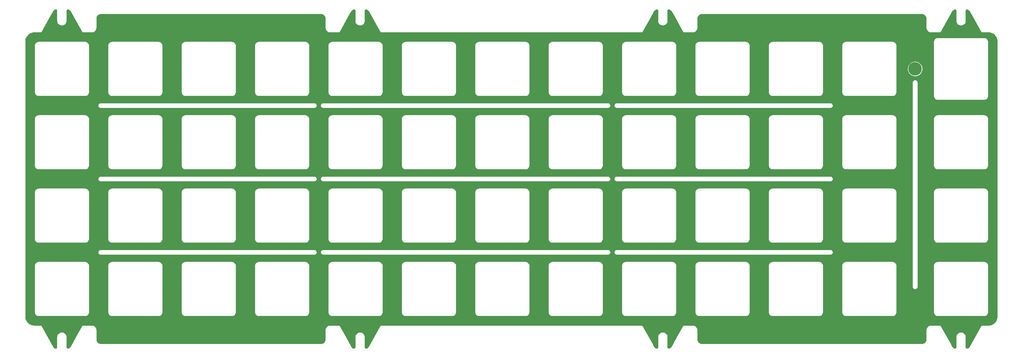
<source format=gbr>
G04 #@! TF.GenerationSoftware,KiCad,Pcbnew,(6.0.1-0)*
G04 #@! TF.CreationDate,2022-04-26T12:35:50-05:00*
G04 #@! TF.ProjectId,plate,706c6174-652e-46b6-9963-61645f706362,rev?*
G04 #@! TF.SameCoordinates,Original*
G04 #@! TF.FileFunction,Copper,L1,Top*
G04 #@! TF.FilePolarity,Positive*
%FSLAX46Y46*%
G04 Gerber Fmt 4.6, Leading zero omitted, Abs format (unit mm)*
G04 Created by KiCad (PCBNEW (6.0.1-0)) date 2022-04-26 12:35:50*
%MOMM*%
%LPD*%
G01*
G04 APERTURE LIST*
G04 #@! TA.AperFunction,ComponentPad*
%ADD10C,3.500000*%
G04 #@! TD*
G04 #@! TA.AperFunction,ViaPad*
%ADD11C,0.500000*%
G04 #@! TD*
G04 APERTURE END LIST*
D10*
X377429670Y-50006460D03*
D11*
X387531243Y-60133041D03*
G04 #@! TA.AperFunction,Conductor*
G36*
X391135685Y-34573319D02*
G01*
X391147889Y-34582233D01*
X391317394Y-34722361D01*
X391326207Y-34730378D01*
X391515126Y-34919297D01*
X391523143Y-34928110D01*
X391688974Y-35128706D01*
X391694896Y-35137382D01*
X391695534Y-35139871D01*
X391697316Y-35140926D01*
X391702005Y-35147796D01*
X394671198Y-40492342D01*
X394674613Y-40500586D01*
X394680946Y-40503209D01*
X394686313Y-40507470D01*
X394695173Y-40506452D01*
X394697380Y-40506452D01*
X394697900Y-40506663D01*
X394698823Y-40506656D01*
X394702384Y-40506452D01*
X396474661Y-40506456D01*
X396474661Y-40506481D01*
X396474704Y-40506474D01*
X396479634Y-40508516D01*
X396483973Y-40506718D01*
X396538940Y-40510043D01*
X396756043Y-40523176D01*
X396771147Y-40525010D01*
X397036026Y-40573551D01*
X397050799Y-40577192D01*
X397307894Y-40657306D01*
X397322119Y-40662700D01*
X397567703Y-40773227D01*
X397581167Y-40780295D01*
X397811618Y-40919608D01*
X397824140Y-40928251D01*
X398036129Y-41094334D01*
X398047517Y-41104424D01*
X398237926Y-41294833D01*
X398248016Y-41306221D01*
X398414099Y-41518210D01*
X398422742Y-41530732D01*
X398562053Y-41761179D01*
X398569123Y-41774647D01*
X398668114Y-41994600D01*
X398679649Y-42020229D01*
X398685043Y-42034454D01*
X398755191Y-42259566D01*
X398765158Y-42291551D01*
X398768799Y-42306324D01*
X398817340Y-42571203D01*
X398819174Y-42586307D01*
X398835632Y-42858377D01*
X398833153Y-42858527D01*
X398833921Y-42862506D01*
X398833834Y-42862716D01*
X398834072Y-42863292D01*
X398834921Y-42867689D01*
X398835894Y-42867689D01*
X398835894Y-42884503D01*
X398835864Y-42885067D01*
X398835894Y-42885278D01*
X398835894Y-114295171D01*
X398835869Y-114295171D01*
X398835876Y-114295214D01*
X398833834Y-114300144D01*
X398835632Y-114304483D01*
X398834825Y-114317825D01*
X398819174Y-114576553D01*
X398817340Y-114591657D01*
X398768799Y-114856536D01*
X398765158Y-114871309D01*
X398685044Y-115128404D01*
X398679650Y-115142629D01*
X398679644Y-115142643D01*
X398569125Y-115388208D01*
X398562055Y-115401677D01*
X398422742Y-115632128D01*
X398414100Y-115644649D01*
X398249943Y-115854179D01*
X398248016Y-115856639D01*
X398237926Y-115868027D01*
X398047517Y-116058436D01*
X398036129Y-116068526D01*
X397824140Y-116234609D01*
X397811619Y-116243251D01*
X397581167Y-116382565D01*
X397567703Y-116389633D01*
X397467593Y-116434688D01*
X397322121Y-116500159D01*
X397307894Y-116505554D01*
X397050799Y-116585668D01*
X397036026Y-116589309D01*
X396771147Y-116637850D01*
X396756043Y-116639684D01*
X396483973Y-116656142D01*
X396483823Y-116653664D01*
X396479845Y-116654431D01*
X396479634Y-116654344D01*
X396479055Y-116654584D01*
X396474659Y-116655432D01*
X396474659Y-116656405D01*
X396469614Y-116656405D01*
X396458540Y-116656406D01*
X396457874Y-116656406D01*
X396457291Y-116656375D01*
X396457073Y-116656406D01*
X394710391Y-116656515D01*
X394695170Y-116656516D01*
X394686313Y-116655498D01*
X394680946Y-116659759D01*
X394674612Y-116662383D01*
X394671198Y-116670626D01*
X394670128Y-116672551D01*
X394669687Y-116672907D01*
X394669257Y-116673696D01*
X394667696Y-116676929D01*
X391702006Y-122015171D01*
X391697316Y-122022042D01*
X391695534Y-122023097D01*
X391694896Y-122025586D01*
X391688974Y-122034261D01*
X391677073Y-122048658D01*
X391523143Y-122234858D01*
X391515126Y-122243671D01*
X391326207Y-122432590D01*
X391317394Y-122440607D01*
X391147889Y-122580735D01*
X391082641Y-122608723D01*
X391067556Y-122609623D01*
X390834192Y-122609528D01*
X390828127Y-122609049D01*
X390824300Y-122607464D01*
X390821698Y-122608542D01*
X390814531Y-122607976D01*
X390770619Y-122601020D01*
X390759743Y-122599297D01*
X390722246Y-122587111D01*
X390681919Y-122566559D01*
X390681791Y-122566494D01*
X390649901Y-122543319D01*
X390617795Y-122511202D01*
X390594633Y-122479311D01*
X390574023Y-122438840D01*
X390561851Y-122401343D01*
X390553190Y-122346558D01*
X390552626Y-122339384D01*
X390553704Y-122336783D01*
X390552121Y-122332957D01*
X390551644Y-122326894D01*
X390551643Y-122315053D01*
X390551675Y-122314452D01*
X390551643Y-122314227D01*
X390551641Y-122234877D01*
X390551556Y-119671274D01*
X390552442Y-119660915D01*
X390553616Y-119658081D01*
X390556199Y-119658081D01*
X390554621Y-119640037D01*
X390546243Y-119544281D01*
X390537660Y-119446184D01*
X390482608Y-119240724D01*
X390405463Y-119075287D01*
X390395040Y-119052934D01*
X390395037Y-119052929D01*
X390392714Y-119047947D01*
X390389557Y-119043438D01*
X390273869Y-118878218D01*
X390273867Y-118878215D01*
X390270710Y-118873707D01*
X390120304Y-118723301D01*
X389946065Y-118601297D01*
X389941083Y-118598974D01*
X389941078Y-118598971D01*
X389758269Y-118513726D01*
X389758268Y-118513725D01*
X389753287Y-118511403D01*
X389747979Y-118509981D01*
X389747977Y-118509980D01*
X389553142Y-118457775D01*
X389553141Y-118457775D01*
X389547827Y-118456351D01*
X389335930Y-118437812D01*
X389124033Y-118456351D01*
X389118719Y-118457775D01*
X389118718Y-118457775D01*
X388923883Y-118509980D01*
X388923881Y-118509981D01*
X388918573Y-118511403D01*
X388913593Y-118513725D01*
X388913591Y-118513726D01*
X388730783Y-118598971D01*
X388730778Y-118598974D01*
X388725796Y-118601297D01*
X388721289Y-118604453D01*
X388721287Y-118604454D01*
X388556067Y-118720142D01*
X388556064Y-118720144D01*
X388551556Y-118723301D01*
X388401150Y-118873707D01*
X388397993Y-118878215D01*
X388397991Y-118878218D01*
X388282303Y-119043438D01*
X388279146Y-119047947D01*
X388276823Y-119052929D01*
X388276820Y-119052934D01*
X388266397Y-119075287D01*
X388189252Y-119240724D01*
X388134200Y-119446184D01*
X388115661Y-119658081D01*
X388118244Y-119658081D01*
X388119681Y-119661550D01*
X388120304Y-119667815D01*
X388120331Y-120444011D01*
X388120396Y-122315072D01*
X388120396Y-122326947D01*
X388119915Y-122333057D01*
X388118336Y-122336868D01*
X388119411Y-122339463D01*
X388118844Y-122346666D01*
X388110169Y-122401425D01*
X388097983Y-122438922D01*
X388097115Y-122440626D01*
X388077394Y-122479323D01*
X388077367Y-122479375D01*
X388054191Y-122511267D01*
X388022074Y-122543373D01*
X387990183Y-122566535D01*
X387949712Y-122587145D01*
X387912217Y-122599317D01*
X387857407Y-122607982D01*
X387850263Y-122608545D01*
X387847655Y-122607464D01*
X387843816Y-122609053D01*
X387837785Y-122609528D01*
X387826041Y-122609533D01*
X387825369Y-122609497D01*
X387825117Y-122609533D01*
X387604304Y-122609623D01*
X387536175Y-122589649D01*
X387523971Y-122580735D01*
X387354466Y-122440607D01*
X387345653Y-122432590D01*
X387156734Y-122243671D01*
X387148717Y-122234858D01*
X386994787Y-122048658D01*
X386982886Y-122034261D01*
X386976964Y-122025586D01*
X386976326Y-122023097D01*
X386974544Y-122022042D01*
X386969854Y-122015171D01*
X386668619Y-121472947D01*
X385663061Y-119662943D01*
X384008039Y-116683904D01*
X384008038Y-116683903D01*
X384000662Y-116670626D01*
X383997246Y-116662381D01*
X383990914Y-116659759D01*
X383985547Y-116655498D01*
X383976679Y-116656516D01*
X383974482Y-116656516D01*
X383973957Y-116656303D01*
X383973085Y-116656310D01*
X383969483Y-116656517D01*
X381607271Y-116656683D01*
X381601930Y-116656215D01*
X381598090Y-116654624D01*
X381598090Y-116652925D01*
X381582083Y-116654185D01*
X381412240Y-116667554D01*
X381412236Y-116667555D01*
X381407302Y-116667943D01*
X381340753Y-116683923D01*
X381226027Y-116711471D01*
X381226024Y-116711472D01*
X381221214Y-116712627D01*
X381216597Y-116714540D01*
X381048987Y-116783980D01*
X381048983Y-116783982D01*
X381044409Y-116785877D01*
X380881243Y-116885888D01*
X380735734Y-117010196D01*
X380611466Y-117155740D01*
X380608882Y-117159959D01*
X380514086Y-117314714D01*
X380514083Y-117314720D01*
X380511501Y-117318935D01*
X380509608Y-117323508D01*
X380447358Y-117473882D01*
X380438301Y-117495760D01*
X380437148Y-117500568D01*
X380437146Y-117500574D01*
X380396469Y-117670188D01*
X380393670Y-117681861D01*
X380378705Y-117872653D01*
X380380404Y-117872653D01*
X380382295Y-117877215D01*
X380382464Y-117878836D01*
X380382464Y-120247756D01*
X380382440Y-120248317D01*
X380380404Y-120253235D01*
X380382052Y-120257210D01*
X380381987Y-120258705D01*
X380365764Y-120444699D01*
X380361955Y-120466333D01*
X380315107Y-120641336D01*
X380307599Y-120661980D01*
X380231066Y-120826192D01*
X380220086Y-120845217D01*
X380116198Y-120993640D01*
X380102084Y-121010466D01*
X379973993Y-121138593D01*
X379957167Y-121152715D01*
X379808779Y-121256642D01*
X379789756Y-121267628D01*
X379625563Y-121344208D01*
X379604921Y-121351722D01*
X379429931Y-121398619D01*
X379408298Y-121402434D01*
X379222327Y-121418708D01*
X379220812Y-121418774D01*
X379216838Y-121417128D01*
X379211927Y-121419162D01*
X379211343Y-121419188D01*
X379195021Y-121419188D01*
X379194475Y-121419159D01*
X379194271Y-121419188D01*
X322073512Y-121419188D01*
X322072928Y-121419162D01*
X322068017Y-121417128D01*
X322064043Y-121418774D01*
X322062528Y-121418708D01*
X321876557Y-121402434D01*
X321854924Y-121398619D01*
X321679934Y-121351722D01*
X321659292Y-121344208D01*
X321495099Y-121267628D01*
X321476076Y-121256642D01*
X321327688Y-121152715D01*
X321310862Y-121138593D01*
X321182771Y-121010466D01*
X321168657Y-120993640D01*
X321064769Y-120845217D01*
X321053789Y-120826192D01*
X320977256Y-120661980D01*
X320969748Y-120641336D01*
X320922900Y-120466333D01*
X320919091Y-120444699D01*
X320902868Y-120258705D01*
X320902803Y-120257210D01*
X320904451Y-120253235D01*
X320902415Y-120248317D01*
X320902391Y-120247756D01*
X320902391Y-120231518D01*
X320902424Y-120230909D01*
X320902391Y-120230681D01*
X320902391Y-117881871D01*
X320902864Y-117876481D01*
X320904451Y-117872653D01*
X320906150Y-117872653D01*
X320891185Y-117681861D01*
X320888386Y-117670188D01*
X320847709Y-117500574D01*
X320847707Y-117500568D01*
X320846554Y-117495760D01*
X320837498Y-117473882D01*
X320775247Y-117323508D01*
X320773354Y-117318935D01*
X320770772Y-117314720D01*
X320770769Y-117314714D01*
X320675973Y-117159959D01*
X320673389Y-117155740D01*
X320549121Y-117010196D01*
X320403612Y-116885888D01*
X320240446Y-116785877D01*
X320235872Y-116783982D01*
X320235868Y-116783980D01*
X320068258Y-116714540D01*
X320063641Y-116712627D01*
X320058831Y-116711472D01*
X320058828Y-116711471D01*
X319944102Y-116683923D01*
X319877553Y-116667943D01*
X319872619Y-116667555D01*
X319872615Y-116667554D01*
X319703844Y-116654269D01*
X319703842Y-116654269D01*
X319686765Y-116652925D01*
X319686765Y-116654624D01*
X319682192Y-116656518D01*
X319680606Y-116656683D01*
X317304487Y-116656516D01*
X317295623Y-116655498D01*
X317290256Y-116659759D01*
X317283924Y-116662381D01*
X317280508Y-116670626D01*
X317279441Y-116672547D01*
X317279000Y-116672902D01*
X317278575Y-116673681D01*
X317277006Y-116676929D01*
X315618109Y-119662943D01*
X314612552Y-121472947D01*
X314311316Y-122015171D01*
X314306626Y-122022042D01*
X314304844Y-122023097D01*
X314304206Y-122025586D01*
X314298284Y-122034261D01*
X314286383Y-122048658D01*
X314132453Y-122234858D01*
X314124436Y-122243671D01*
X313935517Y-122432590D01*
X313926704Y-122440607D01*
X313757199Y-122580735D01*
X313691951Y-122608723D01*
X313676866Y-122609623D01*
X313443502Y-122609528D01*
X313437437Y-122609049D01*
X313433610Y-122607464D01*
X313431008Y-122608542D01*
X313423841Y-122607976D01*
X313379929Y-122601020D01*
X313369053Y-122599297D01*
X313331556Y-122587111D01*
X313291229Y-122566559D01*
X313291101Y-122566494D01*
X313259211Y-122543319D01*
X313227105Y-122511202D01*
X313203943Y-122479311D01*
X313183333Y-122438840D01*
X313171161Y-122401343D01*
X313162500Y-122346558D01*
X313161936Y-122339384D01*
X313163014Y-122336783D01*
X313161431Y-122332957D01*
X313160954Y-122326894D01*
X313160953Y-122315053D01*
X313160985Y-122314452D01*
X313160953Y-122314227D01*
X313160951Y-122234877D01*
X313160866Y-119671274D01*
X313161752Y-119660915D01*
X313162926Y-119658081D01*
X313165509Y-119658081D01*
X313163931Y-119640037D01*
X313155553Y-119544281D01*
X313146970Y-119446184D01*
X313091918Y-119240724D01*
X313014773Y-119075287D01*
X313004350Y-119052934D01*
X313004347Y-119052929D01*
X313002024Y-119047947D01*
X312998867Y-119043438D01*
X312883179Y-118878218D01*
X312883177Y-118878215D01*
X312880020Y-118873707D01*
X312729614Y-118723301D01*
X312555375Y-118601297D01*
X312550393Y-118598974D01*
X312550388Y-118598971D01*
X312367579Y-118513726D01*
X312367578Y-118513725D01*
X312362597Y-118511403D01*
X312357289Y-118509981D01*
X312357287Y-118509980D01*
X312162452Y-118457775D01*
X312162451Y-118457775D01*
X312157137Y-118456351D01*
X311945240Y-118437812D01*
X311733343Y-118456351D01*
X311728029Y-118457775D01*
X311728028Y-118457775D01*
X311533193Y-118509980D01*
X311533191Y-118509981D01*
X311527883Y-118511403D01*
X311522903Y-118513725D01*
X311522901Y-118513726D01*
X311340093Y-118598971D01*
X311340088Y-118598974D01*
X311335106Y-118601297D01*
X311330599Y-118604453D01*
X311330597Y-118604454D01*
X311165377Y-118720142D01*
X311165374Y-118720144D01*
X311160866Y-118723301D01*
X311010460Y-118873707D01*
X311007303Y-118878215D01*
X311007301Y-118878218D01*
X310891613Y-119043438D01*
X310888456Y-119047947D01*
X310886133Y-119052929D01*
X310886130Y-119052934D01*
X310875707Y-119075287D01*
X310798562Y-119240724D01*
X310743510Y-119446184D01*
X310724971Y-119658081D01*
X310727554Y-119658081D01*
X310728991Y-119661550D01*
X310729614Y-119667815D01*
X310729641Y-120444011D01*
X310729706Y-122315072D01*
X310729706Y-122326947D01*
X310729225Y-122333057D01*
X310727646Y-122336868D01*
X310728721Y-122339463D01*
X310728154Y-122346666D01*
X310719479Y-122401425D01*
X310707293Y-122438922D01*
X310706425Y-122440626D01*
X310686704Y-122479323D01*
X310686677Y-122479375D01*
X310663501Y-122511267D01*
X310631384Y-122543373D01*
X310599493Y-122566535D01*
X310559022Y-122587145D01*
X310521527Y-122599317D01*
X310466717Y-122607982D01*
X310459573Y-122608545D01*
X310456965Y-122607464D01*
X310453126Y-122609053D01*
X310447095Y-122609528D01*
X310435351Y-122609533D01*
X310434679Y-122609497D01*
X310434427Y-122609533D01*
X310213614Y-122609623D01*
X310145485Y-122589649D01*
X310133281Y-122580735D01*
X309963776Y-122440607D01*
X309954963Y-122432590D01*
X309766044Y-122243671D01*
X309758027Y-122234858D01*
X309604097Y-122048658D01*
X309592196Y-122034261D01*
X309586274Y-122025586D01*
X309585636Y-122023097D01*
X309583854Y-122022042D01*
X309579164Y-122015171D01*
X309277939Y-121472966D01*
X306609972Y-116670626D01*
X306606557Y-116662382D01*
X306600224Y-116659759D01*
X306594857Y-116655498D01*
X306585993Y-116656516D01*
X306583790Y-116656516D01*
X306583268Y-116656304D01*
X306582364Y-116656311D01*
X306578783Y-116656516D01*
X284764066Y-116656522D01*
X238723167Y-116656535D01*
X238714307Y-116655517D01*
X238708940Y-116659778D01*
X238702607Y-116662401D01*
X238699192Y-116670645D01*
X238698124Y-116672567D01*
X238697685Y-116672921D01*
X238697250Y-116673717D01*
X238695688Y-116676952D01*
X237624843Y-118604473D01*
X235730011Y-122015171D01*
X235730000Y-122015190D01*
X235725310Y-122022061D01*
X235723528Y-122023116D01*
X235722890Y-122025605D01*
X235716968Y-122034281D01*
X235551137Y-122234877D01*
X235543120Y-122243690D01*
X235354201Y-122432609D01*
X235345388Y-122440626D01*
X235175883Y-122580754D01*
X235110635Y-122608742D01*
X235095550Y-122609642D01*
X234862186Y-122609547D01*
X234856121Y-122609068D01*
X234852294Y-122607483D01*
X234849692Y-122608561D01*
X234842525Y-122607995D01*
X234798493Y-122601020D01*
X234787737Y-122599316D01*
X234750240Y-122587130D01*
X234729542Y-122576581D01*
X234709785Y-122566513D01*
X234677895Y-122543338D01*
X234645789Y-122511221D01*
X234622627Y-122479330D01*
X234602017Y-122438859D01*
X234589845Y-122401362D01*
X234581184Y-122346577D01*
X234580620Y-122339403D01*
X234581698Y-122336802D01*
X234580115Y-122332976D01*
X234579638Y-122326913D01*
X234579637Y-122315072D01*
X234579669Y-122314471D01*
X234579637Y-122314246D01*
X234579635Y-122234877D01*
X234579550Y-119671293D01*
X234580436Y-119660934D01*
X234581610Y-119658100D01*
X234584193Y-119658100D01*
X234582759Y-119641699D01*
X234566482Y-119455672D01*
X234565654Y-119446203D01*
X234510602Y-119240743D01*
X234508218Y-119235630D01*
X234423034Y-119052953D01*
X234423031Y-119052948D01*
X234420708Y-119047966D01*
X234417551Y-119043457D01*
X234301863Y-118878237D01*
X234301861Y-118878234D01*
X234298704Y-118873726D01*
X234148298Y-118723320D01*
X234143760Y-118720142D01*
X234071564Y-118669590D01*
X233974059Y-118601316D01*
X233969077Y-118598993D01*
X233969072Y-118598990D01*
X233786263Y-118513745D01*
X233786262Y-118513744D01*
X233781281Y-118511422D01*
X233775973Y-118510000D01*
X233775971Y-118509999D01*
X233581136Y-118457794D01*
X233581135Y-118457794D01*
X233575821Y-118456370D01*
X233363924Y-118437831D01*
X233152027Y-118456370D01*
X233146713Y-118457794D01*
X233146712Y-118457794D01*
X232951877Y-118509999D01*
X232951875Y-118510000D01*
X232946567Y-118511422D01*
X232941587Y-118513744D01*
X232941585Y-118513745D01*
X232758777Y-118598990D01*
X232758772Y-118598993D01*
X232753790Y-118601316D01*
X232749283Y-118604472D01*
X232749281Y-118604473D01*
X232584061Y-118720161D01*
X232584058Y-118720163D01*
X232579550Y-118723320D01*
X232429144Y-118873726D01*
X232425987Y-118878234D01*
X232425985Y-118878237D01*
X232310297Y-119043457D01*
X232307140Y-119047966D01*
X232304817Y-119052948D01*
X232304814Y-119052953D01*
X232219630Y-119235630D01*
X232217246Y-119240743D01*
X232162194Y-119446203D01*
X232143655Y-119658100D01*
X232146238Y-119658100D01*
X232147675Y-119661569D01*
X232148298Y-119667834D01*
X232148325Y-120444011D01*
X232148390Y-122315072D01*
X232148390Y-122326966D01*
X232147909Y-122333076D01*
X232146330Y-122336887D01*
X232147405Y-122339482D01*
X232146838Y-122346685D01*
X232138163Y-122401444D01*
X232125977Y-122438941D01*
X232115428Y-122459639D01*
X232105371Y-122479375D01*
X232105361Y-122479394D01*
X232082185Y-122511286D01*
X232050068Y-122543392D01*
X232018177Y-122566554D01*
X231977706Y-122587164D01*
X231940211Y-122599336D01*
X231885401Y-122608001D01*
X231878257Y-122608564D01*
X231875649Y-122607483D01*
X231871810Y-122609072D01*
X231865779Y-122609547D01*
X231854035Y-122609552D01*
X231853363Y-122609516D01*
X231853111Y-122609552D01*
X231632298Y-122609642D01*
X231564169Y-122589668D01*
X231551965Y-122580754D01*
X231382460Y-122440626D01*
X231373647Y-122432609D01*
X231184728Y-122243690D01*
X231176711Y-122234877D01*
X231010880Y-122034281D01*
X231004958Y-122025605D01*
X231004320Y-122023116D01*
X231002538Y-122022061D01*
X230997848Y-122015190D01*
X230997838Y-122015171D01*
X229693751Y-119667815D01*
X228036033Y-116683923D01*
X228036032Y-116683922D01*
X228028656Y-116670645D01*
X228025240Y-116662400D01*
X228018908Y-116659778D01*
X228013541Y-116655517D01*
X228004673Y-116656535D01*
X228002476Y-116656535D01*
X228001951Y-116656322D01*
X228001079Y-116656329D01*
X227997477Y-116656536D01*
X225635265Y-116656702D01*
X225629924Y-116656234D01*
X225626084Y-116654643D01*
X225626084Y-116652944D01*
X225610077Y-116654204D01*
X225440234Y-116667573D01*
X225440230Y-116667574D01*
X225435296Y-116667962D01*
X225368826Y-116683923D01*
X225254021Y-116711490D01*
X225254018Y-116711491D01*
X225249208Y-116712646D01*
X225220840Y-116724399D01*
X225076981Y-116783999D01*
X225076977Y-116784001D01*
X225072403Y-116785896D01*
X224909237Y-116885907D01*
X224763728Y-117010215D01*
X224639460Y-117155759D01*
X224636876Y-117159978D01*
X224542080Y-117314733D01*
X224542077Y-117314739D01*
X224539495Y-117318954D01*
X224537602Y-117323527D01*
X224475352Y-117473901D01*
X224466295Y-117495779D01*
X224421664Y-117681880D01*
X224421277Y-117686816D01*
X224408040Y-117855577D01*
X224406699Y-117872672D01*
X224408398Y-117872672D01*
X224410289Y-117877234D01*
X224410458Y-117878855D01*
X224410458Y-120247775D01*
X224410434Y-120248336D01*
X224408398Y-120253254D01*
X224410046Y-120257229D01*
X224409981Y-120258724D01*
X224393758Y-120444718D01*
X224389949Y-120466352D01*
X224343101Y-120641355D01*
X224335593Y-120661999D01*
X224259060Y-120826211D01*
X224248080Y-120845236D01*
X224144192Y-120993659D01*
X224130078Y-121010485D01*
X224002006Y-121138593D01*
X224001987Y-121138612D01*
X223985163Y-121152733D01*
X223860557Y-121240003D01*
X223836773Y-121256661D01*
X223817750Y-121267647D01*
X223653557Y-121344227D01*
X223632915Y-121351741D01*
X223457925Y-121398638D01*
X223436292Y-121402453D01*
X223250321Y-121418727D01*
X223248806Y-121418793D01*
X223244832Y-121417147D01*
X223239921Y-121419181D01*
X223239337Y-121419207D01*
X223223015Y-121419207D01*
X223222469Y-121419178D01*
X223222265Y-121419207D01*
X166101506Y-121419207D01*
X166100922Y-121419181D01*
X166096011Y-121417147D01*
X166092037Y-121418793D01*
X166090522Y-121418727D01*
X165904551Y-121402453D01*
X165882918Y-121398638D01*
X165707928Y-121351741D01*
X165687286Y-121344227D01*
X165523093Y-121267647D01*
X165504070Y-121256661D01*
X165480286Y-121240003D01*
X165355680Y-121152733D01*
X165338856Y-121138612D01*
X165338837Y-121138593D01*
X165210765Y-121010485D01*
X165196651Y-120993659D01*
X165092763Y-120845236D01*
X165081783Y-120826211D01*
X165005250Y-120661999D01*
X164997742Y-120641355D01*
X164950894Y-120466352D01*
X164947085Y-120444718D01*
X164930862Y-120258724D01*
X164930797Y-120257229D01*
X164932445Y-120253254D01*
X164930409Y-120248336D01*
X164930385Y-120247775D01*
X164930385Y-120231537D01*
X164930418Y-120230928D01*
X164930385Y-120230700D01*
X164930385Y-117881890D01*
X164930858Y-117876500D01*
X164932445Y-117872672D01*
X164934144Y-117872672D01*
X164919179Y-117681880D01*
X164874548Y-117495779D01*
X164865492Y-117473901D01*
X164803241Y-117323527D01*
X164801348Y-117318954D01*
X164798766Y-117314739D01*
X164798763Y-117314733D01*
X164703967Y-117159978D01*
X164701383Y-117155759D01*
X164577115Y-117010215D01*
X164431606Y-116885907D01*
X164268440Y-116785896D01*
X164263866Y-116784001D01*
X164263862Y-116783999D01*
X164120003Y-116724399D01*
X164091635Y-116712646D01*
X164086825Y-116711491D01*
X164086822Y-116711490D01*
X163972017Y-116683923D01*
X163905547Y-116667962D01*
X163900613Y-116667574D01*
X163900609Y-116667573D01*
X163731838Y-116654288D01*
X163731836Y-116654288D01*
X163714759Y-116652944D01*
X163714759Y-116654643D01*
X163710186Y-116656537D01*
X163708600Y-116656702D01*
X161333629Y-116656536D01*
X161323616Y-116655386D01*
X161317902Y-116659922D01*
X161311918Y-116662400D01*
X161308717Y-116670125D01*
X161307299Y-116672677D01*
X161306993Y-116672924D01*
X161306269Y-116674247D01*
X161305222Y-116676416D01*
X160168202Y-118723301D01*
X158339674Y-122015051D01*
X158334978Y-122021931D01*
X158333198Y-122022985D01*
X158332560Y-122025474D01*
X158326643Y-122034144D01*
X158160797Y-122234758D01*
X158152790Y-122243559D01*
X157963871Y-122432478D01*
X157955058Y-122440495D01*
X157785553Y-122580623D01*
X157720305Y-122608611D01*
X157705220Y-122609511D01*
X157471856Y-122609416D01*
X157465791Y-122608937D01*
X157461964Y-122607352D01*
X157459362Y-122608430D01*
X157452195Y-122607864D01*
X157408990Y-122601020D01*
X157397407Y-122599185D01*
X157359910Y-122586999D01*
X157339212Y-122576450D01*
X157319455Y-122566382D01*
X157287565Y-122543207D01*
X157255459Y-122511090D01*
X157232297Y-122479199D01*
X157211687Y-122438728D01*
X157199515Y-122401231D01*
X157190854Y-122346446D01*
X157190290Y-122339272D01*
X157191368Y-122336671D01*
X157189785Y-122332845D01*
X157189308Y-122326782D01*
X157189307Y-122314941D01*
X157189339Y-122314340D01*
X157189307Y-122314115D01*
X157189305Y-122234877D01*
X157189220Y-119671162D01*
X157190106Y-119660803D01*
X157191280Y-119657969D01*
X157193863Y-119657969D01*
X157192295Y-119640037D01*
X157183907Y-119544169D01*
X157175324Y-119446072D01*
X157120272Y-119240612D01*
X157117949Y-119235630D01*
X157032704Y-119052822D01*
X157032701Y-119052817D01*
X157030378Y-119047835D01*
X156933060Y-118908850D01*
X156911533Y-118878106D01*
X156911531Y-118878103D01*
X156908374Y-118873595D01*
X156757968Y-118723189D01*
X156583729Y-118601185D01*
X156578747Y-118598862D01*
X156578742Y-118598859D01*
X156395933Y-118513614D01*
X156395932Y-118513613D01*
X156390951Y-118511291D01*
X156385643Y-118509869D01*
X156385641Y-118509868D01*
X156190806Y-118457663D01*
X156190805Y-118457663D01*
X156185491Y-118456239D01*
X155973594Y-118437700D01*
X155761697Y-118456239D01*
X155756383Y-118457663D01*
X155756382Y-118457663D01*
X155561547Y-118509868D01*
X155561545Y-118509869D01*
X155556237Y-118511291D01*
X155551257Y-118513613D01*
X155551255Y-118513614D01*
X155368447Y-118598859D01*
X155368442Y-118598862D01*
X155363460Y-118601185D01*
X155358953Y-118604341D01*
X155358951Y-118604342D01*
X155193731Y-118720030D01*
X155193728Y-118720032D01*
X155189220Y-118723189D01*
X155038814Y-118873595D01*
X155035657Y-118878103D01*
X155035655Y-118878106D01*
X155014128Y-118908850D01*
X154916810Y-119047835D01*
X154914487Y-119052817D01*
X154914484Y-119052822D01*
X154829239Y-119235630D01*
X154826916Y-119240612D01*
X154771864Y-119446072D01*
X154753325Y-119657969D01*
X154755908Y-119657969D01*
X154757345Y-119661438D01*
X154757968Y-119667703D01*
X154757995Y-120444011D01*
X154758060Y-122315072D01*
X154758060Y-122326835D01*
X154757579Y-122332945D01*
X154756000Y-122336756D01*
X154757075Y-122339351D01*
X154756508Y-122346554D01*
X154747833Y-122401313D01*
X154735647Y-122438810D01*
X154715031Y-122479263D01*
X154691855Y-122511155D01*
X154659738Y-122543261D01*
X154627847Y-122566423D01*
X154587376Y-122587033D01*
X154549881Y-122599205D01*
X154495071Y-122607870D01*
X154487927Y-122608433D01*
X154485319Y-122607352D01*
X154481480Y-122608941D01*
X154475449Y-122609416D01*
X154463705Y-122609421D01*
X154463033Y-122609385D01*
X154462781Y-122609421D01*
X154241968Y-122609511D01*
X154173839Y-122589537D01*
X154161635Y-122580623D01*
X153992130Y-122440495D01*
X153983317Y-122432478D01*
X153794398Y-122243559D01*
X153786391Y-122234758D01*
X153620544Y-122034143D01*
X153614628Y-122025477D01*
X153613990Y-122022985D01*
X153612207Y-122021929D01*
X153607517Y-122015059D01*
X150645349Y-116683801D01*
X150645348Y-116683799D01*
X150637966Y-116670514D01*
X150634551Y-116662270D01*
X150628218Y-116659647D01*
X150622849Y-116655385D01*
X150613984Y-116656404D01*
X150611784Y-116656404D01*
X150611261Y-116656192D01*
X150610340Y-116656199D01*
X150606764Y-116656404D01*
X148834786Y-116656404D01*
X148834786Y-116656385D01*
X148834753Y-116656390D01*
X148829842Y-116654356D01*
X148825503Y-116656154D01*
X148668779Y-116646674D01*
X148553433Y-116639696D01*
X148538329Y-116637862D01*
X148273450Y-116589321D01*
X148258677Y-116585680D01*
X148001582Y-116505566D01*
X147987355Y-116500171D01*
X147741773Y-116389645D01*
X147728309Y-116382577D01*
X147497857Y-116243263D01*
X147485336Y-116234621D01*
X147273347Y-116068538D01*
X147261959Y-116058448D01*
X147071550Y-115868039D01*
X147061460Y-115856651D01*
X146895377Y-115644662D01*
X146886734Y-115632140D01*
X146747423Y-115401693D01*
X146740351Y-115388220D01*
X146629827Y-115142643D01*
X146624432Y-115128416D01*
X146544318Y-114871321D01*
X146540677Y-114856548D01*
X146492136Y-114591669D01*
X146490302Y-114576565D01*
X146473844Y-114304495D01*
X146476323Y-114304345D01*
X146475555Y-114300366D01*
X146475642Y-114300156D01*
X146475404Y-114299580D01*
X146474555Y-114295183D01*
X146473582Y-114295183D01*
X146473582Y-114278369D01*
X146473612Y-114277802D01*
X146473582Y-114277594D01*
X146473582Y-113156700D01*
X148943615Y-113156700D01*
X148959246Y-113335369D01*
X149005666Y-113508610D01*
X149007989Y-113513591D01*
X149007989Y-113513592D01*
X149079137Y-113666171D01*
X149079140Y-113666176D01*
X149081463Y-113671158D01*
X149138901Y-113753188D01*
X149160069Y-113783418D01*
X149184335Y-113818074D01*
X149311156Y-113944895D01*
X149315664Y-113948052D01*
X149315667Y-113948054D01*
X149320380Y-113951354D01*
X149458072Y-114047767D01*
X149463054Y-114050090D01*
X149463059Y-114050093D01*
X149606303Y-114116888D01*
X149620620Y-114123564D01*
X149625928Y-114124986D01*
X149625930Y-114124987D01*
X149678891Y-114139178D01*
X149793861Y-114169984D01*
X149899231Y-114179202D01*
X149954845Y-114184068D01*
X149954846Y-114184068D01*
X149972530Y-114185615D01*
X149972530Y-114183760D01*
X149977142Y-114181850D01*
X149978645Y-114181700D01*
X161963563Y-114181700D01*
X161968596Y-114182130D01*
X161972530Y-114183760D01*
X161972530Y-114185615D01*
X161988798Y-114184192D01*
X161988799Y-114184192D01*
X162063803Y-114177630D01*
X162151199Y-114169984D01*
X162266169Y-114139178D01*
X162319130Y-114124987D01*
X162319132Y-114124986D01*
X162324440Y-114123564D01*
X162338757Y-114116888D01*
X162482001Y-114050093D01*
X162482006Y-114050090D01*
X162486988Y-114047767D01*
X162624680Y-113951354D01*
X162629393Y-113948054D01*
X162629396Y-113948052D01*
X162633904Y-113944895D01*
X162760725Y-113818074D01*
X162784992Y-113783418D01*
X162806159Y-113753188D01*
X162863597Y-113671158D01*
X162865920Y-113666176D01*
X162865923Y-113666171D01*
X162937071Y-113513592D01*
X162937071Y-113513591D01*
X162939394Y-113508610D01*
X162985814Y-113335369D01*
X163001445Y-113156700D01*
X167993695Y-113156700D01*
X168009326Y-113335369D01*
X168055746Y-113508610D01*
X168058069Y-113513591D01*
X168058069Y-113513592D01*
X168129217Y-113666171D01*
X168129220Y-113666176D01*
X168131543Y-113671158D01*
X168188981Y-113753188D01*
X168210149Y-113783418D01*
X168234415Y-113818074D01*
X168361236Y-113944895D01*
X168365744Y-113948052D01*
X168365747Y-113948054D01*
X168370460Y-113951354D01*
X168508152Y-114047767D01*
X168513134Y-114050090D01*
X168513139Y-114050093D01*
X168656383Y-114116888D01*
X168670700Y-114123564D01*
X168676008Y-114124986D01*
X168676010Y-114124987D01*
X168728971Y-114139178D01*
X168843941Y-114169984D01*
X168949311Y-114179202D01*
X169004925Y-114184068D01*
X169004926Y-114184068D01*
X169022610Y-114185615D01*
X169022610Y-114183760D01*
X169027222Y-114181850D01*
X169028725Y-114181700D01*
X181013643Y-114181700D01*
X181018676Y-114182130D01*
X181022610Y-114183760D01*
X181022610Y-114185615D01*
X181038878Y-114184192D01*
X181038879Y-114184192D01*
X181113883Y-114177630D01*
X181201279Y-114169984D01*
X181316249Y-114139178D01*
X181369210Y-114124987D01*
X181369212Y-114124986D01*
X181374520Y-114123564D01*
X181388837Y-114116888D01*
X181532081Y-114050093D01*
X181532086Y-114050090D01*
X181537068Y-114047767D01*
X181674760Y-113951354D01*
X181679473Y-113948054D01*
X181679476Y-113948052D01*
X181683984Y-113944895D01*
X181810805Y-113818074D01*
X181835072Y-113783418D01*
X181856239Y-113753188D01*
X181913677Y-113671158D01*
X181916000Y-113666176D01*
X181916003Y-113666171D01*
X181987151Y-113513592D01*
X181987151Y-113513591D01*
X181989474Y-113508610D01*
X182035894Y-113335369D01*
X182051525Y-113156700D01*
X187043775Y-113156700D01*
X187059406Y-113335369D01*
X187105826Y-113508610D01*
X187108149Y-113513591D01*
X187108149Y-113513592D01*
X187179297Y-113666171D01*
X187179300Y-113666176D01*
X187181623Y-113671158D01*
X187239061Y-113753188D01*
X187260229Y-113783418D01*
X187284495Y-113818074D01*
X187411316Y-113944895D01*
X187415824Y-113948052D01*
X187415827Y-113948054D01*
X187420540Y-113951354D01*
X187558232Y-114047767D01*
X187563214Y-114050090D01*
X187563219Y-114050093D01*
X187706463Y-114116888D01*
X187720780Y-114123564D01*
X187726088Y-114124986D01*
X187726090Y-114124987D01*
X187779051Y-114139178D01*
X187894021Y-114169984D01*
X187999391Y-114179202D01*
X188055005Y-114184068D01*
X188055006Y-114184068D01*
X188072690Y-114185615D01*
X188072690Y-114183760D01*
X188077302Y-114181850D01*
X188078805Y-114181700D01*
X200063723Y-114181700D01*
X200068756Y-114182130D01*
X200072690Y-114183760D01*
X200072690Y-114185615D01*
X200088958Y-114184192D01*
X200088959Y-114184192D01*
X200163963Y-114177630D01*
X200251359Y-114169984D01*
X200366329Y-114139178D01*
X200419290Y-114124987D01*
X200419292Y-114124986D01*
X200424600Y-114123564D01*
X200438917Y-114116888D01*
X200582161Y-114050093D01*
X200582166Y-114050090D01*
X200587148Y-114047767D01*
X200724840Y-113951354D01*
X200729553Y-113948054D01*
X200729556Y-113948052D01*
X200734064Y-113944895D01*
X200860885Y-113818074D01*
X200885152Y-113783418D01*
X200906319Y-113753188D01*
X200963757Y-113671158D01*
X200966080Y-113666176D01*
X200966083Y-113666171D01*
X201037231Y-113513592D01*
X201037231Y-113513591D01*
X201039554Y-113508610D01*
X201085974Y-113335369D01*
X201101605Y-113156700D01*
X206093855Y-113156700D01*
X206109486Y-113335369D01*
X206155906Y-113508610D01*
X206158229Y-113513591D01*
X206158229Y-113513592D01*
X206229377Y-113666171D01*
X206229380Y-113666176D01*
X206231703Y-113671158D01*
X206289141Y-113753188D01*
X206310309Y-113783418D01*
X206334575Y-113818074D01*
X206461396Y-113944895D01*
X206465904Y-113948052D01*
X206465907Y-113948054D01*
X206470620Y-113951354D01*
X206608312Y-114047767D01*
X206613294Y-114050090D01*
X206613299Y-114050093D01*
X206756543Y-114116888D01*
X206770860Y-114123564D01*
X206776168Y-114124986D01*
X206776170Y-114124987D01*
X206829131Y-114139178D01*
X206944101Y-114169984D01*
X207049471Y-114179202D01*
X207105085Y-114184068D01*
X207105086Y-114184068D01*
X207122770Y-114185615D01*
X207122770Y-114183760D01*
X207127382Y-114181850D01*
X207128885Y-114181700D01*
X219113803Y-114181700D01*
X219118836Y-114182130D01*
X219122770Y-114183760D01*
X219122770Y-114185615D01*
X219139038Y-114184192D01*
X219139039Y-114184192D01*
X219214043Y-114177630D01*
X219301439Y-114169984D01*
X219416409Y-114139178D01*
X219469370Y-114124987D01*
X219469372Y-114124986D01*
X219474680Y-114123564D01*
X219488997Y-114116888D01*
X219632241Y-114050093D01*
X219632246Y-114050090D01*
X219637228Y-114047767D01*
X219774920Y-113951354D01*
X219779633Y-113948054D01*
X219779636Y-113948052D01*
X219784144Y-113944895D01*
X219910965Y-113818074D01*
X219935232Y-113783418D01*
X219956399Y-113753188D01*
X220013837Y-113671158D01*
X220016160Y-113666176D01*
X220016163Y-113666171D01*
X220087311Y-113513592D01*
X220087311Y-113513591D01*
X220089634Y-113508610D01*
X220136054Y-113335369D01*
X220151685Y-113156700D01*
X225143935Y-113156700D01*
X225159566Y-113335369D01*
X225205986Y-113508610D01*
X225208309Y-113513591D01*
X225208309Y-113513592D01*
X225279457Y-113666171D01*
X225279460Y-113666176D01*
X225281783Y-113671158D01*
X225339221Y-113753188D01*
X225360389Y-113783418D01*
X225384655Y-113818074D01*
X225511476Y-113944895D01*
X225515984Y-113948052D01*
X225515987Y-113948054D01*
X225520700Y-113951354D01*
X225658392Y-114047767D01*
X225663374Y-114050090D01*
X225663379Y-114050093D01*
X225806623Y-114116888D01*
X225820940Y-114123564D01*
X225826248Y-114124986D01*
X225826250Y-114124987D01*
X225879211Y-114139178D01*
X225994181Y-114169984D01*
X226099551Y-114179202D01*
X226155165Y-114184068D01*
X226155166Y-114184068D01*
X226172850Y-114185615D01*
X226172850Y-114183760D01*
X226177462Y-114181850D01*
X226178965Y-114181700D01*
X238163883Y-114181700D01*
X238168916Y-114182130D01*
X238172850Y-114183760D01*
X238172850Y-114185615D01*
X238189118Y-114184192D01*
X238189119Y-114184192D01*
X238264123Y-114177630D01*
X238351519Y-114169984D01*
X238466489Y-114139178D01*
X238519450Y-114124987D01*
X238519452Y-114124986D01*
X238524760Y-114123564D01*
X238539077Y-114116888D01*
X238682321Y-114050093D01*
X238682326Y-114050090D01*
X238687308Y-114047767D01*
X238825000Y-113951354D01*
X238829713Y-113948054D01*
X238829716Y-113948052D01*
X238834224Y-113944895D01*
X238961045Y-113818074D01*
X238985312Y-113783418D01*
X239006479Y-113753188D01*
X239063917Y-113671158D01*
X239066240Y-113666176D01*
X239066243Y-113666171D01*
X239137391Y-113513592D01*
X239137391Y-113513591D01*
X239139714Y-113508610D01*
X239186134Y-113335369D01*
X239201765Y-113156700D01*
X244194015Y-113156700D01*
X244209646Y-113335369D01*
X244256066Y-113508610D01*
X244258389Y-113513591D01*
X244258389Y-113513592D01*
X244329537Y-113666171D01*
X244329540Y-113666176D01*
X244331863Y-113671158D01*
X244389301Y-113753188D01*
X244410469Y-113783418D01*
X244434735Y-113818074D01*
X244561556Y-113944895D01*
X244566064Y-113948052D01*
X244566067Y-113948054D01*
X244570780Y-113951354D01*
X244708472Y-114047767D01*
X244713454Y-114050090D01*
X244713459Y-114050093D01*
X244856703Y-114116888D01*
X244871020Y-114123564D01*
X244876328Y-114124986D01*
X244876330Y-114124987D01*
X244929291Y-114139178D01*
X245044261Y-114169984D01*
X245149631Y-114179202D01*
X245205245Y-114184068D01*
X245205246Y-114184068D01*
X245222930Y-114185615D01*
X245222930Y-114183760D01*
X245227542Y-114181850D01*
X245229045Y-114181700D01*
X257213963Y-114181700D01*
X257218996Y-114182130D01*
X257222930Y-114183760D01*
X257222930Y-114185615D01*
X257239198Y-114184192D01*
X257239199Y-114184192D01*
X257314203Y-114177630D01*
X257401599Y-114169984D01*
X257516569Y-114139178D01*
X257569530Y-114124987D01*
X257569532Y-114124986D01*
X257574840Y-114123564D01*
X257589157Y-114116888D01*
X257732401Y-114050093D01*
X257732406Y-114050090D01*
X257737388Y-114047767D01*
X257875080Y-113951354D01*
X257879793Y-113948054D01*
X257879796Y-113948052D01*
X257884304Y-113944895D01*
X258011125Y-113818074D01*
X258035392Y-113783418D01*
X258056559Y-113753188D01*
X258113997Y-113671158D01*
X258116320Y-113666176D01*
X258116323Y-113666171D01*
X258187471Y-113513592D01*
X258187471Y-113513591D01*
X258189794Y-113508610D01*
X258236214Y-113335369D01*
X258251845Y-113156700D01*
X263244095Y-113156700D01*
X263259726Y-113335369D01*
X263306146Y-113508610D01*
X263308469Y-113513591D01*
X263308469Y-113513592D01*
X263379617Y-113666171D01*
X263379620Y-113666176D01*
X263381943Y-113671158D01*
X263439381Y-113753188D01*
X263460549Y-113783418D01*
X263484815Y-113818074D01*
X263611636Y-113944895D01*
X263616144Y-113948052D01*
X263616147Y-113948054D01*
X263620860Y-113951354D01*
X263758552Y-114047767D01*
X263763534Y-114050090D01*
X263763539Y-114050093D01*
X263906783Y-114116888D01*
X263921100Y-114123564D01*
X263926408Y-114124986D01*
X263926410Y-114124987D01*
X263979371Y-114139178D01*
X264094341Y-114169984D01*
X264199711Y-114179202D01*
X264255325Y-114184068D01*
X264255326Y-114184068D01*
X264273010Y-114185615D01*
X264273010Y-114183760D01*
X264277622Y-114181850D01*
X264279125Y-114181700D01*
X276264043Y-114181700D01*
X276269076Y-114182130D01*
X276273010Y-114183760D01*
X276273010Y-114185615D01*
X276289278Y-114184192D01*
X276289279Y-114184192D01*
X276364283Y-114177630D01*
X276451679Y-114169984D01*
X276566649Y-114139178D01*
X276619610Y-114124987D01*
X276619612Y-114124986D01*
X276624920Y-114123564D01*
X276639237Y-114116888D01*
X276782481Y-114050093D01*
X276782486Y-114050090D01*
X276787468Y-114047767D01*
X276925160Y-113951354D01*
X276929873Y-113948054D01*
X276929876Y-113948052D01*
X276934384Y-113944895D01*
X277061205Y-113818074D01*
X277085472Y-113783418D01*
X277106639Y-113753188D01*
X277164077Y-113671158D01*
X277166400Y-113666176D01*
X277166403Y-113666171D01*
X277237551Y-113513592D01*
X277237551Y-113513591D01*
X277239874Y-113508610D01*
X277286294Y-113335369D01*
X277301925Y-113156700D01*
X282294175Y-113156700D01*
X282309806Y-113335369D01*
X282356226Y-113508610D01*
X282358549Y-113513591D01*
X282358549Y-113513592D01*
X282429697Y-113666171D01*
X282429700Y-113666176D01*
X282432023Y-113671158D01*
X282489461Y-113753188D01*
X282510629Y-113783418D01*
X282534895Y-113818074D01*
X282661716Y-113944895D01*
X282666224Y-113948052D01*
X282666227Y-113948054D01*
X282670940Y-113951354D01*
X282808632Y-114047767D01*
X282813614Y-114050090D01*
X282813619Y-114050093D01*
X282956863Y-114116888D01*
X282971180Y-114123564D01*
X282976488Y-114124986D01*
X282976490Y-114124987D01*
X283029451Y-114139178D01*
X283144421Y-114169984D01*
X283249791Y-114179202D01*
X283305405Y-114184068D01*
X283305406Y-114184068D01*
X283323090Y-114185615D01*
X283323090Y-114183760D01*
X283327702Y-114181850D01*
X283329205Y-114181700D01*
X295314123Y-114181700D01*
X295319156Y-114182130D01*
X295323090Y-114183760D01*
X295323090Y-114185615D01*
X295339358Y-114184192D01*
X295339359Y-114184192D01*
X295414363Y-114177630D01*
X295501759Y-114169984D01*
X295616729Y-114139178D01*
X295669690Y-114124987D01*
X295669692Y-114124986D01*
X295675000Y-114123564D01*
X295689317Y-114116888D01*
X295832561Y-114050093D01*
X295832566Y-114050090D01*
X295837548Y-114047767D01*
X295975240Y-113951354D01*
X295979953Y-113948054D01*
X295979956Y-113948052D01*
X295984464Y-113944895D01*
X296111285Y-113818074D01*
X296135552Y-113783418D01*
X296156719Y-113753188D01*
X296214157Y-113671158D01*
X296216480Y-113666176D01*
X296216483Y-113666171D01*
X296287631Y-113513592D01*
X296287631Y-113513591D01*
X296289954Y-113508610D01*
X296336374Y-113335369D01*
X296352005Y-113156700D01*
X301344255Y-113156700D01*
X301359886Y-113335369D01*
X301406306Y-113508610D01*
X301408629Y-113513591D01*
X301408629Y-113513592D01*
X301479777Y-113666171D01*
X301479780Y-113666176D01*
X301482103Y-113671158D01*
X301539541Y-113753188D01*
X301560709Y-113783418D01*
X301584975Y-113818074D01*
X301711796Y-113944895D01*
X301716304Y-113948052D01*
X301716307Y-113948054D01*
X301721020Y-113951354D01*
X301858712Y-114047767D01*
X301863694Y-114050090D01*
X301863699Y-114050093D01*
X302006943Y-114116888D01*
X302021260Y-114123564D01*
X302026568Y-114124986D01*
X302026570Y-114124987D01*
X302079531Y-114139178D01*
X302194501Y-114169984D01*
X302299871Y-114179202D01*
X302355485Y-114184068D01*
X302355486Y-114184068D01*
X302373170Y-114185615D01*
X302373170Y-114183760D01*
X302377782Y-114181850D01*
X302379285Y-114181700D01*
X314364203Y-114181700D01*
X314369236Y-114182130D01*
X314373170Y-114183760D01*
X314373170Y-114185615D01*
X314389438Y-114184192D01*
X314389439Y-114184192D01*
X314464443Y-114177630D01*
X314551839Y-114169984D01*
X314666809Y-114139178D01*
X314719770Y-114124987D01*
X314719772Y-114124986D01*
X314725080Y-114123564D01*
X314739397Y-114116888D01*
X314882641Y-114050093D01*
X314882646Y-114050090D01*
X314887628Y-114047767D01*
X315025320Y-113951354D01*
X315030033Y-113948054D01*
X315030036Y-113948052D01*
X315034544Y-113944895D01*
X315161365Y-113818074D01*
X315185632Y-113783418D01*
X315206799Y-113753188D01*
X315264237Y-113671158D01*
X315266560Y-113666176D01*
X315266563Y-113666171D01*
X315337711Y-113513592D01*
X315337711Y-113513591D01*
X315340034Y-113508610D01*
X315386454Y-113335369D01*
X315402085Y-113156700D01*
X320394335Y-113156700D01*
X320409966Y-113335369D01*
X320456386Y-113508610D01*
X320458709Y-113513591D01*
X320458709Y-113513592D01*
X320529857Y-113666171D01*
X320529860Y-113666176D01*
X320532183Y-113671158D01*
X320589621Y-113753188D01*
X320610789Y-113783418D01*
X320635055Y-113818074D01*
X320761876Y-113944895D01*
X320766384Y-113948052D01*
X320766387Y-113948054D01*
X320771100Y-113951354D01*
X320908792Y-114047767D01*
X320913774Y-114050090D01*
X320913779Y-114050093D01*
X321057023Y-114116888D01*
X321071340Y-114123564D01*
X321076648Y-114124986D01*
X321076650Y-114124987D01*
X321129611Y-114139178D01*
X321244581Y-114169984D01*
X321349951Y-114179202D01*
X321405565Y-114184068D01*
X321405566Y-114184068D01*
X321423250Y-114185615D01*
X321423250Y-114183760D01*
X321427862Y-114181850D01*
X321429365Y-114181700D01*
X333414283Y-114181700D01*
X333419316Y-114182130D01*
X333423250Y-114183760D01*
X333423250Y-114185615D01*
X333439518Y-114184192D01*
X333439519Y-114184192D01*
X333514523Y-114177630D01*
X333601919Y-114169984D01*
X333716889Y-114139178D01*
X333769850Y-114124987D01*
X333769852Y-114124986D01*
X333775160Y-114123564D01*
X333789477Y-114116888D01*
X333932721Y-114050093D01*
X333932726Y-114050090D01*
X333937708Y-114047767D01*
X334075400Y-113951354D01*
X334080113Y-113948054D01*
X334080116Y-113948052D01*
X334084624Y-113944895D01*
X334211445Y-113818074D01*
X334235712Y-113783418D01*
X334256879Y-113753188D01*
X334314317Y-113671158D01*
X334316640Y-113666176D01*
X334316643Y-113666171D01*
X334387791Y-113513592D01*
X334387791Y-113513591D01*
X334390114Y-113508610D01*
X334436534Y-113335369D01*
X334451876Y-113160000D01*
X339444415Y-113160000D01*
X339460046Y-113338669D01*
X339506466Y-113511910D01*
X339508789Y-113516891D01*
X339508789Y-113516892D01*
X339579937Y-113669471D01*
X339579940Y-113669476D01*
X339582263Y-113674458D01*
X339585420Y-113678966D01*
X339679666Y-113813563D01*
X339685135Y-113821374D01*
X339811956Y-113948195D01*
X339816464Y-113951352D01*
X339816467Y-113951354D01*
X339876842Y-113993629D01*
X339958872Y-114051067D01*
X339963854Y-114053390D01*
X339963859Y-114053393D01*
X340100026Y-114116888D01*
X340121420Y-114126864D01*
X340126728Y-114128286D01*
X340126730Y-114128287D01*
X340179691Y-114142478D01*
X340294661Y-114173284D01*
X340400031Y-114182502D01*
X340455645Y-114187368D01*
X340455646Y-114187368D01*
X340473330Y-114188915D01*
X340473330Y-114187060D01*
X340477942Y-114185150D01*
X340479445Y-114185000D01*
X352464363Y-114185000D01*
X352469396Y-114185430D01*
X352473330Y-114187060D01*
X352473330Y-114188915D01*
X352489598Y-114187492D01*
X352489599Y-114187492D01*
X352564603Y-114180930D01*
X352651999Y-114173284D01*
X352766969Y-114142478D01*
X352819930Y-114128287D01*
X352819932Y-114128286D01*
X352825240Y-114126864D01*
X352846634Y-114116888D01*
X352982801Y-114053393D01*
X352982806Y-114053390D01*
X352987788Y-114051067D01*
X353069818Y-113993629D01*
X353130193Y-113951354D01*
X353130196Y-113951352D01*
X353134704Y-113948195D01*
X353261525Y-113821374D01*
X353266995Y-113813563D01*
X353361240Y-113678966D01*
X353364397Y-113674458D01*
X353366720Y-113669476D01*
X353366723Y-113669471D01*
X353437871Y-113516892D01*
X353437871Y-113516891D01*
X353440194Y-113511910D01*
X353486614Y-113338669D01*
X353502245Y-113160000D01*
X353500390Y-113160000D01*
X353499023Y-113156700D01*
X358494495Y-113156700D01*
X358510126Y-113335369D01*
X358556546Y-113508610D01*
X358558869Y-113513591D01*
X358558869Y-113513592D01*
X358630017Y-113666171D01*
X358630020Y-113666176D01*
X358632343Y-113671158D01*
X358689781Y-113753188D01*
X358710949Y-113783418D01*
X358735215Y-113818074D01*
X358862036Y-113944895D01*
X358866544Y-113948052D01*
X358866547Y-113948054D01*
X358871260Y-113951354D01*
X359008952Y-114047767D01*
X359013934Y-114050090D01*
X359013939Y-114050093D01*
X359157183Y-114116888D01*
X359171500Y-114123564D01*
X359176808Y-114124986D01*
X359176810Y-114124987D01*
X359229771Y-114139178D01*
X359344741Y-114169984D01*
X359450111Y-114179202D01*
X359505725Y-114184068D01*
X359505726Y-114184068D01*
X359523410Y-114185615D01*
X359523410Y-114183760D01*
X359528022Y-114181850D01*
X359529525Y-114181700D01*
X371514443Y-114181700D01*
X371519476Y-114182130D01*
X371523410Y-114183760D01*
X371523410Y-114185615D01*
X371539678Y-114184192D01*
X371539679Y-114184192D01*
X371614683Y-114177630D01*
X371702079Y-114169984D01*
X371817049Y-114139178D01*
X371870010Y-114124987D01*
X371870012Y-114124986D01*
X371875320Y-114123564D01*
X371889637Y-114116888D01*
X372032881Y-114050093D01*
X372032886Y-114050090D01*
X372037868Y-114047767D01*
X372175560Y-113951354D01*
X372180273Y-113948054D01*
X372180276Y-113948052D01*
X372184784Y-113944895D01*
X372311605Y-113818074D01*
X372335872Y-113783418D01*
X372357039Y-113753188D01*
X372414477Y-113671158D01*
X372416800Y-113666176D01*
X372416803Y-113666171D01*
X372487951Y-113513592D01*
X372487951Y-113513591D01*
X372490274Y-113508610D01*
X372536694Y-113335369D01*
X372552325Y-113156700D01*
X382307095Y-113156700D01*
X382322726Y-113335369D01*
X382369146Y-113508610D01*
X382371469Y-113513591D01*
X382371469Y-113513592D01*
X382442617Y-113666171D01*
X382442620Y-113666176D01*
X382444943Y-113671158D01*
X382502381Y-113753188D01*
X382523549Y-113783418D01*
X382547815Y-113818074D01*
X382674636Y-113944895D01*
X382679144Y-113948052D01*
X382679147Y-113948054D01*
X382683860Y-113951354D01*
X382821552Y-114047767D01*
X382826534Y-114050090D01*
X382826539Y-114050093D01*
X382969783Y-114116888D01*
X382984100Y-114123564D01*
X382989408Y-114124986D01*
X382989410Y-114124987D01*
X383042371Y-114139178D01*
X383157341Y-114169984D01*
X383262711Y-114179202D01*
X383318325Y-114184068D01*
X383318326Y-114184068D01*
X383336010Y-114185615D01*
X383336010Y-114183760D01*
X383340622Y-114181850D01*
X383342125Y-114181700D01*
X395327043Y-114181700D01*
X395332076Y-114182130D01*
X395336010Y-114183760D01*
X395336010Y-114185615D01*
X395352278Y-114184192D01*
X395352279Y-114184192D01*
X395427283Y-114177630D01*
X395514679Y-114169984D01*
X395629649Y-114139178D01*
X395682610Y-114124987D01*
X395682612Y-114124986D01*
X395687920Y-114123564D01*
X395702237Y-114116888D01*
X395845481Y-114050093D01*
X395845486Y-114050090D01*
X395850468Y-114047767D01*
X395988160Y-113951354D01*
X395992873Y-113948054D01*
X395992876Y-113948052D01*
X395997384Y-113944895D01*
X396124205Y-113818074D01*
X396148472Y-113783418D01*
X396169639Y-113753188D01*
X396227077Y-113671158D01*
X396229400Y-113666176D01*
X396229403Y-113666171D01*
X396300551Y-113513592D01*
X396300551Y-113513591D01*
X396302874Y-113508610D01*
X396349294Y-113335369D01*
X396364925Y-113156700D01*
X396363070Y-113156700D01*
X396361160Y-113152088D01*
X396361010Y-113150585D01*
X396361010Y-101165667D01*
X396361440Y-101160634D01*
X396363070Y-101156700D01*
X396364925Y-101156700D01*
X396349294Y-100978031D01*
X396302874Y-100804790D01*
X396300551Y-100799808D01*
X396229403Y-100647229D01*
X396229400Y-100647224D01*
X396227077Y-100642242D01*
X396150782Y-100533282D01*
X396127364Y-100499837D01*
X396127362Y-100499834D01*
X396124205Y-100495326D01*
X395997384Y-100368505D01*
X395992876Y-100365348D01*
X395992873Y-100365346D01*
X395917151Y-100312325D01*
X395850468Y-100265633D01*
X395845486Y-100263310D01*
X395845481Y-100263307D01*
X395692902Y-100192159D01*
X395692901Y-100192159D01*
X395687920Y-100189836D01*
X395682612Y-100188414D01*
X395682610Y-100188413D01*
X395629649Y-100174222D01*
X395514679Y-100143416D01*
X395409309Y-100134198D01*
X395353695Y-100129332D01*
X395353694Y-100129332D01*
X395336010Y-100127785D01*
X395336010Y-100129640D01*
X395331398Y-100131550D01*
X395329895Y-100131700D01*
X383344977Y-100131700D01*
X383339944Y-100131270D01*
X383336010Y-100129640D01*
X383336010Y-100127785D01*
X383319742Y-100129208D01*
X383319741Y-100129208D01*
X383253539Y-100135000D01*
X383157341Y-100143416D01*
X383042371Y-100174222D01*
X382989410Y-100188413D01*
X382989408Y-100188414D01*
X382984100Y-100189836D01*
X382979119Y-100192159D01*
X382979118Y-100192159D01*
X382826539Y-100263307D01*
X382826534Y-100263310D01*
X382821552Y-100265633D01*
X382754869Y-100312325D01*
X382679147Y-100365346D01*
X382679144Y-100365348D01*
X382674636Y-100368505D01*
X382547815Y-100495326D01*
X382544658Y-100499834D01*
X382544656Y-100499837D01*
X382521238Y-100533282D01*
X382444943Y-100642242D01*
X382442620Y-100647224D01*
X382442617Y-100647229D01*
X382371469Y-100799808D01*
X382369146Y-100804790D01*
X382322726Y-100978031D01*
X382307095Y-101156700D01*
X382308950Y-101156700D01*
X382310860Y-101161312D01*
X382311010Y-101162815D01*
X382311010Y-113147733D01*
X382310580Y-113152766D01*
X382308950Y-113156700D01*
X382307095Y-113156700D01*
X372552325Y-113156700D01*
X372550470Y-113156700D01*
X372548560Y-113152088D01*
X372548410Y-113150585D01*
X372548410Y-106561027D01*
X376803573Y-106561027D01*
X376821731Y-106710568D01*
X376875148Y-106851418D01*
X376960721Y-106975392D01*
X377073476Y-107075284D01*
X377080222Y-107078824D01*
X377080221Y-107078824D01*
X377200114Y-107141750D01*
X377200118Y-107141752D01*
X377206860Y-107145290D01*
X377214253Y-107147112D01*
X377214255Y-107147113D01*
X377345728Y-107179518D01*
X377345732Y-107179518D01*
X377353122Y-107181340D01*
X377503762Y-107181340D01*
X377511152Y-107179518D01*
X377511156Y-107179518D01*
X377642629Y-107147113D01*
X377642631Y-107147112D01*
X377650024Y-107145290D01*
X377656766Y-107141752D01*
X377656770Y-107141750D01*
X377776663Y-107078824D01*
X377776662Y-107078824D01*
X377783408Y-107075284D01*
X377896163Y-106975392D01*
X377981736Y-106851418D01*
X378035153Y-106710568D01*
X378053311Y-106561027D01*
X378050815Y-106561027D01*
X378048932Y-106556480D01*
X378048755Y-106554341D01*
X378048755Y-94106428D01*
X382306975Y-94106428D01*
X382322606Y-94285097D01*
X382369026Y-94458338D01*
X382371349Y-94463319D01*
X382371349Y-94463320D01*
X382442497Y-94615899D01*
X382442500Y-94615904D01*
X382444823Y-94620886D01*
X382447980Y-94625394D01*
X382523429Y-94733146D01*
X382547695Y-94767802D01*
X382674516Y-94894623D01*
X382679024Y-94897780D01*
X382679027Y-94897782D01*
X382739402Y-94940057D01*
X382821432Y-94997495D01*
X382826414Y-94999818D01*
X382826419Y-94999821D01*
X382969663Y-95066616D01*
X382983980Y-95073292D01*
X382989288Y-95074714D01*
X382989290Y-95074715D01*
X383015060Y-95081620D01*
X383157221Y-95119712D01*
X383262591Y-95128930D01*
X383318205Y-95133796D01*
X383318206Y-95133796D01*
X383335890Y-95135343D01*
X383335890Y-95133488D01*
X383340502Y-95131578D01*
X383342005Y-95131428D01*
X395326923Y-95131428D01*
X395331956Y-95131858D01*
X395335890Y-95133488D01*
X395335890Y-95135343D01*
X395352158Y-95133920D01*
X395352159Y-95133920D01*
X395427163Y-95127358D01*
X395514559Y-95119712D01*
X395656720Y-95081620D01*
X395682490Y-95074715D01*
X395682492Y-95074714D01*
X395687800Y-95073292D01*
X395702117Y-95066616D01*
X395845361Y-94999821D01*
X395845366Y-94999818D01*
X395850348Y-94997495D01*
X395932378Y-94940057D01*
X395992753Y-94897782D01*
X395992756Y-94897780D01*
X395997264Y-94894623D01*
X396124085Y-94767802D01*
X396148352Y-94733146D01*
X396223800Y-94625394D01*
X396226957Y-94620886D01*
X396229280Y-94615904D01*
X396229283Y-94615899D01*
X396300431Y-94463320D01*
X396300431Y-94463319D01*
X396302754Y-94458338D01*
X396349174Y-94285097D01*
X396364805Y-94106428D01*
X396362950Y-94106428D01*
X396361040Y-94101816D01*
X396360890Y-94100313D01*
X396360890Y-82115395D01*
X396361320Y-82110362D01*
X396362950Y-82106428D01*
X396364805Y-82106428D01*
X396349174Y-81927759D01*
X396318368Y-81812789D01*
X396304177Y-81759828D01*
X396304176Y-81759826D01*
X396302754Y-81754518D01*
X396300431Y-81749536D01*
X396229283Y-81596957D01*
X396229280Y-81596952D01*
X396226957Y-81591970D01*
X396148486Y-81479902D01*
X396127244Y-81449565D01*
X396127242Y-81449562D01*
X396124085Y-81445054D01*
X395997264Y-81318233D01*
X395992756Y-81315076D01*
X395992753Y-81315074D01*
X395917031Y-81262053D01*
X395850348Y-81215361D01*
X395845366Y-81213038D01*
X395845361Y-81213035D01*
X395692782Y-81141887D01*
X395692781Y-81141887D01*
X395687800Y-81139564D01*
X395682492Y-81138142D01*
X395682490Y-81138141D01*
X395629529Y-81123950D01*
X395514559Y-81093144D01*
X395409189Y-81083926D01*
X395353575Y-81079060D01*
X395353574Y-81079060D01*
X395335890Y-81077513D01*
X395335890Y-81079368D01*
X395331278Y-81081278D01*
X395329775Y-81081428D01*
X383344857Y-81081428D01*
X383339824Y-81080998D01*
X383335890Y-81079368D01*
X383335890Y-81077513D01*
X383319622Y-81078936D01*
X383319621Y-81078936D01*
X383244617Y-81085498D01*
X383157221Y-81093144D01*
X383042251Y-81123950D01*
X382989290Y-81138141D01*
X382989288Y-81138142D01*
X382983980Y-81139564D01*
X382978999Y-81141887D01*
X382978998Y-81141887D01*
X382826419Y-81213035D01*
X382826414Y-81213038D01*
X382821432Y-81215361D01*
X382754749Y-81262053D01*
X382679027Y-81315074D01*
X382679024Y-81315076D01*
X382674516Y-81318233D01*
X382547695Y-81445054D01*
X382544538Y-81449562D01*
X382544536Y-81449565D01*
X382523294Y-81479902D01*
X382444823Y-81591970D01*
X382442500Y-81596952D01*
X382442497Y-81596957D01*
X382371349Y-81749536D01*
X382369026Y-81754518D01*
X382367604Y-81759826D01*
X382367603Y-81759828D01*
X382353412Y-81812789D01*
X382322606Y-81927759D01*
X382306975Y-82106428D01*
X382308830Y-82106428D01*
X382310740Y-82111040D01*
X382310890Y-82112543D01*
X382310890Y-94097461D01*
X382310460Y-94102494D01*
X382308830Y-94106428D01*
X382306975Y-94106428D01*
X378048755Y-94106428D01*
X378048755Y-75056444D01*
X382306975Y-75056444D01*
X382308398Y-75072712D01*
X382308398Y-75072713D01*
X382314960Y-75147717D01*
X382322606Y-75235113D01*
X382369026Y-75408354D01*
X382371349Y-75413335D01*
X382371349Y-75413336D01*
X382442497Y-75565915D01*
X382442500Y-75565920D01*
X382444823Y-75570902D01*
X382447980Y-75575410D01*
X382523429Y-75683162D01*
X382547695Y-75717818D01*
X382674516Y-75844639D01*
X382679024Y-75847796D01*
X382679027Y-75847798D01*
X382739402Y-75890073D01*
X382821432Y-75947511D01*
X382826414Y-75949834D01*
X382826419Y-75949837D01*
X382969663Y-76016632D01*
X382983980Y-76023308D01*
X382989288Y-76024730D01*
X382989290Y-76024731D01*
X383014702Y-76031540D01*
X383157221Y-76069728D01*
X383262591Y-76078946D01*
X383318205Y-76083812D01*
X383318206Y-76083812D01*
X383335890Y-76085359D01*
X383335890Y-76083504D01*
X383340502Y-76081594D01*
X383342005Y-76081444D01*
X395326923Y-76081444D01*
X395331956Y-76081874D01*
X395335890Y-76083504D01*
X395335890Y-76085359D01*
X395352158Y-76083936D01*
X395352159Y-76083936D01*
X395427163Y-76077374D01*
X395514559Y-76069728D01*
X395657078Y-76031540D01*
X395682490Y-76024731D01*
X395682492Y-76024730D01*
X395687800Y-76023308D01*
X395702117Y-76016632D01*
X395845361Y-75949837D01*
X395845366Y-75949834D01*
X395850348Y-75947511D01*
X395932378Y-75890073D01*
X395992753Y-75847798D01*
X395992756Y-75847796D01*
X395997264Y-75844639D01*
X396124085Y-75717818D01*
X396148352Y-75683162D01*
X396223800Y-75575410D01*
X396226957Y-75570902D01*
X396229280Y-75565920D01*
X396229283Y-75565915D01*
X396300431Y-75413336D01*
X396300431Y-75413335D01*
X396302754Y-75408354D01*
X396349174Y-75235113D01*
X396358392Y-75129743D01*
X396363258Y-75074129D01*
X396363258Y-75074128D01*
X396364805Y-75056444D01*
X396362950Y-75056444D01*
X396361040Y-75051832D01*
X396360890Y-75050329D01*
X396360890Y-63065411D01*
X396361320Y-63060378D01*
X396362950Y-63056444D01*
X396364805Y-63056444D01*
X396363267Y-63038855D01*
X396349993Y-62887137D01*
X396349174Y-62877775D01*
X396302754Y-62704534D01*
X396300431Y-62699552D01*
X396229283Y-62546973D01*
X396229280Y-62546968D01*
X396226957Y-62541986D01*
X396148419Y-62429822D01*
X396127244Y-62399581D01*
X396127242Y-62399578D01*
X396124085Y-62395070D01*
X395997264Y-62268249D01*
X395992756Y-62265092D01*
X395992753Y-62265090D01*
X395917031Y-62212069D01*
X395850348Y-62165377D01*
X395845366Y-62163054D01*
X395845361Y-62163051D01*
X395692782Y-62091903D01*
X395692781Y-62091903D01*
X395687800Y-62089580D01*
X395682492Y-62088158D01*
X395682490Y-62088157D01*
X395629529Y-62073966D01*
X395514559Y-62043160D01*
X395409189Y-62033942D01*
X395353575Y-62029076D01*
X395353574Y-62029076D01*
X395335890Y-62027529D01*
X395335890Y-62029384D01*
X395331278Y-62031294D01*
X395329775Y-62031444D01*
X383344857Y-62031444D01*
X383339824Y-62031014D01*
X383335890Y-62029384D01*
X383335890Y-62027529D01*
X383319622Y-62028952D01*
X383319621Y-62028952D01*
X383244617Y-62035514D01*
X383157221Y-62043160D01*
X383042251Y-62073966D01*
X382989290Y-62088157D01*
X382989288Y-62088158D01*
X382983980Y-62089580D01*
X382978999Y-62091903D01*
X382978998Y-62091903D01*
X382826419Y-62163051D01*
X382826414Y-62163054D01*
X382821432Y-62165377D01*
X382754749Y-62212069D01*
X382679027Y-62265090D01*
X382679024Y-62265092D01*
X382674516Y-62268249D01*
X382547695Y-62395070D01*
X382544538Y-62399578D01*
X382544536Y-62399581D01*
X382523361Y-62429822D01*
X382444823Y-62541986D01*
X382442500Y-62546968D01*
X382442497Y-62546973D01*
X382371349Y-62699552D01*
X382369026Y-62704534D01*
X382322606Y-62877775D01*
X382306975Y-63056444D01*
X382308830Y-63056444D01*
X382310740Y-63061056D01*
X382310890Y-63062559D01*
X382310890Y-75047477D01*
X382310460Y-75052510D01*
X382308830Y-75056444D01*
X382306975Y-75056444D01*
X378048755Y-75056444D01*
X378048755Y-57006460D01*
X382307095Y-57006460D01*
X382308518Y-57022728D01*
X382308518Y-57022729D01*
X382315080Y-57097733D01*
X382322726Y-57185129D01*
X382369146Y-57358370D01*
X382371469Y-57363351D01*
X382371469Y-57363352D01*
X382442617Y-57515931D01*
X382442620Y-57515936D01*
X382444943Y-57520918D01*
X382448100Y-57525426D01*
X382523549Y-57633178D01*
X382547815Y-57667834D01*
X382674636Y-57794655D01*
X382679144Y-57797812D01*
X382679147Y-57797814D01*
X382739522Y-57840089D01*
X382821552Y-57897527D01*
X382826534Y-57899850D01*
X382826539Y-57899853D01*
X382969783Y-57966648D01*
X382984100Y-57973324D01*
X382989408Y-57974746D01*
X382989410Y-57974747D01*
X383042371Y-57988938D01*
X383157341Y-58019744D01*
X383262711Y-58028962D01*
X383318325Y-58033828D01*
X383318326Y-58033828D01*
X383336010Y-58035375D01*
X383336010Y-58033520D01*
X383340622Y-58031610D01*
X383342125Y-58031460D01*
X395327043Y-58031460D01*
X395332076Y-58031890D01*
X395336010Y-58033520D01*
X395336010Y-58035375D01*
X395352278Y-58033952D01*
X395352279Y-58033952D01*
X395427283Y-58027390D01*
X395514679Y-58019744D01*
X395629649Y-57988938D01*
X395682610Y-57974747D01*
X395682612Y-57974746D01*
X395687920Y-57973324D01*
X395702237Y-57966648D01*
X395845481Y-57899853D01*
X395845486Y-57899850D01*
X395850468Y-57897527D01*
X395932498Y-57840089D01*
X395992873Y-57797814D01*
X395992876Y-57797812D01*
X395997384Y-57794655D01*
X396124205Y-57667834D01*
X396148472Y-57633178D01*
X396223920Y-57525426D01*
X396227077Y-57520918D01*
X396229400Y-57515936D01*
X396229403Y-57515931D01*
X396300551Y-57363352D01*
X396300551Y-57363351D01*
X396302874Y-57358370D01*
X396349294Y-57185129D01*
X396364925Y-57006460D01*
X396363070Y-57006460D01*
X396361160Y-57001848D01*
X396361010Y-57000345D01*
X396361010Y-56536431D01*
X396361032Y-56536431D01*
X396361026Y-56536393D01*
X396363069Y-56531460D01*
X396361010Y-56526489D01*
X396361010Y-56509617D01*
X396361038Y-56509087D01*
X396361010Y-56508893D01*
X396361010Y-43015427D01*
X396361440Y-43010394D01*
X396363070Y-43006460D01*
X396364925Y-43006460D01*
X396362396Y-42977545D01*
X396353806Y-42879370D01*
X396349294Y-42827791D01*
X396302874Y-42654550D01*
X396271052Y-42586307D01*
X396229403Y-42496989D01*
X396229400Y-42496984D01*
X396227077Y-42492002D01*
X396169639Y-42409972D01*
X396127364Y-42349597D01*
X396127362Y-42349594D01*
X396124205Y-42345086D01*
X395997384Y-42218265D01*
X395992876Y-42215108D01*
X395992873Y-42215106D01*
X395917151Y-42162085D01*
X395850468Y-42115393D01*
X395845486Y-42113070D01*
X395845481Y-42113067D01*
X395692902Y-42041919D01*
X395692901Y-42041919D01*
X395687920Y-42039596D01*
X395682612Y-42038174D01*
X395682610Y-42038173D01*
X395615642Y-42020229D01*
X395514679Y-41993176D01*
X395409309Y-41983958D01*
X395353695Y-41979092D01*
X395353694Y-41979092D01*
X395336010Y-41977545D01*
X395336010Y-41979400D01*
X395331398Y-41981310D01*
X395329895Y-41981460D01*
X383344977Y-41981460D01*
X383339944Y-41981030D01*
X383336010Y-41979400D01*
X383336010Y-41977545D01*
X383319742Y-41978968D01*
X383319741Y-41978968D01*
X383244737Y-41985530D01*
X383157341Y-41993176D01*
X383056378Y-42020229D01*
X382989410Y-42038173D01*
X382989408Y-42038174D01*
X382984100Y-42039596D01*
X382979119Y-42041919D01*
X382979118Y-42041919D01*
X382826539Y-42113067D01*
X382826534Y-42113070D01*
X382821552Y-42115393D01*
X382754869Y-42162085D01*
X382679147Y-42215106D01*
X382679144Y-42215108D01*
X382674636Y-42218265D01*
X382547815Y-42345086D01*
X382544658Y-42349594D01*
X382544656Y-42349597D01*
X382502381Y-42409972D01*
X382444943Y-42492002D01*
X382442620Y-42496984D01*
X382442617Y-42496989D01*
X382400968Y-42586307D01*
X382369146Y-42654550D01*
X382322726Y-42827791D01*
X382307095Y-43006460D01*
X382308950Y-43006460D01*
X382310860Y-43011072D01*
X382311010Y-43012575D01*
X382311010Y-56997493D01*
X382310580Y-57002526D01*
X382308950Y-57006460D01*
X382307095Y-57006460D01*
X378048755Y-57006460D01*
X378048755Y-53586447D01*
X378049068Y-53582388D01*
X378050815Y-53578170D01*
X378053311Y-53578170D01*
X378035153Y-53428629D01*
X377981736Y-53287779D01*
X377896163Y-53163805D01*
X377783408Y-53063913D01*
X377762220Y-53052793D01*
X377656770Y-52997447D01*
X377656766Y-52997445D01*
X377650024Y-52993907D01*
X377642631Y-52992085D01*
X377642629Y-52992084D01*
X377511156Y-52959679D01*
X377511152Y-52959679D01*
X377503762Y-52957857D01*
X377353122Y-52957857D01*
X377345732Y-52959679D01*
X377345728Y-52959679D01*
X377214255Y-52992084D01*
X377214253Y-52992085D01*
X377206860Y-52993907D01*
X377200118Y-52997445D01*
X377200114Y-52997447D01*
X377094664Y-53052793D01*
X377073476Y-53063913D01*
X376960721Y-53163805D01*
X376875148Y-53287779D01*
X376821731Y-53428629D01*
X376803573Y-53578170D01*
X376806069Y-53578170D01*
X376807952Y-53582717D01*
X376808129Y-53584856D01*
X376808129Y-106552750D01*
X376807816Y-106556809D01*
X376806069Y-106561027D01*
X376803573Y-106561027D01*
X372548410Y-106561027D01*
X372548410Y-101165667D01*
X372548840Y-101160634D01*
X372550470Y-101156700D01*
X372552325Y-101156700D01*
X372536694Y-100978031D01*
X372490274Y-100804790D01*
X372487951Y-100799808D01*
X372416803Y-100647229D01*
X372416800Y-100647224D01*
X372414477Y-100642242D01*
X372338182Y-100533282D01*
X372314764Y-100499837D01*
X372314762Y-100499834D01*
X372311605Y-100495326D01*
X372184784Y-100368505D01*
X372180276Y-100365348D01*
X372180273Y-100365346D01*
X372104551Y-100312325D01*
X372037868Y-100265633D01*
X372032886Y-100263310D01*
X372032881Y-100263307D01*
X371880302Y-100192159D01*
X371880301Y-100192159D01*
X371875320Y-100189836D01*
X371870012Y-100188414D01*
X371870010Y-100188413D01*
X371817049Y-100174222D01*
X371702079Y-100143416D01*
X371596709Y-100134198D01*
X371541095Y-100129332D01*
X371541094Y-100129332D01*
X371523410Y-100127785D01*
X371523410Y-100129640D01*
X371518798Y-100131550D01*
X371517295Y-100131700D01*
X359532377Y-100131700D01*
X359527344Y-100131270D01*
X359523410Y-100129640D01*
X359523410Y-100127785D01*
X359507142Y-100129208D01*
X359507141Y-100129208D01*
X359440939Y-100135000D01*
X359344741Y-100143416D01*
X359229771Y-100174222D01*
X359176810Y-100188413D01*
X359176808Y-100188414D01*
X359171500Y-100189836D01*
X359166519Y-100192159D01*
X359166518Y-100192159D01*
X359013939Y-100263307D01*
X359013934Y-100263310D01*
X359008952Y-100265633D01*
X358942269Y-100312325D01*
X358866547Y-100365346D01*
X358866544Y-100365348D01*
X358862036Y-100368505D01*
X358735215Y-100495326D01*
X358732058Y-100499834D01*
X358732056Y-100499837D01*
X358708638Y-100533282D01*
X358632343Y-100642242D01*
X358630020Y-100647224D01*
X358630017Y-100647229D01*
X358558869Y-100799808D01*
X358556546Y-100804790D01*
X358510126Y-100978031D01*
X358494495Y-101156700D01*
X358496350Y-101156700D01*
X358498260Y-101161312D01*
X358498410Y-101162815D01*
X358498410Y-113147733D01*
X358497980Y-113152766D01*
X358496350Y-113156700D01*
X358494495Y-113156700D01*
X353499023Y-113156700D01*
X353498480Y-113155388D01*
X353498330Y-113153885D01*
X353498330Y-101168967D01*
X353498760Y-101163934D01*
X353500390Y-101160000D01*
X353502245Y-101160000D01*
X353486614Y-100981331D01*
X353440194Y-100808090D01*
X353375429Y-100669200D01*
X353366723Y-100650529D01*
X353366720Y-100650524D01*
X353364397Y-100645542D01*
X353306959Y-100563512D01*
X353264684Y-100503137D01*
X353264682Y-100503134D01*
X353261525Y-100498626D01*
X353134704Y-100371805D01*
X353130196Y-100368648D01*
X353130193Y-100368646D01*
X353049758Y-100312325D01*
X352987788Y-100268933D01*
X352982806Y-100266610D01*
X352982801Y-100266607D01*
X352830222Y-100195459D01*
X352830221Y-100195459D01*
X352825240Y-100193136D01*
X352819932Y-100191714D01*
X352819930Y-100191713D01*
X352766969Y-100177522D01*
X352651999Y-100146716D01*
X352546629Y-100137498D01*
X352491015Y-100132632D01*
X352491014Y-100132632D01*
X352473330Y-100131085D01*
X352473330Y-100132940D01*
X352468718Y-100134850D01*
X352467215Y-100135000D01*
X340482297Y-100135000D01*
X340477264Y-100134570D01*
X340473330Y-100132940D01*
X340473330Y-100131085D01*
X340457062Y-100132508D01*
X340457061Y-100132508D01*
X340382057Y-100139070D01*
X340294661Y-100146716D01*
X340179691Y-100177522D01*
X340126730Y-100191713D01*
X340126728Y-100191714D01*
X340121420Y-100193136D01*
X340116439Y-100195459D01*
X340116438Y-100195459D01*
X339963859Y-100266607D01*
X339963854Y-100266610D01*
X339958872Y-100268933D01*
X339896902Y-100312325D01*
X339816467Y-100368646D01*
X339816464Y-100368648D01*
X339811956Y-100371805D01*
X339685135Y-100498626D01*
X339681978Y-100503134D01*
X339681976Y-100503137D01*
X339639701Y-100563512D01*
X339582263Y-100645542D01*
X339579940Y-100650524D01*
X339579937Y-100650529D01*
X339571231Y-100669200D01*
X339506466Y-100808090D01*
X339460046Y-100981331D01*
X339444415Y-101160000D01*
X339446270Y-101160000D01*
X339448180Y-101164612D01*
X339448330Y-101166115D01*
X339448330Y-113151033D01*
X339447900Y-113156066D01*
X339446270Y-113160000D01*
X339444415Y-113160000D01*
X334451876Y-113160000D01*
X334452165Y-113156700D01*
X334450310Y-113156700D01*
X334448400Y-113152088D01*
X334448250Y-113150585D01*
X334448250Y-101165667D01*
X334448680Y-101160634D01*
X334450310Y-101156700D01*
X334452165Y-101156700D01*
X334436534Y-100978031D01*
X334390114Y-100804790D01*
X334387791Y-100799808D01*
X334316643Y-100647229D01*
X334316640Y-100647224D01*
X334314317Y-100642242D01*
X334238022Y-100533282D01*
X334214604Y-100499837D01*
X334214602Y-100499834D01*
X334211445Y-100495326D01*
X334084624Y-100368505D01*
X334080116Y-100365348D01*
X334080113Y-100365346D01*
X334004391Y-100312325D01*
X333937708Y-100265633D01*
X333932726Y-100263310D01*
X333932721Y-100263307D01*
X333780142Y-100192159D01*
X333780141Y-100192159D01*
X333775160Y-100189836D01*
X333769852Y-100188414D01*
X333769850Y-100188413D01*
X333716889Y-100174222D01*
X333601919Y-100143416D01*
X333496549Y-100134198D01*
X333440935Y-100129332D01*
X333440934Y-100129332D01*
X333423250Y-100127785D01*
X333423250Y-100129640D01*
X333418638Y-100131550D01*
X333417135Y-100131700D01*
X321432217Y-100131700D01*
X321427184Y-100131270D01*
X321423250Y-100129640D01*
X321423250Y-100127785D01*
X321406982Y-100129208D01*
X321406981Y-100129208D01*
X321340779Y-100135000D01*
X321244581Y-100143416D01*
X321129611Y-100174222D01*
X321076650Y-100188413D01*
X321076648Y-100188414D01*
X321071340Y-100189836D01*
X321066359Y-100192159D01*
X321066358Y-100192159D01*
X320913779Y-100263307D01*
X320913774Y-100263310D01*
X320908792Y-100265633D01*
X320842109Y-100312325D01*
X320766387Y-100365346D01*
X320766384Y-100365348D01*
X320761876Y-100368505D01*
X320635055Y-100495326D01*
X320631898Y-100499834D01*
X320631896Y-100499837D01*
X320608478Y-100533282D01*
X320532183Y-100642242D01*
X320529860Y-100647224D01*
X320529857Y-100647229D01*
X320458709Y-100799808D01*
X320456386Y-100804790D01*
X320409966Y-100978031D01*
X320394335Y-101156700D01*
X320396190Y-101156700D01*
X320398100Y-101161312D01*
X320398250Y-101162815D01*
X320398250Y-113147733D01*
X320397820Y-113152766D01*
X320396190Y-113156700D01*
X320394335Y-113156700D01*
X315402085Y-113156700D01*
X315400230Y-113156700D01*
X315398320Y-113152088D01*
X315398170Y-113150585D01*
X315398170Y-101165667D01*
X315398600Y-101160634D01*
X315400230Y-101156700D01*
X315402085Y-101156700D01*
X315386454Y-100978031D01*
X315340034Y-100804790D01*
X315337711Y-100799808D01*
X315266563Y-100647229D01*
X315266560Y-100647224D01*
X315264237Y-100642242D01*
X315187942Y-100533282D01*
X315164524Y-100499837D01*
X315164522Y-100499834D01*
X315161365Y-100495326D01*
X315034544Y-100368505D01*
X315030036Y-100365348D01*
X315030033Y-100365346D01*
X314954311Y-100312325D01*
X314887628Y-100265633D01*
X314882646Y-100263310D01*
X314882641Y-100263307D01*
X314730062Y-100192159D01*
X314730061Y-100192159D01*
X314725080Y-100189836D01*
X314719772Y-100188414D01*
X314719770Y-100188413D01*
X314666809Y-100174222D01*
X314551839Y-100143416D01*
X314446469Y-100134198D01*
X314390855Y-100129332D01*
X314390854Y-100129332D01*
X314373170Y-100127785D01*
X314373170Y-100129640D01*
X314368558Y-100131550D01*
X314367055Y-100131700D01*
X302382137Y-100131700D01*
X302377104Y-100131270D01*
X302373170Y-100129640D01*
X302373170Y-100127785D01*
X302356902Y-100129208D01*
X302356901Y-100129208D01*
X302290699Y-100135000D01*
X302194501Y-100143416D01*
X302079531Y-100174222D01*
X302026570Y-100188413D01*
X302026568Y-100188414D01*
X302021260Y-100189836D01*
X302016279Y-100192159D01*
X302016278Y-100192159D01*
X301863699Y-100263307D01*
X301863694Y-100263310D01*
X301858712Y-100265633D01*
X301792029Y-100312325D01*
X301716307Y-100365346D01*
X301716304Y-100365348D01*
X301711796Y-100368505D01*
X301584975Y-100495326D01*
X301581818Y-100499834D01*
X301581816Y-100499837D01*
X301558398Y-100533282D01*
X301482103Y-100642242D01*
X301479780Y-100647224D01*
X301479777Y-100647229D01*
X301408629Y-100799808D01*
X301406306Y-100804790D01*
X301359886Y-100978031D01*
X301344255Y-101156700D01*
X301346110Y-101156700D01*
X301348020Y-101161312D01*
X301348170Y-101162815D01*
X301348170Y-113147733D01*
X301347740Y-113152766D01*
X301346110Y-113156700D01*
X301344255Y-113156700D01*
X296352005Y-113156700D01*
X296350150Y-113156700D01*
X296348240Y-113152088D01*
X296348090Y-113150585D01*
X296348090Y-101165667D01*
X296348520Y-101160634D01*
X296350150Y-101156700D01*
X296352005Y-101156700D01*
X296336374Y-100978031D01*
X296289954Y-100804790D01*
X296287631Y-100799808D01*
X296216483Y-100647229D01*
X296216480Y-100647224D01*
X296214157Y-100642242D01*
X296137862Y-100533282D01*
X296114444Y-100499837D01*
X296114442Y-100499834D01*
X296111285Y-100495326D01*
X295984464Y-100368505D01*
X295979956Y-100365348D01*
X295979953Y-100365346D01*
X295904231Y-100312325D01*
X295837548Y-100265633D01*
X295832566Y-100263310D01*
X295832561Y-100263307D01*
X295679982Y-100192159D01*
X295679981Y-100192159D01*
X295675000Y-100189836D01*
X295669692Y-100188414D01*
X295669690Y-100188413D01*
X295616729Y-100174222D01*
X295501759Y-100143416D01*
X295396389Y-100134198D01*
X295340775Y-100129332D01*
X295340774Y-100129332D01*
X295323090Y-100127785D01*
X295323090Y-100129640D01*
X295318478Y-100131550D01*
X295316975Y-100131700D01*
X283332057Y-100131700D01*
X283327024Y-100131270D01*
X283323090Y-100129640D01*
X283323090Y-100127785D01*
X283306822Y-100129208D01*
X283306821Y-100129208D01*
X283240619Y-100135000D01*
X283144421Y-100143416D01*
X283029451Y-100174222D01*
X282976490Y-100188413D01*
X282976488Y-100188414D01*
X282971180Y-100189836D01*
X282966199Y-100192159D01*
X282966198Y-100192159D01*
X282813619Y-100263307D01*
X282813614Y-100263310D01*
X282808632Y-100265633D01*
X282741949Y-100312325D01*
X282666227Y-100365346D01*
X282666224Y-100365348D01*
X282661716Y-100368505D01*
X282534895Y-100495326D01*
X282531738Y-100499834D01*
X282531736Y-100499837D01*
X282508318Y-100533282D01*
X282432023Y-100642242D01*
X282429700Y-100647224D01*
X282429697Y-100647229D01*
X282358549Y-100799808D01*
X282356226Y-100804790D01*
X282309806Y-100978031D01*
X282294175Y-101156700D01*
X282296030Y-101156700D01*
X282297940Y-101161312D01*
X282298090Y-101162815D01*
X282298090Y-113147733D01*
X282297660Y-113152766D01*
X282296030Y-113156700D01*
X282294175Y-113156700D01*
X277301925Y-113156700D01*
X277300070Y-113156700D01*
X277298160Y-113152088D01*
X277298010Y-113150585D01*
X277298010Y-101165667D01*
X277298440Y-101160634D01*
X277300070Y-101156700D01*
X277301925Y-101156700D01*
X277286294Y-100978031D01*
X277239874Y-100804790D01*
X277237551Y-100799808D01*
X277166403Y-100647229D01*
X277166400Y-100647224D01*
X277164077Y-100642242D01*
X277087782Y-100533282D01*
X277064364Y-100499837D01*
X277064362Y-100499834D01*
X277061205Y-100495326D01*
X276934384Y-100368505D01*
X276929876Y-100365348D01*
X276929873Y-100365346D01*
X276854151Y-100312325D01*
X276787468Y-100265633D01*
X276782486Y-100263310D01*
X276782481Y-100263307D01*
X276629902Y-100192159D01*
X276629901Y-100192159D01*
X276624920Y-100189836D01*
X276619612Y-100188414D01*
X276619610Y-100188413D01*
X276566649Y-100174222D01*
X276451679Y-100143416D01*
X276346309Y-100134198D01*
X276290695Y-100129332D01*
X276290694Y-100129332D01*
X276273010Y-100127785D01*
X276273010Y-100129640D01*
X276268398Y-100131550D01*
X276266895Y-100131700D01*
X264281977Y-100131700D01*
X264276944Y-100131270D01*
X264273010Y-100129640D01*
X264273010Y-100127785D01*
X264256742Y-100129208D01*
X264256741Y-100129208D01*
X264190539Y-100135000D01*
X264094341Y-100143416D01*
X263979371Y-100174222D01*
X263926410Y-100188413D01*
X263926408Y-100188414D01*
X263921100Y-100189836D01*
X263916119Y-100192159D01*
X263916118Y-100192159D01*
X263763539Y-100263307D01*
X263763534Y-100263310D01*
X263758552Y-100265633D01*
X263691869Y-100312325D01*
X263616147Y-100365346D01*
X263616144Y-100365348D01*
X263611636Y-100368505D01*
X263484815Y-100495326D01*
X263481658Y-100499834D01*
X263481656Y-100499837D01*
X263458238Y-100533282D01*
X263381943Y-100642242D01*
X263379620Y-100647224D01*
X263379617Y-100647229D01*
X263308469Y-100799808D01*
X263306146Y-100804790D01*
X263259726Y-100978031D01*
X263244095Y-101156700D01*
X263245950Y-101156700D01*
X263247860Y-101161312D01*
X263248010Y-101162815D01*
X263248010Y-113147733D01*
X263247580Y-113152766D01*
X263245950Y-113156700D01*
X263244095Y-113156700D01*
X258251845Y-113156700D01*
X258249990Y-113156700D01*
X258248080Y-113152088D01*
X258247930Y-113150585D01*
X258247930Y-101165667D01*
X258248360Y-101160634D01*
X258249990Y-101156700D01*
X258251845Y-101156700D01*
X258236214Y-100978031D01*
X258189794Y-100804790D01*
X258187471Y-100799808D01*
X258116323Y-100647229D01*
X258116320Y-100647224D01*
X258113997Y-100642242D01*
X258037702Y-100533282D01*
X258014284Y-100499837D01*
X258014282Y-100499834D01*
X258011125Y-100495326D01*
X257884304Y-100368505D01*
X257879796Y-100365348D01*
X257879793Y-100365346D01*
X257804071Y-100312325D01*
X257737388Y-100265633D01*
X257732406Y-100263310D01*
X257732401Y-100263307D01*
X257579822Y-100192159D01*
X257579821Y-100192159D01*
X257574840Y-100189836D01*
X257569532Y-100188414D01*
X257569530Y-100188413D01*
X257516569Y-100174222D01*
X257401599Y-100143416D01*
X257296229Y-100134198D01*
X257240615Y-100129332D01*
X257240614Y-100129332D01*
X257222930Y-100127785D01*
X257222930Y-100129640D01*
X257218318Y-100131550D01*
X257216815Y-100131700D01*
X245231897Y-100131700D01*
X245226864Y-100131270D01*
X245222930Y-100129640D01*
X245222930Y-100127785D01*
X245206662Y-100129208D01*
X245206661Y-100129208D01*
X245140459Y-100135000D01*
X245044261Y-100143416D01*
X244929291Y-100174222D01*
X244876330Y-100188413D01*
X244876328Y-100188414D01*
X244871020Y-100189836D01*
X244866039Y-100192159D01*
X244866038Y-100192159D01*
X244713459Y-100263307D01*
X244713454Y-100263310D01*
X244708472Y-100265633D01*
X244641789Y-100312325D01*
X244566067Y-100365346D01*
X244566064Y-100365348D01*
X244561556Y-100368505D01*
X244434735Y-100495326D01*
X244431578Y-100499834D01*
X244431576Y-100499837D01*
X244408158Y-100533282D01*
X244331863Y-100642242D01*
X244329540Y-100647224D01*
X244329537Y-100647229D01*
X244258389Y-100799808D01*
X244256066Y-100804790D01*
X244209646Y-100978031D01*
X244194015Y-101156700D01*
X244195870Y-101156700D01*
X244197780Y-101161312D01*
X244197930Y-101162815D01*
X244197930Y-113147733D01*
X244197500Y-113152766D01*
X244195870Y-113156700D01*
X244194015Y-113156700D01*
X239201765Y-113156700D01*
X239199910Y-113156700D01*
X239198000Y-113152088D01*
X239197850Y-113150585D01*
X239197850Y-101165667D01*
X239198280Y-101160634D01*
X239199910Y-101156700D01*
X239201765Y-101156700D01*
X239186134Y-100978031D01*
X239139714Y-100804790D01*
X239137391Y-100799808D01*
X239066243Y-100647229D01*
X239066240Y-100647224D01*
X239063917Y-100642242D01*
X238987622Y-100533282D01*
X238964204Y-100499837D01*
X238964202Y-100499834D01*
X238961045Y-100495326D01*
X238834224Y-100368505D01*
X238829716Y-100365348D01*
X238829713Y-100365346D01*
X238753991Y-100312325D01*
X238687308Y-100265633D01*
X238682326Y-100263310D01*
X238682321Y-100263307D01*
X238529742Y-100192159D01*
X238529741Y-100192159D01*
X238524760Y-100189836D01*
X238519452Y-100188414D01*
X238519450Y-100188413D01*
X238466489Y-100174222D01*
X238351519Y-100143416D01*
X238246149Y-100134198D01*
X238190535Y-100129332D01*
X238190534Y-100129332D01*
X238172850Y-100127785D01*
X238172850Y-100129640D01*
X238168238Y-100131550D01*
X238166735Y-100131700D01*
X226181817Y-100131700D01*
X226176784Y-100131270D01*
X226172850Y-100129640D01*
X226172850Y-100127785D01*
X226156582Y-100129208D01*
X226156581Y-100129208D01*
X226090379Y-100135000D01*
X225994181Y-100143416D01*
X225879211Y-100174222D01*
X225826250Y-100188413D01*
X225826248Y-100188414D01*
X225820940Y-100189836D01*
X225815959Y-100192159D01*
X225815958Y-100192159D01*
X225663379Y-100263307D01*
X225663374Y-100263310D01*
X225658392Y-100265633D01*
X225591709Y-100312325D01*
X225515987Y-100365346D01*
X225515984Y-100365348D01*
X225511476Y-100368505D01*
X225384655Y-100495326D01*
X225381498Y-100499834D01*
X225381496Y-100499837D01*
X225358078Y-100533282D01*
X225281783Y-100642242D01*
X225279460Y-100647224D01*
X225279457Y-100647229D01*
X225208309Y-100799808D01*
X225205986Y-100804790D01*
X225159566Y-100978031D01*
X225143935Y-101156700D01*
X225145790Y-101156700D01*
X225147700Y-101161312D01*
X225147850Y-101162815D01*
X225147850Y-113147733D01*
X225147420Y-113152766D01*
X225145790Y-113156700D01*
X225143935Y-113156700D01*
X220151685Y-113156700D01*
X220149830Y-113156700D01*
X220147920Y-113152088D01*
X220147770Y-113150585D01*
X220147770Y-101165667D01*
X220148200Y-101160634D01*
X220149830Y-101156700D01*
X220151685Y-101156700D01*
X220136054Y-100978031D01*
X220089634Y-100804790D01*
X220087311Y-100799808D01*
X220016163Y-100647229D01*
X220016160Y-100647224D01*
X220013837Y-100642242D01*
X219937542Y-100533282D01*
X219914124Y-100499837D01*
X219914122Y-100499834D01*
X219910965Y-100495326D01*
X219784144Y-100368505D01*
X219779636Y-100365348D01*
X219779633Y-100365346D01*
X219703911Y-100312325D01*
X219637228Y-100265633D01*
X219632246Y-100263310D01*
X219632241Y-100263307D01*
X219479662Y-100192159D01*
X219479661Y-100192159D01*
X219474680Y-100189836D01*
X219469372Y-100188414D01*
X219469370Y-100188413D01*
X219416409Y-100174222D01*
X219301439Y-100143416D01*
X219196069Y-100134198D01*
X219140455Y-100129332D01*
X219140454Y-100129332D01*
X219122770Y-100127785D01*
X219122770Y-100129640D01*
X219118158Y-100131550D01*
X219116655Y-100131700D01*
X207131737Y-100131700D01*
X207126704Y-100131270D01*
X207122770Y-100129640D01*
X207122770Y-100127785D01*
X207106502Y-100129208D01*
X207106501Y-100129208D01*
X207040299Y-100135000D01*
X206944101Y-100143416D01*
X206829131Y-100174222D01*
X206776170Y-100188413D01*
X206776168Y-100188414D01*
X206770860Y-100189836D01*
X206765879Y-100192159D01*
X206765878Y-100192159D01*
X206613299Y-100263307D01*
X206613294Y-100263310D01*
X206608312Y-100265633D01*
X206541629Y-100312325D01*
X206465907Y-100365346D01*
X206465904Y-100365348D01*
X206461396Y-100368505D01*
X206334575Y-100495326D01*
X206331418Y-100499834D01*
X206331416Y-100499837D01*
X206307998Y-100533282D01*
X206231703Y-100642242D01*
X206229380Y-100647224D01*
X206229377Y-100647229D01*
X206158229Y-100799808D01*
X206155906Y-100804790D01*
X206109486Y-100978031D01*
X206093855Y-101156700D01*
X206095710Y-101156700D01*
X206097620Y-101161312D01*
X206097770Y-101162815D01*
X206097770Y-113147733D01*
X206097340Y-113152766D01*
X206095710Y-113156700D01*
X206093855Y-113156700D01*
X201101605Y-113156700D01*
X201099750Y-113156700D01*
X201097840Y-113152088D01*
X201097690Y-113150585D01*
X201097690Y-101165667D01*
X201098120Y-101160634D01*
X201099750Y-101156700D01*
X201101605Y-101156700D01*
X201085974Y-100978031D01*
X201039554Y-100804790D01*
X201037231Y-100799808D01*
X200966083Y-100647229D01*
X200966080Y-100647224D01*
X200963757Y-100642242D01*
X200887462Y-100533282D01*
X200864044Y-100499837D01*
X200864042Y-100499834D01*
X200860885Y-100495326D01*
X200734064Y-100368505D01*
X200729556Y-100365348D01*
X200729553Y-100365346D01*
X200653831Y-100312325D01*
X200587148Y-100265633D01*
X200582166Y-100263310D01*
X200582161Y-100263307D01*
X200429582Y-100192159D01*
X200429581Y-100192159D01*
X200424600Y-100189836D01*
X200419292Y-100188414D01*
X200419290Y-100188413D01*
X200366329Y-100174222D01*
X200251359Y-100143416D01*
X200145989Y-100134198D01*
X200090375Y-100129332D01*
X200090374Y-100129332D01*
X200072690Y-100127785D01*
X200072690Y-100129640D01*
X200068078Y-100131550D01*
X200066575Y-100131700D01*
X188081657Y-100131700D01*
X188076624Y-100131270D01*
X188072690Y-100129640D01*
X188072690Y-100127785D01*
X188056422Y-100129208D01*
X188056421Y-100129208D01*
X187990219Y-100135000D01*
X187894021Y-100143416D01*
X187779051Y-100174222D01*
X187726090Y-100188413D01*
X187726088Y-100188414D01*
X187720780Y-100189836D01*
X187715799Y-100192159D01*
X187715798Y-100192159D01*
X187563219Y-100263307D01*
X187563214Y-100263310D01*
X187558232Y-100265633D01*
X187491549Y-100312325D01*
X187415827Y-100365346D01*
X187415824Y-100365348D01*
X187411316Y-100368505D01*
X187284495Y-100495326D01*
X187281338Y-100499834D01*
X187281336Y-100499837D01*
X187257918Y-100533282D01*
X187181623Y-100642242D01*
X187179300Y-100647224D01*
X187179297Y-100647229D01*
X187108149Y-100799808D01*
X187105826Y-100804790D01*
X187059406Y-100978031D01*
X187043775Y-101156700D01*
X187045630Y-101156700D01*
X187047540Y-101161312D01*
X187047690Y-101162815D01*
X187047690Y-113147733D01*
X187047260Y-113152766D01*
X187045630Y-113156700D01*
X187043775Y-113156700D01*
X182051525Y-113156700D01*
X182049670Y-113156700D01*
X182047760Y-113152088D01*
X182047610Y-113150585D01*
X182047610Y-101165667D01*
X182048040Y-101160634D01*
X182049670Y-101156700D01*
X182051525Y-101156700D01*
X182035894Y-100978031D01*
X181989474Y-100804790D01*
X181987151Y-100799808D01*
X181916003Y-100647229D01*
X181916000Y-100647224D01*
X181913677Y-100642242D01*
X181837382Y-100533282D01*
X181813964Y-100499837D01*
X181813962Y-100499834D01*
X181810805Y-100495326D01*
X181683984Y-100368505D01*
X181679476Y-100365348D01*
X181679473Y-100365346D01*
X181603751Y-100312325D01*
X181537068Y-100265633D01*
X181532086Y-100263310D01*
X181532081Y-100263307D01*
X181379502Y-100192159D01*
X181379501Y-100192159D01*
X181374520Y-100189836D01*
X181369212Y-100188414D01*
X181369210Y-100188413D01*
X181316249Y-100174222D01*
X181201279Y-100143416D01*
X181095909Y-100134198D01*
X181040295Y-100129332D01*
X181040294Y-100129332D01*
X181022610Y-100127785D01*
X181022610Y-100129640D01*
X181017998Y-100131550D01*
X181016495Y-100131700D01*
X169031577Y-100131700D01*
X169026544Y-100131270D01*
X169022610Y-100129640D01*
X169022610Y-100127785D01*
X169006342Y-100129208D01*
X169006341Y-100129208D01*
X168940139Y-100135000D01*
X168843941Y-100143416D01*
X168728971Y-100174222D01*
X168676010Y-100188413D01*
X168676008Y-100188414D01*
X168670700Y-100189836D01*
X168665719Y-100192159D01*
X168665718Y-100192159D01*
X168513139Y-100263307D01*
X168513134Y-100263310D01*
X168508152Y-100265633D01*
X168441469Y-100312325D01*
X168365747Y-100365346D01*
X168365744Y-100365348D01*
X168361236Y-100368505D01*
X168234415Y-100495326D01*
X168231258Y-100499834D01*
X168231256Y-100499837D01*
X168207838Y-100533282D01*
X168131543Y-100642242D01*
X168129220Y-100647224D01*
X168129217Y-100647229D01*
X168058069Y-100799808D01*
X168055746Y-100804790D01*
X168009326Y-100978031D01*
X167993695Y-101156700D01*
X167995550Y-101156700D01*
X167997460Y-101161312D01*
X167997610Y-101162815D01*
X167997610Y-113147733D01*
X167997180Y-113152766D01*
X167995550Y-113156700D01*
X167993695Y-113156700D01*
X163001445Y-113156700D01*
X162999590Y-113156700D01*
X162997680Y-113152088D01*
X162997530Y-113150585D01*
X162997530Y-101165667D01*
X162997960Y-101160634D01*
X162999590Y-101156700D01*
X163001445Y-101156700D01*
X162985814Y-100978031D01*
X162939394Y-100804790D01*
X162937071Y-100799808D01*
X162865923Y-100647229D01*
X162865920Y-100647224D01*
X162863597Y-100642242D01*
X162787302Y-100533282D01*
X162763884Y-100499837D01*
X162763882Y-100499834D01*
X162760725Y-100495326D01*
X162633904Y-100368505D01*
X162629396Y-100365348D01*
X162629393Y-100365346D01*
X162553671Y-100312325D01*
X162486988Y-100265633D01*
X162482006Y-100263310D01*
X162482001Y-100263307D01*
X162329422Y-100192159D01*
X162329421Y-100192159D01*
X162324440Y-100189836D01*
X162319132Y-100188414D01*
X162319130Y-100188413D01*
X162266169Y-100174222D01*
X162151199Y-100143416D01*
X162045829Y-100134198D01*
X161990215Y-100129332D01*
X161990214Y-100129332D01*
X161972530Y-100127785D01*
X161972530Y-100129640D01*
X161967918Y-100131550D01*
X161966415Y-100131700D01*
X149981497Y-100131700D01*
X149976464Y-100131270D01*
X149972530Y-100129640D01*
X149972530Y-100127785D01*
X149956262Y-100129208D01*
X149956261Y-100129208D01*
X149890059Y-100135000D01*
X149793861Y-100143416D01*
X149678891Y-100174222D01*
X149625930Y-100188413D01*
X149625928Y-100188414D01*
X149620620Y-100189836D01*
X149615639Y-100192159D01*
X149615638Y-100192159D01*
X149463059Y-100263307D01*
X149463054Y-100263310D01*
X149458072Y-100265633D01*
X149391389Y-100312325D01*
X149315667Y-100365346D01*
X149315664Y-100365348D01*
X149311156Y-100368505D01*
X149184335Y-100495326D01*
X149181178Y-100499834D01*
X149181176Y-100499837D01*
X149157758Y-100533282D01*
X149081463Y-100642242D01*
X149079140Y-100647224D01*
X149079137Y-100647229D01*
X149007989Y-100799808D01*
X149005666Y-100804790D01*
X148959246Y-100978031D01*
X148943615Y-101156700D01*
X148945470Y-101156700D01*
X148947380Y-101161312D01*
X148947530Y-101162815D01*
X148947530Y-113147733D01*
X148947100Y-113152766D01*
X148945470Y-113156700D01*
X148943615Y-113156700D01*
X146473582Y-113156700D01*
X146473582Y-97706652D01*
X165472014Y-97706652D01*
X165473836Y-97714042D01*
X165473836Y-97714046D01*
X165506241Y-97845519D01*
X165508064Y-97852914D01*
X165511602Y-97859656D01*
X165511604Y-97859660D01*
X165566950Y-97965110D01*
X165578070Y-97986298D01*
X165583122Y-97992001D01*
X165583123Y-97992002D01*
X165672905Y-98093345D01*
X165677962Y-98099053D01*
X165684234Y-98103382D01*
X165684236Y-98103384D01*
X165731951Y-98136319D01*
X165801936Y-98184626D01*
X165809066Y-98187330D01*
X165935658Y-98235340D01*
X165935660Y-98235341D01*
X165942786Y-98238043D01*
X166092327Y-98256201D01*
X166092327Y-98253705D01*
X166096874Y-98251822D01*
X166099013Y-98251645D01*
X221448159Y-98251645D01*
X221452218Y-98251958D01*
X221456436Y-98253705D01*
X221456436Y-98256201D01*
X221605977Y-98238043D01*
X221613103Y-98235341D01*
X221613105Y-98235340D01*
X221739697Y-98187330D01*
X221746827Y-98184626D01*
X221816812Y-98136319D01*
X221864527Y-98103384D01*
X221864529Y-98103382D01*
X221870801Y-98099053D01*
X221875858Y-98093345D01*
X221965640Y-97992002D01*
X221965641Y-97992001D01*
X221970693Y-97986298D01*
X221981813Y-97965110D01*
X222037159Y-97859660D01*
X222037161Y-97859656D01*
X222040699Y-97852914D01*
X222042522Y-97845519D01*
X222074927Y-97714046D01*
X222074927Y-97714042D01*
X222076749Y-97706652D01*
X223217375Y-97706652D01*
X223219197Y-97714042D01*
X223219197Y-97714046D01*
X223251602Y-97845519D01*
X223253425Y-97852914D01*
X223256963Y-97859656D01*
X223256965Y-97859660D01*
X223312311Y-97965110D01*
X223323431Y-97986298D01*
X223328483Y-97992001D01*
X223328484Y-97992002D01*
X223418266Y-98093345D01*
X223423323Y-98099053D01*
X223429595Y-98103382D01*
X223429597Y-98103384D01*
X223477312Y-98136319D01*
X223547297Y-98184626D01*
X223554427Y-98187330D01*
X223681019Y-98235340D01*
X223681021Y-98235341D01*
X223688147Y-98238043D01*
X223837688Y-98256201D01*
X223837688Y-98253705D01*
X223842235Y-98251822D01*
X223844374Y-98251645D01*
X297648223Y-98251645D01*
X297652282Y-98251958D01*
X297656500Y-98253705D01*
X297656500Y-98256201D01*
X297806041Y-98238043D01*
X297813167Y-98235341D01*
X297813169Y-98235340D01*
X297939761Y-98187330D01*
X297946891Y-98184626D01*
X298016876Y-98136319D01*
X298064591Y-98103384D01*
X298064593Y-98103382D01*
X298070865Y-98099053D01*
X298075922Y-98093345D01*
X298165704Y-97992002D01*
X298165705Y-97992001D01*
X298170757Y-97986298D01*
X298181877Y-97965110D01*
X298237223Y-97859660D01*
X298237225Y-97859656D01*
X298240763Y-97852914D01*
X298242586Y-97845519D01*
X298274991Y-97714046D01*
X298274991Y-97714042D01*
X298276813Y-97706652D01*
X299417439Y-97706652D01*
X299419261Y-97714042D01*
X299419261Y-97714046D01*
X299451666Y-97845519D01*
X299453489Y-97852914D01*
X299457027Y-97859656D01*
X299457029Y-97859660D01*
X299512375Y-97965110D01*
X299523495Y-97986298D01*
X299528547Y-97992001D01*
X299528548Y-97992002D01*
X299618330Y-98093345D01*
X299623387Y-98099053D01*
X299629659Y-98103382D01*
X299629661Y-98103384D01*
X299677376Y-98136319D01*
X299747361Y-98184626D01*
X299754491Y-98187330D01*
X299881083Y-98235340D01*
X299881085Y-98235341D01*
X299888211Y-98238043D01*
X300037752Y-98256201D01*
X300037752Y-98253705D01*
X300042299Y-98251822D01*
X300044438Y-98251645D01*
X355393584Y-98251645D01*
X355397643Y-98251958D01*
X355401861Y-98253705D01*
X355401861Y-98256201D01*
X355551402Y-98238043D01*
X355558528Y-98235341D01*
X355558530Y-98235340D01*
X355685122Y-98187330D01*
X355692252Y-98184626D01*
X355762237Y-98136319D01*
X355809952Y-98103384D01*
X355809954Y-98103382D01*
X355816226Y-98099053D01*
X355821283Y-98093345D01*
X355911065Y-97992002D01*
X355911066Y-97992001D01*
X355916118Y-97986298D01*
X355927238Y-97965110D01*
X355982584Y-97859660D01*
X355982586Y-97859656D01*
X355986124Y-97852914D01*
X355987947Y-97845519D01*
X356020352Y-97714046D01*
X356020352Y-97714042D01*
X356022174Y-97706652D01*
X356022174Y-97556012D01*
X355990893Y-97429096D01*
X355987947Y-97417145D01*
X355987946Y-97417143D01*
X355986124Y-97409750D01*
X355982586Y-97403008D01*
X355982584Y-97403004D01*
X355919658Y-97283111D01*
X355916118Y-97276366D01*
X355852404Y-97204447D01*
X355821283Y-97169319D01*
X355821282Y-97169318D01*
X355816226Y-97163611D01*
X355809954Y-97159282D01*
X355809952Y-97159280D01*
X355698528Y-97082370D01*
X355692252Y-97078038D01*
X355647376Y-97061019D01*
X355558530Y-97027324D01*
X355558528Y-97027323D01*
X355551402Y-97024621D01*
X355401861Y-97006463D01*
X355401861Y-97008959D01*
X355397314Y-97010842D01*
X355395175Y-97011019D01*
X300046029Y-97011019D01*
X300041970Y-97010706D01*
X300037752Y-97008959D01*
X300037752Y-97006463D01*
X299888211Y-97024621D01*
X299881085Y-97027323D01*
X299881083Y-97027324D01*
X299792237Y-97061019D01*
X299747361Y-97078038D01*
X299741085Y-97082370D01*
X299629661Y-97159280D01*
X299629659Y-97159282D01*
X299623387Y-97163611D01*
X299618331Y-97169318D01*
X299618330Y-97169319D01*
X299587210Y-97204447D01*
X299523495Y-97276366D01*
X299519955Y-97283111D01*
X299457029Y-97403004D01*
X299457027Y-97403008D01*
X299453489Y-97409750D01*
X299451667Y-97417143D01*
X299451666Y-97417145D01*
X299448721Y-97429096D01*
X299417439Y-97556012D01*
X299417439Y-97706652D01*
X298276813Y-97706652D01*
X298276813Y-97556012D01*
X298245532Y-97429096D01*
X298242586Y-97417145D01*
X298242585Y-97417143D01*
X298240763Y-97409750D01*
X298237225Y-97403008D01*
X298237223Y-97403004D01*
X298174297Y-97283111D01*
X298170757Y-97276366D01*
X298107043Y-97204447D01*
X298075922Y-97169319D01*
X298075921Y-97169318D01*
X298070865Y-97163611D01*
X298064593Y-97159282D01*
X298064591Y-97159280D01*
X297953167Y-97082370D01*
X297946891Y-97078038D01*
X297902015Y-97061019D01*
X297813169Y-97027324D01*
X297813167Y-97027323D01*
X297806041Y-97024621D01*
X297656500Y-97006463D01*
X297656500Y-97008959D01*
X297651953Y-97010842D01*
X297649814Y-97011019D01*
X223845965Y-97011019D01*
X223841906Y-97010706D01*
X223837688Y-97008959D01*
X223837688Y-97006463D01*
X223688147Y-97024621D01*
X223681021Y-97027323D01*
X223681019Y-97027324D01*
X223592173Y-97061019D01*
X223547297Y-97078038D01*
X223541021Y-97082370D01*
X223429597Y-97159280D01*
X223429595Y-97159282D01*
X223423323Y-97163611D01*
X223418267Y-97169318D01*
X223418266Y-97169319D01*
X223387146Y-97204447D01*
X223323431Y-97276366D01*
X223319891Y-97283111D01*
X223256965Y-97403004D01*
X223256963Y-97403008D01*
X223253425Y-97409750D01*
X223251603Y-97417143D01*
X223251602Y-97417145D01*
X223248657Y-97429096D01*
X223217375Y-97556012D01*
X223217375Y-97706652D01*
X222076749Y-97706652D01*
X222076749Y-97556012D01*
X222045468Y-97429096D01*
X222042522Y-97417145D01*
X222042521Y-97417143D01*
X222040699Y-97409750D01*
X222037161Y-97403008D01*
X222037159Y-97403004D01*
X221974233Y-97283111D01*
X221970693Y-97276366D01*
X221906979Y-97204447D01*
X221875858Y-97169319D01*
X221875857Y-97169318D01*
X221870801Y-97163611D01*
X221864529Y-97159282D01*
X221864527Y-97159280D01*
X221753103Y-97082370D01*
X221746827Y-97078038D01*
X221701951Y-97061019D01*
X221613105Y-97027324D01*
X221613103Y-97027323D01*
X221605977Y-97024621D01*
X221456436Y-97006463D01*
X221456436Y-97008959D01*
X221451889Y-97010842D01*
X221449750Y-97011019D01*
X166100604Y-97011019D01*
X166096545Y-97010706D01*
X166092327Y-97008959D01*
X166092327Y-97006463D01*
X165942786Y-97024621D01*
X165935660Y-97027323D01*
X165935658Y-97027324D01*
X165846812Y-97061019D01*
X165801936Y-97078038D01*
X165795660Y-97082370D01*
X165684236Y-97159280D01*
X165684234Y-97159282D01*
X165677962Y-97163611D01*
X165672906Y-97169318D01*
X165672905Y-97169319D01*
X165641785Y-97204447D01*
X165578070Y-97276366D01*
X165574530Y-97283111D01*
X165511604Y-97403004D01*
X165511602Y-97403008D01*
X165508064Y-97409750D01*
X165506242Y-97417143D01*
X165506241Y-97417145D01*
X165503296Y-97429096D01*
X165472014Y-97556012D01*
X165472014Y-97706652D01*
X146473582Y-97706652D01*
X146473582Y-94106620D01*
X148943615Y-94106620D01*
X148959246Y-94285289D01*
X148960670Y-94290602D01*
X149000674Y-94439898D01*
X149005666Y-94458530D01*
X149007989Y-94463511D01*
X149007989Y-94463512D01*
X149079137Y-94616091D01*
X149079140Y-94616096D01*
X149081463Y-94621078D01*
X149084620Y-94625586D01*
X149160069Y-94733338D01*
X149184335Y-94767994D01*
X149311156Y-94894815D01*
X149315664Y-94897972D01*
X149315667Y-94897974D01*
X149376042Y-94940249D01*
X149458072Y-94997687D01*
X149463054Y-95000010D01*
X149463059Y-95000013D01*
X149615638Y-95071161D01*
X149620620Y-95073484D01*
X149625928Y-95074906D01*
X149625930Y-95074907D01*
X149678891Y-95089098D01*
X149793861Y-95119904D01*
X149899231Y-95129122D01*
X149954845Y-95133988D01*
X149954846Y-95133988D01*
X149972530Y-95135535D01*
X149972530Y-95133680D01*
X149977142Y-95131770D01*
X149978645Y-95131620D01*
X161963563Y-95131620D01*
X161968596Y-95132050D01*
X161972530Y-95133680D01*
X161972530Y-95135535D01*
X161988798Y-95134112D01*
X161988799Y-95134112D01*
X162063803Y-95127550D01*
X162151199Y-95119904D01*
X162266169Y-95089098D01*
X162319130Y-95074907D01*
X162319132Y-95074906D01*
X162324440Y-95073484D01*
X162329422Y-95071161D01*
X162482001Y-95000013D01*
X162482006Y-95000010D01*
X162486988Y-94997687D01*
X162569018Y-94940249D01*
X162629393Y-94897974D01*
X162629396Y-94897972D01*
X162633904Y-94894815D01*
X162760725Y-94767994D01*
X162784992Y-94733338D01*
X162860440Y-94625586D01*
X162863597Y-94621078D01*
X162865920Y-94616096D01*
X162865923Y-94616091D01*
X162937071Y-94463512D01*
X162937071Y-94463511D01*
X162939394Y-94458530D01*
X162944387Y-94439898D01*
X162984390Y-94290602D01*
X162985814Y-94285289D01*
X163001445Y-94106620D01*
X167993695Y-94106620D01*
X168009326Y-94285289D01*
X168010750Y-94290602D01*
X168050754Y-94439898D01*
X168055746Y-94458530D01*
X168058069Y-94463511D01*
X168058069Y-94463512D01*
X168129217Y-94616091D01*
X168129220Y-94616096D01*
X168131543Y-94621078D01*
X168134700Y-94625586D01*
X168210149Y-94733338D01*
X168234415Y-94767994D01*
X168361236Y-94894815D01*
X168365744Y-94897972D01*
X168365747Y-94897974D01*
X168426122Y-94940249D01*
X168508152Y-94997687D01*
X168513134Y-95000010D01*
X168513139Y-95000013D01*
X168665718Y-95071161D01*
X168670700Y-95073484D01*
X168676008Y-95074906D01*
X168676010Y-95074907D01*
X168728971Y-95089098D01*
X168843941Y-95119904D01*
X168949311Y-95129122D01*
X169004925Y-95133988D01*
X169004926Y-95133988D01*
X169022610Y-95135535D01*
X169022610Y-95133680D01*
X169027222Y-95131770D01*
X169028725Y-95131620D01*
X181013643Y-95131620D01*
X181018676Y-95132050D01*
X181022610Y-95133680D01*
X181022610Y-95135535D01*
X181038878Y-95134112D01*
X181038879Y-95134112D01*
X181113883Y-95127550D01*
X181201279Y-95119904D01*
X181316249Y-95089098D01*
X181369210Y-95074907D01*
X181369212Y-95074906D01*
X181374520Y-95073484D01*
X181379502Y-95071161D01*
X181532081Y-95000013D01*
X181532086Y-95000010D01*
X181537068Y-94997687D01*
X181619098Y-94940249D01*
X181679473Y-94897974D01*
X181679476Y-94897972D01*
X181683984Y-94894815D01*
X181810805Y-94767994D01*
X181835072Y-94733338D01*
X181910520Y-94625586D01*
X181913677Y-94621078D01*
X181916000Y-94616096D01*
X181916003Y-94616091D01*
X181987151Y-94463512D01*
X181987151Y-94463511D01*
X181989474Y-94458530D01*
X181994467Y-94439898D01*
X182034470Y-94290602D01*
X182035894Y-94285289D01*
X182051525Y-94106620D01*
X187043775Y-94106620D01*
X187059406Y-94285289D01*
X187060830Y-94290602D01*
X187100834Y-94439898D01*
X187105826Y-94458530D01*
X187108149Y-94463511D01*
X187108149Y-94463512D01*
X187179297Y-94616091D01*
X187179300Y-94616096D01*
X187181623Y-94621078D01*
X187184780Y-94625586D01*
X187260229Y-94733338D01*
X187284495Y-94767994D01*
X187411316Y-94894815D01*
X187415824Y-94897972D01*
X187415827Y-94897974D01*
X187476202Y-94940249D01*
X187558232Y-94997687D01*
X187563214Y-95000010D01*
X187563219Y-95000013D01*
X187715798Y-95071161D01*
X187720780Y-95073484D01*
X187726088Y-95074906D01*
X187726090Y-95074907D01*
X187779051Y-95089098D01*
X187894021Y-95119904D01*
X187999391Y-95129122D01*
X188055005Y-95133988D01*
X188055006Y-95133988D01*
X188072690Y-95135535D01*
X188072690Y-95133680D01*
X188077302Y-95131770D01*
X188078805Y-95131620D01*
X200063723Y-95131620D01*
X200068756Y-95132050D01*
X200072690Y-95133680D01*
X200072690Y-95135535D01*
X200088958Y-95134112D01*
X200088959Y-95134112D01*
X200163963Y-95127550D01*
X200251359Y-95119904D01*
X200366329Y-95089098D01*
X200419290Y-95074907D01*
X200419292Y-95074906D01*
X200424600Y-95073484D01*
X200429582Y-95071161D01*
X200582161Y-95000013D01*
X200582166Y-95000010D01*
X200587148Y-94997687D01*
X200669178Y-94940249D01*
X200729553Y-94897974D01*
X200729556Y-94897972D01*
X200734064Y-94894815D01*
X200860885Y-94767994D01*
X200885152Y-94733338D01*
X200960600Y-94625586D01*
X200963757Y-94621078D01*
X200966080Y-94616096D01*
X200966083Y-94616091D01*
X201037231Y-94463512D01*
X201037231Y-94463511D01*
X201039554Y-94458530D01*
X201044547Y-94439898D01*
X201084550Y-94290602D01*
X201085974Y-94285289D01*
X201101605Y-94106620D01*
X206093855Y-94106620D01*
X206109486Y-94285289D01*
X206110910Y-94290602D01*
X206150914Y-94439898D01*
X206155906Y-94458530D01*
X206158229Y-94463511D01*
X206158229Y-94463512D01*
X206229377Y-94616091D01*
X206229380Y-94616096D01*
X206231703Y-94621078D01*
X206234860Y-94625586D01*
X206310309Y-94733338D01*
X206334575Y-94767994D01*
X206461396Y-94894815D01*
X206465904Y-94897972D01*
X206465907Y-94897974D01*
X206526282Y-94940249D01*
X206608312Y-94997687D01*
X206613294Y-95000010D01*
X206613299Y-95000013D01*
X206765878Y-95071161D01*
X206770860Y-95073484D01*
X206776168Y-95074906D01*
X206776170Y-95074907D01*
X206829131Y-95089098D01*
X206944101Y-95119904D01*
X207049471Y-95129122D01*
X207105085Y-95133988D01*
X207105086Y-95133988D01*
X207122770Y-95135535D01*
X207122770Y-95133680D01*
X207127382Y-95131770D01*
X207128885Y-95131620D01*
X219113803Y-95131620D01*
X219118836Y-95132050D01*
X219122770Y-95133680D01*
X219122770Y-95135535D01*
X219139038Y-95134112D01*
X219139039Y-95134112D01*
X219214043Y-95127550D01*
X219301439Y-95119904D01*
X219416409Y-95089098D01*
X219469370Y-95074907D01*
X219469372Y-95074906D01*
X219474680Y-95073484D01*
X219479662Y-95071161D01*
X219632241Y-95000013D01*
X219632246Y-95000010D01*
X219637228Y-94997687D01*
X219719258Y-94940249D01*
X219779633Y-94897974D01*
X219779636Y-94897972D01*
X219784144Y-94894815D01*
X219910965Y-94767994D01*
X219935232Y-94733338D01*
X220010680Y-94625586D01*
X220013837Y-94621078D01*
X220016160Y-94616096D01*
X220016163Y-94616091D01*
X220087311Y-94463512D01*
X220087311Y-94463511D01*
X220089634Y-94458530D01*
X220094627Y-94439898D01*
X220134630Y-94290602D01*
X220136054Y-94285289D01*
X220151685Y-94106620D01*
X225143935Y-94106620D01*
X225159566Y-94285289D01*
X225160990Y-94290602D01*
X225200994Y-94439898D01*
X225205986Y-94458530D01*
X225208309Y-94463511D01*
X225208309Y-94463512D01*
X225279457Y-94616091D01*
X225279460Y-94616096D01*
X225281783Y-94621078D01*
X225284940Y-94625586D01*
X225360389Y-94733338D01*
X225384655Y-94767994D01*
X225511476Y-94894815D01*
X225515984Y-94897972D01*
X225515987Y-94897974D01*
X225576362Y-94940249D01*
X225658392Y-94997687D01*
X225663374Y-95000010D01*
X225663379Y-95000013D01*
X225815958Y-95071161D01*
X225820940Y-95073484D01*
X225826248Y-95074906D01*
X225826250Y-95074907D01*
X225879211Y-95089098D01*
X225994181Y-95119904D01*
X226099551Y-95129122D01*
X226155165Y-95133988D01*
X226155166Y-95133988D01*
X226172850Y-95135535D01*
X226172850Y-95133680D01*
X226177462Y-95131770D01*
X226178965Y-95131620D01*
X238163883Y-95131620D01*
X238168916Y-95132050D01*
X238172850Y-95133680D01*
X238172850Y-95135535D01*
X238189118Y-95134112D01*
X238189119Y-95134112D01*
X238264123Y-95127550D01*
X238351519Y-95119904D01*
X238466489Y-95089098D01*
X238519450Y-95074907D01*
X238519452Y-95074906D01*
X238524760Y-95073484D01*
X238529742Y-95071161D01*
X238682321Y-95000013D01*
X238682326Y-95000010D01*
X238687308Y-94997687D01*
X238769338Y-94940249D01*
X238829713Y-94897974D01*
X238829716Y-94897972D01*
X238834224Y-94894815D01*
X238961045Y-94767994D01*
X238985312Y-94733338D01*
X239060760Y-94625586D01*
X239063917Y-94621078D01*
X239066240Y-94616096D01*
X239066243Y-94616091D01*
X239137391Y-94463512D01*
X239137391Y-94463511D01*
X239139714Y-94458530D01*
X239144707Y-94439898D01*
X239184710Y-94290602D01*
X239186134Y-94285289D01*
X239201765Y-94106620D01*
X244194015Y-94106620D01*
X244209646Y-94285289D01*
X244211070Y-94290602D01*
X244251074Y-94439898D01*
X244256066Y-94458530D01*
X244258389Y-94463511D01*
X244258389Y-94463512D01*
X244329537Y-94616091D01*
X244329540Y-94616096D01*
X244331863Y-94621078D01*
X244335020Y-94625586D01*
X244410469Y-94733338D01*
X244434735Y-94767994D01*
X244561556Y-94894815D01*
X244566064Y-94897972D01*
X244566067Y-94897974D01*
X244626442Y-94940249D01*
X244708472Y-94997687D01*
X244713454Y-95000010D01*
X244713459Y-95000013D01*
X244866038Y-95071161D01*
X244871020Y-95073484D01*
X244876328Y-95074906D01*
X244876330Y-95074907D01*
X244929291Y-95089098D01*
X245044261Y-95119904D01*
X245149631Y-95129122D01*
X245205245Y-95133988D01*
X245205246Y-95133988D01*
X245222930Y-95135535D01*
X245222930Y-95133680D01*
X245227542Y-95131770D01*
X245229045Y-95131620D01*
X257213963Y-95131620D01*
X257218996Y-95132050D01*
X257222930Y-95133680D01*
X257222930Y-95135535D01*
X257239198Y-95134112D01*
X257239199Y-95134112D01*
X257314203Y-95127550D01*
X257401599Y-95119904D01*
X257516569Y-95089098D01*
X257569530Y-95074907D01*
X257569532Y-95074906D01*
X257574840Y-95073484D01*
X257579822Y-95071161D01*
X257732401Y-95000013D01*
X257732406Y-95000010D01*
X257737388Y-94997687D01*
X257819418Y-94940249D01*
X257879793Y-94897974D01*
X257879796Y-94897972D01*
X257884304Y-94894815D01*
X258011125Y-94767994D01*
X258035392Y-94733338D01*
X258110840Y-94625586D01*
X258113997Y-94621078D01*
X258116320Y-94616096D01*
X258116323Y-94616091D01*
X258187471Y-94463512D01*
X258187471Y-94463511D01*
X258189794Y-94458530D01*
X258194787Y-94439898D01*
X258234790Y-94290602D01*
X258236214Y-94285289D01*
X258251845Y-94106620D01*
X263244095Y-94106620D01*
X263259726Y-94285289D01*
X263261150Y-94290602D01*
X263301154Y-94439898D01*
X263306146Y-94458530D01*
X263308469Y-94463511D01*
X263308469Y-94463512D01*
X263379617Y-94616091D01*
X263379620Y-94616096D01*
X263381943Y-94621078D01*
X263385100Y-94625586D01*
X263460549Y-94733338D01*
X263484815Y-94767994D01*
X263611636Y-94894815D01*
X263616144Y-94897972D01*
X263616147Y-94897974D01*
X263676522Y-94940249D01*
X263758552Y-94997687D01*
X263763534Y-95000010D01*
X263763539Y-95000013D01*
X263916118Y-95071161D01*
X263921100Y-95073484D01*
X263926408Y-95074906D01*
X263926410Y-95074907D01*
X263979371Y-95089098D01*
X264094341Y-95119904D01*
X264199711Y-95129122D01*
X264255325Y-95133988D01*
X264255326Y-95133988D01*
X264273010Y-95135535D01*
X264273010Y-95133680D01*
X264277622Y-95131770D01*
X264279125Y-95131620D01*
X276264043Y-95131620D01*
X276269076Y-95132050D01*
X276273010Y-95133680D01*
X276273010Y-95135535D01*
X276289278Y-95134112D01*
X276289279Y-95134112D01*
X276364283Y-95127550D01*
X276451679Y-95119904D01*
X276566649Y-95089098D01*
X276619610Y-95074907D01*
X276619612Y-95074906D01*
X276624920Y-95073484D01*
X276629902Y-95071161D01*
X276782481Y-95000013D01*
X276782486Y-95000010D01*
X276787468Y-94997687D01*
X276869498Y-94940249D01*
X276929873Y-94897974D01*
X276929876Y-94897972D01*
X276934384Y-94894815D01*
X277061205Y-94767994D01*
X277085472Y-94733338D01*
X277160920Y-94625586D01*
X277164077Y-94621078D01*
X277166400Y-94616096D01*
X277166403Y-94616091D01*
X277237551Y-94463512D01*
X277237551Y-94463511D01*
X277239874Y-94458530D01*
X277244867Y-94439898D01*
X277284870Y-94290602D01*
X277286294Y-94285289D01*
X277301925Y-94106620D01*
X282294175Y-94106620D01*
X282309806Y-94285289D01*
X282311230Y-94290602D01*
X282351234Y-94439898D01*
X282356226Y-94458530D01*
X282358549Y-94463511D01*
X282358549Y-94463512D01*
X282429697Y-94616091D01*
X282429700Y-94616096D01*
X282432023Y-94621078D01*
X282435180Y-94625586D01*
X282510629Y-94733338D01*
X282534895Y-94767994D01*
X282661716Y-94894815D01*
X282666224Y-94897972D01*
X282666227Y-94897974D01*
X282726602Y-94940249D01*
X282808632Y-94997687D01*
X282813614Y-95000010D01*
X282813619Y-95000013D01*
X282966198Y-95071161D01*
X282971180Y-95073484D01*
X282976488Y-95074906D01*
X282976490Y-95074907D01*
X283029451Y-95089098D01*
X283144421Y-95119904D01*
X283249791Y-95129122D01*
X283305405Y-95133988D01*
X283305406Y-95133988D01*
X283323090Y-95135535D01*
X283323090Y-95133680D01*
X283327702Y-95131770D01*
X283329205Y-95131620D01*
X295314123Y-95131620D01*
X295319156Y-95132050D01*
X295323090Y-95133680D01*
X295323090Y-95135535D01*
X295339358Y-95134112D01*
X295339359Y-95134112D01*
X295414363Y-95127550D01*
X295501759Y-95119904D01*
X295616729Y-95089098D01*
X295669690Y-95074907D01*
X295669692Y-95074906D01*
X295675000Y-95073484D01*
X295679982Y-95071161D01*
X295832561Y-95000013D01*
X295832566Y-95000010D01*
X295837548Y-94997687D01*
X295919578Y-94940249D01*
X295979953Y-94897974D01*
X295979956Y-94897972D01*
X295984464Y-94894815D01*
X296111285Y-94767994D01*
X296135552Y-94733338D01*
X296211000Y-94625586D01*
X296214157Y-94621078D01*
X296216480Y-94616096D01*
X296216483Y-94616091D01*
X296287631Y-94463512D01*
X296287631Y-94463511D01*
X296289954Y-94458530D01*
X296294947Y-94439898D01*
X296334950Y-94290602D01*
X296336374Y-94285289D01*
X296352005Y-94106620D01*
X301344255Y-94106620D01*
X301359886Y-94285289D01*
X301361310Y-94290602D01*
X301401314Y-94439898D01*
X301406306Y-94458530D01*
X301408629Y-94463511D01*
X301408629Y-94463512D01*
X301479777Y-94616091D01*
X301479780Y-94616096D01*
X301482103Y-94621078D01*
X301485260Y-94625586D01*
X301560709Y-94733338D01*
X301584975Y-94767994D01*
X301711796Y-94894815D01*
X301716304Y-94897972D01*
X301716307Y-94897974D01*
X301776682Y-94940249D01*
X301858712Y-94997687D01*
X301863694Y-95000010D01*
X301863699Y-95000013D01*
X302016278Y-95071161D01*
X302021260Y-95073484D01*
X302026568Y-95074906D01*
X302026570Y-95074907D01*
X302079531Y-95089098D01*
X302194501Y-95119904D01*
X302299871Y-95129122D01*
X302355485Y-95133988D01*
X302355486Y-95133988D01*
X302373170Y-95135535D01*
X302373170Y-95133680D01*
X302377782Y-95131770D01*
X302379285Y-95131620D01*
X314364203Y-95131620D01*
X314369236Y-95132050D01*
X314373170Y-95133680D01*
X314373170Y-95135535D01*
X314389438Y-95134112D01*
X314389439Y-95134112D01*
X314464443Y-95127550D01*
X314551839Y-95119904D01*
X314666809Y-95089098D01*
X314719770Y-95074907D01*
X314719772Y-95074906D01*
X314725080Y-95073484D01*
X314730062Y-95071161D01*
X314882641Y-95000013D01*
X314882646Y-95000010D01*
X314887628Y-94997687D01*
X314969658Y-94940249D01*
X315030033Y-94897974D01*
X315030036Y-94897972D01*
X315034544Y-94894815D01*
X315161365Y-94767994D01*
X315185632Y-94733338D01*
X315261080Y-94625586D01*
X315264237Y-94621078D01*
X315266560Y-94616096D01*
X315266563Y-94616091D01*
X315337711Y-94463512D01*
X315337711Y-94463511D01*
X315340034Y-94458530D01*
X315345027Y-94439898D01*
X315385030Y-94290602D01*
X315386454Y-94285289D01*
X315402085Y-94106620D01*
X320394335Y-94106620D01*
X320409966Y-94285289D01*
X320411390Y-94290602D01*
X320451394Y-94439898D01*
X320456386Y-94458530D01*
X320458709Y-94463511D01*
X320458709Y-94463512D01*
X320529857Y-94616091D01*
X320529860Y-94616096D01*
X320532183Y-94621078D01*
X320535340Y-94625586D01*
X320610789Y-94733338D01*
X320635055Y-94767994D01*
X320761876Y-94894815D01*
X320766384Y-94897972D01*
X320766387Y-94897974D01*
X320826762Y-94940249D01*
X320908792Y-94997687D01*
X320913774Y-95000010D01*
X320913779Y-95000013D01*
X321066358Y-95071161D01*
X321071340Y-95073484D01*
X321076648Y-95074906D01*
X321076650Y-95074907D01*
X321129611Y-95089098D01*
X321244581Y-95119904D01*
X321349951Y-95129122D01*
X321405565Y-95133988D01*
X321405566Y-95133988D01*
X321423250Y-95135535D01*
X321423250Y-95133680D01*
X321427862Y-95131770D01*
X321429365Y-95131620D01*
X333414283Y-95131620D01*
X333419316Y-95132050D01*
X333423250Y-95133680D01*
X333423250Y-95135535D01*
X333439518Y-95134112D01*
X333439519Y-95134112D01*
X333514523Y-95127550D01*
X333601919Y-95119904D01*
X333716889Y-95089098D01*
X333769850Y-95074907D01*
X333769852Y-95074906D01*
X333775160Y-95073484D01*
X333780142Y-95071161D01*
X333932721Y-95000013D01*
X333932726Y-95000010D01*
X333937708Y-94997687D01*
X334019738Y-94940249D01*
X334080113Y-94897974D01*
X334080116Y-94897972D01*
X334084624Y-94894815D01*
X334211445Y-94767994D01*
X334235712Y-94733338D01*
X334311160Y-94625586D01*
X334314317Y-94621078D01*
X334316640Y-94616096D01*
X334316643Y-94616091D01*
X334387791Y-94463512D01*
X334387791Y-94463511D01*
X334390114Y-94458530D01*
X334395107Y-94439898D01*
X334435110Y-94290602D01*
X334436534Y-94285289D01*
X334452165Y-94106620D01*
X339444415Y-94106620D01*
X339460046Y-94285289D01*
X339461470Y-94290602D01*
X339501474Y-94439898D01*
X339506466Y-94458530D01*
X339508789Y-94463511D01*
X339508789Y-94463512D01*
X339579937Y-94616091D01*
X339579940Y-94616096D01*
X339582263Y-94621078D01*
X339585420Y-94625586D01*
X339660869Y-94733338D01*
X339685135Y-94767994D01*
X339811956Y-94894815D01*
X339816464Y-94897972D01*
X339816467Y-94897974D01*
X339876842Y-94940249D01*
X339958872Y-94997687D01*
X339963854Y-95000010D01*
X339963859Y-95000013D01*
X340116438Y-95071161D01*
X340121420Y-95073484D01*
X340126728Y-95074906D01*
X340126730Y-95074907D01*
X340179691Y-95089098D01*
X340294661Y-95119904D01*
X340400031Y-95129122D01*
X340455645Y-95133988D01*
X340455646Y-95133988D01*
X340473330Y-95135535D01*
X340473330Y-95133680D01*
X340477942Y-95131770D01*
X340479445Y-95131620D01*
X352464363Y-95131620D01*
X352469396Y-95132050D01*
X352473330Y-95133680D01*
X352473330Y-95135535D01*
X352489598Y-95134112D01*
X352489599Y-95134112D01*
X352564603Y-95127550D01*
X352651999Y-95119904D01*
X352766969Y-95089098D01*
X352819930Y-95074907D01*
X352819932Y-95074906D01*
X352825240Y-95073484D01*
X352830222Y-95071161D01*
X352982801Y-95000013D01*
X352982806Y-95000010D01*
X352987788Y-94997687D01*
X353069818Y-94940249D01*
X353130193Y-94897974D01*
X353130196Y-94897972D01*
X353134704Y-94894815D01*
X353261525Y-94767994D01*
X353285792Y-94733338D01*
X353361240Y-94625586D01*
X353364397Y-94621078D01*
X353366720Y-94616096D01*
X353366723Y-94616091D01*
X353437871Y-94463512D01*
X353437871Y-94463511D01*
X353440194Y-94458530D01*
X353445187Y-94439898D01*
X353485190Y-94290602D01*
X353486614Y-94285289D01*
X353502245Y-94106620D01*
X358494495Y-94106620D01*
X358510126Y-94285289D01*
X358511550Y-94290602D01*
X358551554Y-94439898D01*
X358556546Y-94458530D01*
X358558869Y-94463511D01*
X358558869Y-94463512D01*
X358630017Y-94616091D01*
X358630020Y-94616096D01*
X358632343Y-94621078D01*
X358635500Y-94625586D01*
X358710949Y-94733338D01*
X358735215Y-94767994D01*
X358862036Y-94894815D01*
X358866544Y-94897972D01*
X358866547Y-94897974D01*
X358926922Y-94940249D01*
X359008952Y-94997687D01*
X359013934Y-95000010D01*
X359013939Y-95000013D01*
X359166518Y-95071161D01*
X359171500Y-95073484D01*
X359176808Y-95074906D01*
X359176810Y-95074907D01*
X359229771Y-95089098D01*
X359344741Y-95119904D01*
X359450111Y-95129122D01*
X359505725Y-95133988D01*
X359505726Y-95133988D01*
X359523410Y-95135535D01*
X359523410Y-95133680D01*
X359528022Y-95131770D01*
X359529525Y-95131620D01*
X371514443Y-95131620D01*
X371519476Y-95132050D01*
X371523410Y-95133680D01*
X371523410Y-95135535D01*
X371539678Y-95134112D01*
X371539679Y-95134112D01*
X371614683Y-95127550D01*
X371702079Y-95119904D01*
X371817049Y-95089098D01*
X371870010Y-95074907D01*
X371870012Y-95074906D01*
X371875320Y-95073484D01*
X371880302Y-95071161D01*
X372032881Y-95000013D01*
X372032886Y-95000010D01*
X372037868Y-94997687D01*
X372119898Y-94940249D01*
X372180273Y-94897974D01*
X372180276Y-94897972D01*
X372184784Y-94894815D01*
X372311605Y-94767994D01*
X372335872Y-94733338D01*
X372411320Y-94625586D01*
X372414477Y-94621078D01*
X372416800Y-94616096D01*
X372416803Y-94616091D01*
X372487951Y-94463512D01*
X372487951Y-94463511D01*
X372490274Y-94458530D01*
X372495267Y-94439898D01*
X372535270Y-94290602D01*
X372536694Y-94285289D01*
X372552325Y-94106620D01*
X372550470Y-94106620D01*
X372548560Y-94102008D01*
X372548410Y-94100505D01*
X372548410Y-82115587D01*
X372548840Y-82110554D01*
X372550470Y-82106620D01*
X372552325Y-82106620D01*
X372536694Y-81927951D01*
X372490274Y-81754710D01*
X372427048Y-81619120D01*
X372416803Y-81597149D01*
X372416800Y-81597144D01*
X372414477Y-81592162D01*
X372357039Y-81510132D01*
X372314764Y-81449757D01*
X372314762Y-81449754D01*
X372311605Y-81445246D01*
X372184784Y-81318425D01*
X372180276Y-81315268D01*
X372180273Y-81315266D01*
X372104277Y-81262053D01*
X372037868Y-81215553D01*
X372032886Y-81213230D01*
X372032881Y-81213227D01*
X371880302Y-81142079D01*
X371880301Y-81142079D01*
X371875320Y-81139756D01*
X371870012Y-81138334D01*
X371870010Y-81138333D01*
X371817049Y-81124142D01*
X371702079Y-81093336D01*
X371596709Y-81084118D01*
X371541095Y-81079252D01*
X371541094Y-81079252D01*
X371523410Y-81077705D01*
X371523410Y-81079560D01*
X371518798Y-81081470D01*
X371517295Y-81081620D01*
X359532377Y-81081620D01*
X359527344Y-81081190D01*
X359523410Y-81079560D01*
X359523410Y-81077705D01*
X359507142Y-81079128D01*
X359507141Y-81079128D01*
X359432137Y-81085690D01*
X359344741Y-81093336D01*
X359229771Y-81124142D01*
X359176810Y-81138333D01*
X359176808Y-81138334D01*
X359171500Y-81139756D01*
X359166519Y-81142079D01*
X359166518Y-81142079D01*
X359013939Y-81213227D01*
X359013934Y-81213230D01*
X359008952Y-81215553D01*
X358942543Y-81262053D01*
X358866547Y-81315266D01*
X358866544Y-81315268D01*
X358862036Y-81318425D01*
X358735215Y-81445246D01*
X358732058Y-81449754D01*
X358732056Y-81449757D01*
X358689781Y-81510132D01*
X358632343Y-81592162D01*
X358630020Y-81597144D01*
X358630017Y-81597149D01*
X358619772Y-81619120D01*
X358556546Y-81754710D01*
X358510126Y-81927951D01*
X358494495Y-82106620D01*
X358496350Y-82106620D01*
X358498260Y-82111232D01*
X358498410Y-82112735D01*
X358498410Y-94097653D01*
X358497980Y-94102686D01*
X358496350Y-94106620D01*
X358494495Y-94106620D01*
X353502245Y-94106620D01*
X353500390Y-94106620D01*
X353498480Y-94102008D01*
X353498330Y-94100505D01*
X353498330Y-82115587D01*
X353498760Y-82110554D01*
X353500390Y-82106620D01*
X353502245Y-82106620D01*
X353486614Y-81927951D01*
X353440194Y-81754710D01*
X353376968Y-81619120D01*
X353366723Y-81597149D01*
X353366720Y-81597144D01*
X353364397Y-81592162D01*
X353306959Y-81510132D01*
X353264684Y-81449757D01*
X353264682Y-81449754D01*
X353261525Y-81445246D01*
X353134704Y-81318425D01*
X353130196Y-81315268D01*
X353130193Y-81315266D01*
X353054197Y-81262053D01*
X352987788Y-81215553D01*
X352982806Y-81213230D01*
X352982801Y-81213227D01*
X352830222Y-81142079D01*
X352830221Y-81142079D01*
X352825240Y-81139756D01*
X352819932Y-81138334D01*
X352819930Y-81138333D01*
X352766969Y-81124142D01*
X352651999Y-81093336D01*
X352546629Y-81084118D01*
X352491015Y-81079252D01*
X352491014Y-81079252D01*
X352473330Y-81077705D01*
X352473330Y-81079560D01*
X352468718Y-81081470D01*
X352467215Y-81081620D01*
X340482297Y-81081620D01*
X340477264Y-81081190D01*
X340473330Y-81079560D01*
X340473330Y-81077705D01*
X340457062Y-81079128D01*
X340457061Y-81079128D01*
X340382057Y-81085690D01*
X340294661Y-81093336D01*
X340179691Y-81124142D01*
X340126730Y-81138333D01*
X340126728Y-81138334D01*
X340121420Y-81139756D01*
X340116439Y-81142079D01*
X340116438Y-81142079D01*
X339963859Y-81213227D01*
X339963854Y-81213230D01*
X339958872Y-81215553D01*
X339892463Y-81262053D01*
X339816467Y-81315266D01*
X339816464Y-81315268D01*
X339811956Y-81318425D01*
X339685135Y-81445246D01*
X339681978Y-81449754D01*
X339681976Y-81449757D01*
X339639701Y-81510132D01*
X339582263Y-81592162D01*
X339579940Y-81597144D01*
X339579937Y-81597149D01*
X339569692Y-81619120D01*
X339506466Y-81754710D01*
X339460046Y-81927951D01*
X339444415Y-82106620D01*
X339446270Y-82106620D01*
X339448180Y-82111232D01*
X339448330Y-82112735D01*
X339448330Y-94097653D01*
X339447900Y-94102686D01*
X339446270Y-94106620D01*
X339444415Y-94106620D01*
X334452165Y-94106620D01*
X334450310Y-94106620D01*
X334448400Y-94102008D01*
X334448250Y-94100505D01*
X334448250Y-82115587D01*
X334448680Y-82110554D01*
X334450310Y-82106620D01*
X334452165Y-82106620D01*
X334436534Y-81927951D01*
X334390114Y-81754710D01*
X334326888Y-81619120D01*
X334316643Y-81597149D01*
X334316640Y-81597144D01*
X334314317Y-81592162D01*
X334256879Y-81510132D01*
X334214604Y-81449757D01*
X334214602Y-81449754D01*
X334211445Y-81445246D01*
X334084624Y-81318425D01*
X334080116Y-81315268D01*
X334080113Y-81315266D01*
X334004117Y-81262053D01*
X333937708Y-81215553D01*
X333932726Y-81213230D01*
X333932721Y-81213227D01*
X333780142Y-81142079D01*
X333780141Y-81142079D01*
X333775160Y-81139756D01*
X333769852Y-81138334D01*
X333769850Y-81138333D01*
X333716889Y-81124142D01*
X333601919Y-81093336D01*
X333496549Y-81084118D01*
X333440935Y-81079252D01*
X333440934Y-81079252D01*
X333423250Y-81077705D01*
X333423250Y-81079560D01*
X333418638Y-81081470D01*
X333417135Y-81081620D01*
X321432217Y-81081620D01*
X321427184Y-81081190D01*
X321423250Y-81079560D01*
X321423250Y-81077705D01*
X321406982Y-81079128D01*
X321406981Y-81079128D01*
X321331977Y-81085690D01*
X321244581Y-81093336D01*
X321129611Y-81124142D01*
X321076650Y-81138333D01*
X321076648Y-81138334D01*
X321071340Y-81139756D01*
X321066359Y-81142079D01*
X321066358Y-81142079D01*
X320913779Y-81213227D01*
X320913774Y-81213230D01*
X320908792Y-81215553D01*
X320842383Y-81262053D01*
X320766387Y-81315266D01*
X320766384Y-81315268D01*
X320761876Y-81318425D01*
X320635055Y-81445246D01*
X320631898Y-81449754D01*
X320631896Y-81449757D01*
X320589621Y-81510132D01*
X320532183Y-81592162D01*
X320529860Y-81597144D01*
X320529857Y-81597149D01*
X320519612Y-81619120D01*
X320456386Y-81754710D01*
X320409966Y-81927951D01*
X320394335Y-82106620D01*
X320396190Y-82106620D01*
X320398100Y-82111232D01*
X320398250Y-82112735D01*
X320398250Y-94097653D01*
X320397820Y-94102686D01*
X320396190Y-94106620D01*
X320394335Y-94106620D01*
X315402085Y-94106620D01*
X315400230Y-94106620D01*
X315398320Y-94102008D01*
X315398170Y-94100505D01*
X315398170Y-82115587D01*
X315398600Y-82110554D01*
X315400230Y-82106620D01*
X315402085Y-82106620D01*
X315386454Y-81927951D01*
X315340034Y-81754710D01*
X315276808Y-81619120D01*
X315266563Y-81597149D01*
X315266560Y-81597144D01*
X315264237Y-81592162D01*
X315206799Y-81510132D01*
X315164524Y-81449757D01*
X315164522Y-81449754D01*
X315161365Y-81445246D01*
X315034544Y-81318425D01*
X315030036Y-81315268D01*
X315030033Y-81315266D01*
X314954037Y-81262053D01*
X314887628Y-81215553D01*
X314882646Y-81213230D01*
X314882641Y-81213227D01*
X314730062Y-81142079D01*
X314730061Y-81142079D01*
X314725080Y-81139756D01*
X314719772Y-81138334D01*
X314719770Y-81138333D01*
X314666809Y-81124142D01*
X314551839Y-81093336D01*
X314446469Y-81084118D01*
X314390855Y-81079252D01*
X314390854Y-81079252D01*
X314373170Y-81077705D01*
X314373170Y-81079560D01*
X314368558Y-81081470D01*
X314367055Y-81081620D01*
X302382137Y-81081620D01*
X302377104Y-81081190D01*
X302373170Y-81079560D01*
X302373170Y-81077705D01*
X302356902Y-81079128D01*
X302356901Y-81079128D01*
X302281897Y-81085690D01*
X302194501Y-81093336D01*
X302079531Y-81124142D01*
X302026570Y-81138333D01*
X302026568Y-81138334D01*
X302021260Y-81139756D01*
X302016279Y-81142079D01*
X302016278Y-81142079D01*
X301863699Y-81213227D01*
X301863694Y-81213230D01*
X301858712Y-81215553D01*
X301792303Y-81262053D01*
X301716307Y-81315266D01*
X301716304Y-81315268D01*
X301711796Y-81318425D01*
X301584975Y-81445246D01*
X301581818Y-81449754D01*
X301581816Y-81449757D01*
X301539541Y-81510132D01*
X301482103Y-81592162D01*
X301479780Y-81597144D01*
X301479777Y-81597149D01*
X301469532Y-81619120D01*
X301406306Y-81754710D01*
X301359886Y-81927951D01*
X301344255Y-82106620D01*
X301346110Y-82106620D01*
X301348020Y-82111232D01*
X301348170Y-82112735D01*
X301348170Y-94097653D01*
X301347740Y-94102686D01*
X301346110Y-94106620D01*
X301344255Y-94106620D01*
X296352005Y-94106620D01*
X296350150Y-94106620D01*
X296348240Y-94102008D01*
X296348090Y-94100505D01*
X296348090Y-82115587D01*
X296348520Y-82110554D01*
X296350150Y-82106620D01*
X296352005Y-82106620D01*
X296336374Y-81927951D01*
X296289954Y-81754710D01*
X296226728Y-81619120D01*
X296216483Y-81597149D01*
X296216480Y-81597144D01*
X296214157Y-81592162D01*
X296156719Y-81510132D01*
X296114444Y-81449757D01*
X296114442Y-81449754D01*
X296111285Y-81445246D01*
X295984464Y-81318425D01*
X295979956Y-81315268D01*
X295979953Y-81315266D01*
X295903957Y-81262053D01*
X295837548Y-81215553D01*
X295832566Y-81213230D01*
X295832561Y-81213227D01*
X295679982Y-81142079D01*
X295679981Y-81142079D01*
X295675000Y-81139756D01*
X295669692Y-81138334D01*
X295669690Y-81138333D01*
X295616729Y-81124142D01*
X295501759Y-81093336D01*
X295396389Y-81084118D01*
X295340775Y-81079252D01*
X295340774Y-81079252D01*
X295323090Y-81077705D01*
X295323090Y-81079560D01*
X295318478Y-81081470D01*
X295316975Y-81081620D01*
X283332057Y-81081620D01*
X283327024Y-81081190D01*
X283323090Y-81079560D01*
X283323090Y-81077705D01*
X283306822Y-81079128D01*
X283306821Y-81079128D01*
X283231817Y-81085690D01*
X283144421Y-81093336D01*
X283029451Y-81124142D01*
X282976490Y-81138333D01*
X282976488Y-81138334D01*
X282971180Y-81139756D01*
X282966199Y-81142079D01*
X282966198Y-81142079D01*
X282813619Y-81213227D01*
X282813614Y-81213230D01*
X282808632Y-81215553D01*
X282742223Y-81262053D01*
X282666227Y-81315266D01*
X282666224Y-81315268D01*
X282661716Y-81318425D01*
X282534895Y-81445246D01*
X282531738Y-81449754D01*
X282531736Y-81449757D01*
X282489461Y-81510132D01*
X282432023Y-81592162D01*
X282429700Y-81597144D01*
X282429697Y-81597149D01*
X282419452Y-81619120D01*
X282356226Y-81754710D01*
X282309806Y-81927951D01*
X282294175Y-82106620D01*
X282296030Y-82106620D01*
X282297940Y-82111232D01*
X282298090Y-82112735D01*
X282298090Y-94097653D01*
X282297660Y-94102686D01*
X282296030Y-94106620D01*
X282294175Y-94106620D01*
X277301925Y-94106620D01*
X277300070Y-94106620D01*
X277298160Y-94102008D01*
X277298010Y-94100505D01*
X277298010Y-82115587D01*
X277298440Y-82110554D01*
X277300070Y-82106620D01*
X277301925Y-82106620D01*
X277286294Y-81927951D01*
X277239874Y-81754710D01*
X277176648Y-81619120D01*
X277166403Y-81597149D01*
X277166400Y-81597144D01*
X277164077Y-81592162D01*
X277106639Y-81510132D01*
X277064364Y-81449757D01*
X277064362Y-81449754D01*
X277061205Y-81445246D01*
X276934384Y-81318425D01*
X276929876Y-81315268D01*
X276929873Y-81315266D01*
X276853877Y-81262053D01*
X276787468Y-81215553D01*
X276782486Y-81213230D01*
X276782481Y-81213227D01*
X276629902Y-81142079D01*
X276629901Y-81142079D01*
X276624920Y-81139756D01*
X276619612Y-81138334D01*
X276619610Y-81138333D01*
X276566649Y-81124142D01*
X276451679Y-81093336D01*
X276346309Y-81084118D01*
X276290695Y-81079252D01*
X276290694Y-81079252D01*
X276273010Y-81077705D01*
X276273010Y-81079560D01*
X276268398Y-81081470D01*
X276266895Y-81081620D01*
X264281977Y-81081620D01*
X264276944Y-81081190D01*
X264273010Y-81079560D01*
X264273010Y-81077705D01*
X264256742Y-81079128D01*
X264256741Y-81079128D01*
X264181737Y-81085690D01*
X264094341Y-81093336D01*
X263979371Y-81124142D01*
X263926410Y-81138333D01*
X263926408Y-81138334D01*
X263921100Y-81139756D01*
X263916119Y-81142079D01*
X263916118Y-81142079D01*
X263763539Y-81213227D01*
X263763534Y-81213230D01*
X263758552Y-81215553D01*
X263692143Y-81262053D01*
X263616147Y-81315266D01*
X263616144Y-81315268D01*
X263611636Y-81318425D01*
X263484815Y-81445246D01*
X263481658Y-81449754D01*
X263481656Y-81449757D01*
X263439381Y-81510132D01*
X263381943Y-81592162D01*
X263379620Y-81597144D01*
X263379617Y-81597149D01*
X263369372Y-81619120D01*
X263306146Y-81754710D01*
X263259726Y-81927951D01*
X263244095Y-82106620D01*
X263245950Y-82106620D01*
X263247860Y-82111232D01*
X263248010Y-82112735D01*
X263248010Y-94097653D01*
X263247580Y-94102686D01*
X263245950Y-94106620D01*
X263244095Y-94106620D01*
X258251845Y-94106620D01*
X258249990Y-94106620D01*
X258248080Y-94102008D01*
X258247930Y-94100505D01*
X258247930Y-82115587D01*
X258248360Y-82110554D01*
X258249990Y-82106620D01*
X258251845Y-82106620D01*
X258236214Y-81927951D01*
X258189794Y-81754710D01*
X258126568Y-81619120D01*
X258116323Y-81597149D01*
X258116320Y-81597144D01*
X258113997Y-81592162D01*
X258056559Y-81510132D01*
X258014284Y-81449757D01*
X258014282Y-81449754D01*
X258011125Y-81445246D01*
X257884304Y-81318425D01*
X257879796Y-81315268D01*
X257879793Y-81315266D01*
X257803797Y-81262053D01*
X257737388Y-81215553D01*
X257732406Y-81213230D01*
X257732401Y-81213227D01*
X257579822Y-81142079D01*
X257579821Y-81142079D01*
X257574840Y-81139756D01*
X257569532Y-81138334D01*
X257569530Y-81138333D01*
X257516569Y-81124142D01*
X257401599Y-81093336D01*
X257296229Y-81084118D01*
X257240615Y-81079252D01*
X257240614Y-81079252D01*
X257222930Y-81077705D01*
X257222930Y-81079560D01*
X257218318Y-81081470D01*
X257216815Y-81081620D01*
X245231897Y-81081620D01*
X245226864Y-81081190D01*
X245222930Y-81079560D01*
X245222930Y-81077705D01*
X245206662Y-81079128D01*
X245206661Y-81079128D01*
X245131657Y-81085690D01*
X245044261Y-81093336D01*
X244929291Y-81124142D01*
X244876330Y-81138333D01*
X244876328Y-81138334D01*
X244871020Y-81139756D01*
X244866039Y-81142079D01*
X244866038Y-81142079D01*
X244713459Y-81213227D01*
X244713454Y-81213230D01*
X244708472Y-81215553D01*
X244642063Y-81262053D01*
X244566067Y-81315266D01*
X244566064Y-81315268D01*
X244561556Y-81318425D01*
X244434735Y-81445246D01*
X244431578Y-81449754D01*
X244431576Y-81449757D01*
X244389301Y-81510132D01*
X244331863Y-81592162D01*
X244329540Y-81597144D01*
X244329537Y-81597149D01*
X244319292Y-81619120D01*
X244256066Y-81754710D01*
X244209646Y-81927951D01*
X244194015Y-82106620D01*
X244195870Y-82106620D01*
X244197780Y-82111232D01*
X244197930Y-82112735D01*
X244197930Y-94097653D01*
X244197500Y-94102686D01*
X244195870Y-94106620D01*
X244194015Y-94106620D01*
X239201765Y-94106620D01*
X239199910Y-94106620D01*
X239198000Y-94102008D01*
X239197850Y-94100505D01*
X239197850Y-82115587D01*
X239198280Y-82110554D01*
X239199910Y-82106620D01*
X239201765Y-82106620D01*
X239186134Y-81927951D01*
X239139714Y-81754710D01*
X239076488Y-81619120D01*
X239066243Y-81597149D01*
X239066240Y-81597144D01*
X239063917Y-81592162D01*
X239006479Y-81510132D01*
X238964204Y-81449757D01*
X238964202Y-81449754D01*
X238961045Y-81445246D01*
X238834224Y-81318425D01*
X238829716Y-81315268D01*
X238829713Y-81315266D01*
X238753717Y-81262053D01*
X238687308Y-81215553D01*
X238682326Y-81213230D01*
X238682321Y-81213227D01*
X238529742Y-81142079D01*
X238529741Y-81142079D01*
X238524760Y-81139756D01*
X238519452Y-81138334D01*
X238519450Y-81138333D01*
X238466489Y-81124142D01*
X238351519Y-81093336D01*
X238246149Y-81084118D01*
X238190535Y-81079252D01*
X238190534Y-81079252D01*
X238172850Y-81077705D01*
X238172850Y-81079560D01*
X238168238Y-81081470D01*
X238166735Y-81081620D01*
X226181817Y-81081620D01*
X226176784Y-81081190D01*
X226172850Y-81079560D01*
X226172850Y-81077705D01*
X226156582Y-81079128D01*
X226156581Y-81079128D01*
X226081577Y-81085690D01*
X225994181Y-81093336D01*
X225879211Y-81124142D01*
X225826250Y-81138333D01*
X225826248Y-81138334D01*
X225820940Y-81139756D01*
X225815959Y-81142079D01*
X225815958Y-81142079D01*
X225663379Y-81213227D01*
X225663374Y-81213230D01*
X225658392Y-81215553D01*
X225591983Y-81262053D01*
X225515987Y-81315266D01*
X225515984Y-81315268D01*
X225511476Y-81318425D01*
X225384655Y-81445246D01*
X225381498Y-81449754D01*
X225381496Y-81449757D01*
X225339221Y-81510132D01*
X225281783Y-81592162D01*
X225279460Y-81597144D01*
X225279457Y-81597149D01*
X225269212Y-81619120D01*
X225205986Y-81754710D01*
X225159566Y-81927951D01*
X225143935Y-82106620D01*
X225145790Y-82106620D01*
X225147700Y-82111232D01*
X225147850Y-82112735D01*
X225147850Y-94097653D01*
X225147420Y-94102686D01*
X225145790Y-94106620D01*
X225143935Y-94106620D01*
X220151685Y-94106620D01*
X220149830Y-94106620D01*
X220147920Y-94102008D01*
X220147770Y-94100505D01*
X220147770Y-82115587D01*
X220148200Y-82110554D01*
X220149830Y-82106620D01*
X220151685Y-82106620D01*
X220136054Y-81927951D01*
X220089634Y-81754710D01*
X220026408Y-81619120D01*
X220016163Y-81597149D01*
X220016160Y-81597144D01*
X220013837Y-81592162D01*
X219956399Y-81510132D01*
X219914124Y-81449757D01*
X219914122Y-81449754D01*
X219910965Y-81445246D01*
X219784144Y-81318425D01*
X219779636Y-81315268D01*
X219779633Y-81315266D01*
X219703637Y-81262053D01*
X219637228Y-81215553D01*
X219632246Y-81213230D01*
X219632241Y-81213227D01*
X219479662Y-81142079D01*
X219479661Y-81142079D01*
X219474680Y-81139756D01*
X219469372Y-81138334D01*
X219469370Y-81138333D01*
X219416409Y-81124142D01*
X219301439Y-81093336D01*
X219196069Y-81084118D01*
X219140455Y-81079252D01*
X219140454Y-81079252D01*
X219122770Y-81077705D01*
X219122770Y-81079560D01*
X219118158Y-81081470D01*
X219116655Y-81081620D01*
X207131737Y-81081620D01*
X207126704Y-81081190D01*
X207122770Y-81079560D01*
X207122770Y-81077705D01*
X207106502Y-81079128D01*
X207106501Y-81079128D01*
X207031497Y-81085690D01*
X206944101Y-81093336D01*
X206829131Y-81124142D01*
X206776170Y-81138333D01*
X206776168Y-81138334D01*
X206770860Y-81139756D01*
X206765879Y-81142079D01*
X206765878Y-81142079D01*
X206613299Y-81213227D01*
X206613294Y-81213230D01*
X206608312Y-81215553D01*
X206541903Y-81262053D01*
X206465907Y-81315266D01*
X206465904Y-81315268D01*
X206461396Y-81318425D01*
X206334575Y-81445246D01*
X206331418Y-81449754D01*
X206331416Y-81449757D01*
X206289141Y-81510132D01*
X206231703Y-81592162D01*
X206229380Y-81597144D01*
X206229377Y-81597149D01*
X206219132Y-81619120D01*
X206155906Y-81754710D01*
X206109486Y-81927951D01*
X206093855Y-82106620D01*
X206095710Y-82106620D01*
X206097620Y-82111232D01*
X206097770Y-82112735D01*
X206097770Y-94097653D01*
X206097340Y-94102686D01*
X206095710Y-94106620D01*
X206093855Y-94106620D01*
X201101605Y-94106620D01*
X201099750Y-94106620D01*
X201097840Y-94102008D01*
X201097690Y-94100505D01*
X201097690Y-82115587D01*
X201098120Y-82110554D01*
X201099750Y-82106620D01*
X201101605Y-82106620D01*
X201085974Y-81927951D01*
X201039554Y-81754710D01*
X200976328Y-81619120D01*
X200966083Y-81597149D01*
X200966080Y-81597144D01*
X200963757Y-81592162D01*
X200906319Y-81510132D01*
X200864044Y-81449757D01*
X200864042Y-81449754D01*
X200860885Y-81445246D01*
X200734064Y-81318425D01*
X200729556Y-81315268D01*
X200729553Y-81315266D01*
X200653557Y-81262053D01*
X200587148Y-81215553D01*
X200582166Y-81213230D01*
X200582161Y-81213227D01*
X200429582Y-81142079D01*
X200429581Y-81142079D01*
X200424600Y-81139756D01*
X200419292Y-81138334D01*
X200419290Y-81138333D01*
X200366329Y-81124142D01*
X200251359Y-81093336D01*
X200145989Y-81084118D01*
X200090375Y-81079252D01*
X200090374Y-81079252D01*
X200072690Y-81077705D01*
X200072690Y-81079560D01*
X200068078Y-81081470D01*
X200066575Y-81081620D01*
X188081657Y-81081620D01*
X188076624Y-81081190D01*
X188072690Y-81079560D01*
X188072690Y-81077705D01*
X188056422Y-81079128D01*
X188056421Y-81079128D01*
X187981417Y-81085690D01*
X187894021Y-81093336D01*
X187779051Y-81124142D01*
X187726090Y-81138333D01*
X187726088Y-81138334D01*
X187720780Y-81139756D01*
X187715799Y-81142079D01*
X187715798Y-81142079D01*
X187563219Y-81213227D01*
X187563214Y-81213230D01*
X187558232Y-81215553D01*
X187491823Y-81262053D01*
X187415827Y-81315266D01*
X187415824Y-81315268D01*
X187411316Y-81318425D01*
X187284495Y-81445246D01*
X187281338Y-81449754D01*
X187281336Y-81449757D01*
X187239061Y-81510132D01*
X187181623Y-81592162D01*
X187179300Y-81597144D01*
X187179297Y-81597149D01*
X187169052Y-81619120D01*
X187105826Y-81754710D01*
X187059406Y-81927951D01*
X187043775Y-82106620D01*
X187045630Y-82106620D01*
X187047540Y-82111232D01*
X187047690Y-82112735D01*
X187047690Y-94097653D01*
X187047260Y-94102686D01*
X187045630Y-94106620D01*
X187043775Y-94106620D01*
X182051525Y-94106620D01*
X182049670Y-94106620D01*
X182047760Y-94102008D01*
X182047610Y-94100505D01*
X182047610Y-82115587D01*
X182048040Y-82110554D01*
X182049670Y-82106620D01*
X182051525Y-82106620D01*
X182035894Y-81927951D01*
X181989474Y-81754710D01*
X181926248Y-81619120D01*
X181916003Y-81597149D01*
X181916000Y-81597144D01*
X181913677Y-81592162D01*
X181856239Y-81510132D01*
X181813964Y-81449757D01*
X181813962Y-81449754D01*
X181810805Y-81445246D01*
X181683984Y-81318425D01*
X181679476Y-81315268D01*
X181679473Y-81315266D01*
X181603477Y-81262053D01*
X181537068Y-81215553D01*
X181532086Y-81213230D01*
X181532081Y-81213227D01*
X181379502Y-81142079D01*
X181379501Y-81142079D01*
X181374520Y-81139756D01*
X181369212Y-81138334D01*
X181369210Y-81138333D01*
X181316249Y-81124142D01*
X181201279Y-81093336D01*
X181095909Y-81084118D01*
X181040295Y-81079252D01*
X181040294Y-81079252D01*
X181022610Y-81077705D01*
X181022610Y-81079560D01*
X181017998Y-81081470D01*
X181016495Y-81081620D01*
X169031577Y-81081620D01*
X169026544Y-81081190D01*
X169022610Y-81079560D01*
X169022610Y-81077705D01*
X169006342Y-81079128D01*
X169006341Y-81079128D01*
X168931337Y-81085690D01*
X168843941Y-81093336D01*
X168728971Y-81124142D01*
X168676010Y-81138333D01*
X168676008Y-81138334D01*
X168670700Y-81139756D01*
X168665719Y-81142079D01*
X168665718Y-81142079D01*
X168513139Y-81213227D01*
X168513134Y-81213230D01*
X168508152Y-81215553D01*
X168441743Y-81262053D01*
X168365747Y-81315266D01*
X168365744Y-81315268D01*
X168361236Y-81318425D01*
X168234415Y-81445246D01*
X168231258Y-81449754D01*
X168231256Y-81449757D01*
X168188981Y-81510132D01*
X168131543Y-81592162D01*
X168129220Y-81597144D01*
X168129217Y-81597149D01*
X168118972Y-81619120D01*
X168055746Y-81754710D01*
X168009326Y-81927951D01*
X167993695Y-82106620D01*
X167995550Y-82106620D01*
X167997460Y-82111232D01*
X167997610Y-82112735D01*
X167997610Y-94097653D01*
X167997180Y-94102686D01*
X167995550Y-94106620D01*
X167993695Y-94106620D01*
X163001445Y-94106620D01*
X162999590Y-94106620D01*
X162997680Y-94102008D01*
X162997530Y-94100505D01*
X162997530Y-82115587D01*
X162997960Y-82110554D01*
X162999590Y-82106620D01*
X163001445Y-82106620D01*
X162985814Y-81927951D01*
X162939394Y-81754710D01*
X162876168Y-81619120D01*
X162865923Y-81597149D01*
X162865920Y-81597144D01*
X162863597Y-81592162D01*
X162806159Y-81510132D01*
X162763884Y-81449757D01*
X162763882Y-81449754D01*
X162760725Y-81445246D01*
X162633904Y-81318425D01*
X162629396Y-81315268D01*
X162629393Y-81315266D01*
X162553397Y-81262053D01*
X162486988Y-81215553D01*
X162482006Y-81213230D01*
X162482001Y-81213227D01*
X162329422Y-81142079D01*
X162329421Y-81142079D01*
X162324440Y-81139756D01*
X162319132Y-81138334D01*
X162319130Y-81138333D01*
X162266169Y-81124142D01*
X162151199Y-81093336D01*
X162045829Y-81084118D01*
X161990215Y-81079252D01*
X161990214Y-81079252D01*
X161972530Y-81077705D01*
X161972530Y-81079560D01*
X161967918Y-81081470D01*
X161966415Y-81081620D01*
X149981497Y-81081620D01*
X149976464Y-81081190D01*
X149972530Y-81079560D01*
X149972530Y-81077705D01*
X149956262Y-81079128D01*
X149956261Y-81079128D01*
X149881257Y-81085690D01*
X149793861Y-81093336D01*
X149678891Y-81124142D01*
X149625930Y-81138333D01*
X149625928Y-81138334D01*
X149620620Y-81139756D01*
X149615639Y-81142079D01*
X149615638Y-81142079D01*
X149463059Y-81213227D01*
X149463054Y-81213230D01*
X149458072Y-81215553D01*
X149391663Y-81262053D01*
X149315667Y-81315266D01*
X149315664Y-81315268D01*
X149311156Y-81318425D01*
X149184335Y-81445246D01*
X149181178Y-81449754D01*
X149181176Y-81449757D01*
X149138901Y-81510132D01*
X149081463Y-81592162D01*
X149079140Y-81597144D01*
X149079137Y-81597149D01*
X149068892Y-81619120D01*
X149005666Y-81754710D01*
X148959246Y-81927951D01*
X148943615Y-82106620D01*
X148945470Y-82106620D01*
X148947380Y-82111232D01*
X148947530Y-82112735D01*
X148947530Y-94097653D01*
X148947100Y-94102686D01*
X148945470Y-94106620D01*
X148943615Y-94106620D01*
X146473582Y-94106620D01*
X146473582Y-78656636D01*
X165472014Y-78656636D01*
X165473836Y-78664026D01*
X165473836Y-78664030D01*
X165506241Y-78795503D01*
X165508064Y-78802898D01*
X165511602Y-78809640D01*
X165511604Y-78809644D01*
X165566950Y-78915094D01*
X165578070Y-78936282D01*
X165583122Y-78941985D01*
X165583123Y-78941986D01*
X165672905Y-79043329D01*
X165677962Y-79049037D01*
X165684234Y-79053366D01*
X165684236Y-79053368D01*
X165731951Y-79086303D01*
X165801936Y-79134610D01*
X165809066Y-79137314D01*
X165935658Y-79185324D01*
X165935660Y-79185325D01*
X165942786Y-79188027D01*
X166092327Y-79206185D01*
X166092327Y-79203689D01*
X166096874Y-79201806D01*
X166099013Y-79201629D01*
X221448159Y-79201629D01*
X221452218Y-79201942D01*
X221456436Y-79203689D01*
X221456436Y-79206185D01*
X221605977Y-79188027D01*
X221613103Y-79185325D01*
X221613105Y-79185324D01*
X221739697Y-79137314D01*
X221746827Y-79134610D01*
X221816812Y-79086303D01*
X221864527Y-79053368D01*
X221864529Y-79053366D01*
X221870801Y-79049037D01*
X221875858Y-79043329D01*
X221965640Y-78941986D01*
X221965641Y-78941985D01*
X221970693Y-78936282D01*
X221981813Y-78915094D01*
X222037159Y-78809644D01*
X222037161Y-78809640D01*
X222040699Y-78802898D01*
X222042522Y-78795503D01*
X222074927Y-78664030D01*
X222074927Y-78664026D01*
X222076749Y-78656636D01*
X223217375Y-78656636D01*
X223219197Y-78664026D01*
X223219197Y-78664030D01*
X223251602Y-78795503D01*
X223253425Y-78802898D01*
X223256963Y-78809640D01*
X223256965Y-78809644D01*
X223312311Y-78915094D01*
X223323431Y-78936282D01*
X223328483Y-78941985D01*
X223328484Y-78941986D01*
X223418266Y-79043329D01*
X223423323Y-79049037D01*
X223429595Y-79053366D01*
X223429597Y-79053368D01*
X223477312Y-79086303D01*
X223547297Y-79134610D01*
X223554427Y-79137314D01*
X223681019Y-79185324D01*
X223681021Y-79185325D01*
X223688147Y-79188027D01*
X223837688Y-79206185D01*
X223837688Y-79203689D01*
X223842235Y-79201806D01*
X223844374Y-79201629D01*
X297648223Y-79201629D01*
X297652282Y-79201942D01*
X297656500Y-79203689D01*
X297656500Y-79206185D01*
X297806041Y-79188027D01*
X297813167Y-79185325D01*
X297813169Y-79185324D01*
X297939761Y-79137314D01*
X297946891Y-79134610D01*
X298016876Y-79086303D01*
X298064591Y-79053368D01*
X298064593Y-79053366D01*
X298070865Y-79049037D01*
X298075922Y-79043329D01*
X298165704Y-78941986D01*
X298165705Y-78941985D01*
X298170757Y-78936282D01*
X298181877Y-78915094D01*
X298237223Y-78809644D01*
X298237225Y-78809640D01*
X298240763Y-78802898D01*
X298242586Y-78795503D01*
X298274991Y-78664030D01*
X298274991Y-78664026D01*
X298276813Y-78656636D01*
X299417439Y-78656636D01*
X299419261Y-78664026D01*
X299419261Y-78664030D01*
X299451666Y-78795503D01*
X299453489Y-78802898D01*
X299457027Y-78809640D01*
X299457029Y-78809644D01*
X299512375Y-78915094D01*
X299523495Y-78936282D01*
X299528547Y-78941985D01*
X299528548Y-78941986D01*
X299618330Y-79043329D01*
X299623387Y-79049037D01*
X299629659Y-79053366D01*
X299629661Y-79053368D01*
X299677376Y-79086303D01*
X299747361Y-79134610D01*
X299754491Y-79137314D01*
X299881083Y-79185324D01*
X299881085Y-79185325D01*
X299888211Y-79188027D01*
X300037752Y-79206185D01*
X300037752Y-79203689D01*
X300042299Y-79201806D01*
X300044438Y-79201629D01*
X355393584Y-79201629D01*
X355397643Y-79201942D01*
X355401861Y-79203689D01*
X355401861Y-79206185D01*
X355551402Y-79188027D01*
X355558528Y-79185325D01*
X355558530Y-79185324D01*
X355685122Y-79137314D01*
X355692252Y-79134610D01*
X355762237Y-79086303D01*
X355809952Y-79053368D01*
X355809954Y-79053366D01*
X355816226Y-79049037D01*
X355821283Y-79043329D01*
X355911065Y-78941986D01*
X355911066Y-78941985D01*
X355916118Y-78936282D01*
X355927238Y-78915094D01*
X355982584Y-78809644D01*
X355982586Y-78809640D01*
X355986124Y-78802898D01*
X355987947Y-78795503D01*
X356020352Y-78664030D01*
X356020352Y-78664026D01*
X356022174Y-78656636D01*
X356022174Y-78505996D01*
X355990893Y-78379080D01*
X355987947Y-78367129D01*
X355987946Y-78367127D01*
X355986124Y-78359734D01*
X355982586Y-78352992D01*
X355982584Y-78352988D01*
X355919658Y-78233095D01*
X355916118Y-78226350D01*
X355852404Y-78154431D01*
X355821283Y-78119303D01*
X355821282Y-78119302D01*
X355816226Y-78113595D01*
X355809954Y-78109266D01*
X355809952Y-78109264D01*
X355698528Y-78032354D01*
X355692252Y-78028022D01*
X355647376Y-78011003D01*
X355558530Y-77977308D01*
X355558528Y-77977307D01*
X355551402Y-77974605D01*
X355401861Y-77956447D01*
X355401861Y-77958943D01*
X355397314Y-77960826D01*
X355395175Y-77961003D01*
X300046029Y-77961003D01*
X300041970Y-77960690D01*
X300037752Y-77958943D01*
X300037752Y-77956447D01*
X299888211Y-77974605D01*
X299881085Y-77977307D01*
X299881083Y-77977308D01*
X299792237Y-78011003D01*
X299747361Y-78028022D01*
X299741085Y-78032354D01*
X299629661Y-78109264D01*
X299629659Y-78109266D01*
X299623387Y-78113595D01*
X299618331Y-78119302D01*
X299618330Y-78119303D01*
X299587210Y-78154431D01*
X299523495Y-78226350D01*
X299519955Y-78233095D01*
X299457029Y-78352988D01*
X299457027Y-78352992D01*
X299453489Y-78359734D01*
X299451667Y-78367127D01*
X299451666Y-78367129D01*
X299448721Y-78379080D01*
X299417439Y-78505996D01*
X299417439Y-78656636D01*
X298276813Y-78656636D01*
X298276813Y-78505996D01*
X298245532Y-78379080D01*
X298242586Y-78367129D01*
X298242585Y-78367127D01*
X298240763Y-78359734D01*
X298237225Y-78352992D01*
X298237223Y-78352988D01*
X298174297Y-78233095D01*
X298170757Y-78226350D01*
X298107043Y-78154431D01*
X298075922Y-78119303D01*
X298075921Y-78119302D01*
X298070865Y-78113595D01*
X298064593Y-78109266D01*
X298064591Y-78109264D01*
X297953167Y-78032354D01*
X297946891Y-78028022D01*
X297902015Y-78011003D01*
X297813169Y-77977308D01*
X297813167Y-77977307D01*
X297806041Y-77974605D01*
X297656500Y-77956447D01*
X297656500Y-77958943D01*
X297651953Y-77960826D01*
X297649814Y-77961003D01*
X223845965Y-77961003D01*
X223841906Y-77960690D01*
X223837688Y-77958943D01*
X223837688Y-77956447D01*
X223688147Y-77974605D01*
X223681021Y-77977307D01*
X223681019Y-77977308D01*
X223592173Y-78011003D01*
X223547297Y-78028022D01*
X223541021Y-78032354D01*
X223429597Y-78109264D01*
X223429595Y-78109266D01*
X223423323Y-78113595D01*
X223418267Y-78119302D01*
X223418266Y-78119303D01*
X223387146Y-78154431D01*
X223323431Y-78226350D01*
X223319891Y-78233095D01*
X223256965Y-78352988D01*
X223256963Y-78352992D01*
X223253425Y-78359734D01*
X223251603Y-78367127D01*
X223251602Y-78367129D01*
X223248657Y-78379080D01*
X223217375Y-78505996D01*
X223217375Y-78656636D01*
X222076749Y-78656636D01*
X222076749Y-78505996D01*
X222045468Y-78379080D01*
X222042522Y-78367129D01*
X222042521Y-78367127D01*
X222040699Y-78359734D01*
X222037161Y-78352992D01*
X222037159Y-78352988D01*
X221974233Y-78233095D01*
X221970693Y-78226350D01*
X221906979Y-78154431D01*
X221875858Y-78119303D01*
X221875857Y-78119302D01*
X221870801Y-78113595D01*
X221864529Y-78109266D01*
X221864527Y-78109264D01*
X221753103Y-78032354D01*
X221746827Y-78028022D01*
X221701951Y-78011003D01*
X221613105Y-77977308D01*
X221613103Y-77977307D01*
X221605977Y-77974605D01*
X221456436Y-77956447D01*
X221456436Y-77958943D01*
X221451889Y-77960826D01*
X221449750Y-77961003D01*
X166100604Y-77961003D01*
X166096545Y-77960690D01*
X166092327Y-77958943D01*
X166092327Y-77956447D01*
X165942786Y-77974605D01*
X165935660Y-77977307D01*
X165935658Y-77977308D01*
X165846812Y-78011003D01*
X165801936Y-78028022D01*
X165795660Y-78032354D01*
X165684236Y-78109264D01*
X165684234Y-78109266D01*
X165677962Y-78113595D01*
X165672906Y-78119302D01*
X165672905Y-78119303D01*
X165641785Y-78154431D01*
X165578070Y-78226350D01*
X165574530Y-78233095D01*
X165511604Y-78352988D01*
X165511602Y-78352992D01*
X165508064Y-78359734D01*
X165506242Y-78367127D01*
X165506241Y-78367129D01*
X165503296Y-78379080D01*
X165472014Y-78505996D01*
X165472014Y-78656636D01*
X146473582Y-78656636D01*
X146473582Y-75056540D01*
X148943615Y-75056540D01*
X148945038Y-75072808D01*
X148945038Y-75072809D01*
X148945162Y-75074225D01*
X148959246Y-75235209D01*
X149005666Y-75408450D01*
X149007989Y-75413431D01*
X149007989Y-75413432D01*
X149079137Y-75566011D01*
X149079140Y-75566016D01*
X149081463Y-75570998D01*
X149084620Y-75575506D01*
X149160069Y-75683258D01*
X149184335Y-75717914D01*
X149311156Y-75844735D01*
X149315664Y-75847892D01*
X149315667Y-75847894D01*
X149376042Y-75890169D01*
X149458072Y-75947607D01*
X149463054Y-75949930D01*
X149463059Y-75949933D01*
X149606097Y-76016632D01*
X149620620Y-76023404D01*
X149625928Y-76024826D01*
X149625930Y-76024827D01*
X149678891Y-76039018D01*
X149793861Y-76069824D01*
X149899231Y-76079042D01*
X149954845Y-76083908D01*
X149954846Y-76083908D01*
X149972530Y-76085455D01*
X149972530Y-76083600D01*
X149977142Y-76081690D01*
X149978645Y-76081540D01*
X161963563Y-76081540D01*
X161968596Y-76081970D01*
X161972530Y-76083600D01*
X161972530Y-76085455D01*
X161988798Y-76084032D01*
X161988799Y-76084032D01*
X162063803Y-76077470D01*
X162151199Y-76069824D01*
X162266169Y-76039018D01*
X162319130Y-76024827D01*
X162319132Y-76024826D01*
X162324440Y-76023404D01*
X162338963Y-76016632D01*
X162482001Y-75949933D01*
X162482006Y-75949930D01*
X162486988Y-75947607D01*
X162569018Y-75890169D01*
X162629393Y-75847894D01*
X162629396Y-75847892D01*
X162633904Y-75844735D01*
X162760725Y-75717914D01*
X162784992Y-75683258D01*
X162860440Y-75575506D01*
X162863597Y-75570998D01*
X162865920Y-75566016D01*
X162865923Y-75566011D01*
X162937071Y-75413432D01*
X162937071Y-75413431D01*
X162939394Y-75408450D01*
X162985814Y-75235209D01*
X163001445Y-75056540D01*
X167993695Y-75056540D01*
X167995118Y-75072808D01*
X167995118Y-75072809D01*
X167995242Y-75074225D01*
X168009326Y-75235209D01*
X168055746Y-75408450D01*
X168058069Y-75413431D01*
X168058069Y-75413432D01*
X168129217Y-75566011D01*
X168129220Y-75566016D01*
X168131543Y-75570998D01*
X168134700Y-75575506D01*
X168210149Y-75683258D01*
X168234415Y-75717914D01*
X168361236Y-75844735D01*
X168365744Y-75847892D01*
X168365747Y-75847894D01*
X168426122Y-75890169D01*
X168508152Y-75947607D01*
X168513134Y-75949930D01*
X168513139Y-75949933D01*
X168656177Y-76016632D01*
X168670700Y-76023404D01*
X168676008Y-76024826D01*
X168676010Y-76024827D01*
X168728971Y-76039018D01*
X168843941Y-76069824D01*
X168949311Y-76079042D01*
X169004925Y-76083908D01*
X169004926Y-76083908D01*
X169022610Y-76085455D01*
X169022610Y-76083600D01*
X169027222Y-76081690D01*
X169028725Y-76081540D01*
X181013643Y-76081540D01*
X181018676Y-76081970D01*
X181022610Y-76083600D01*
X181022610Y-76085455D01*
X181038878Y-76084032D01*
X181038879Y-76084032D01*
X181113883Y-76077470D01*
X181201279Y-76069824D01*
X181316249Y-76039018D01*
X181369210Y-76024827D01*
X181369212Y-76024826D01*
X181374520Y-76023404D01*
X181389043Y-76016632D01*
X181532081Y-75949933D01*
X181532086Y-75949930D01*
X181537068Y-75947607D01*
X181619098Y-75890169D01*
X181679473Y-75847894D01*
X181679476Y-75847892D01*
X181683984Y-75844735D01*
X181810805Y-75717914D01*
X181835072Y-75683258D01*
X181910520Y-75575506D01*
X181913677Y-75570998D01*
X181916000Y-75566016D01*
X181916003Y-75566011D01*
X181987151Y-75413432D01*
X181987151Y-75413431D01*
X181989474Y-75408450D01*
X182035894Y-75235209D01*
X182051525Y-75056540D01*
X187043775Y-75056540D01*
X187045198Y-75072808D01*
X187045198Y-75072809D01*
X187045322Y-75074225D01*
X187059406Y-75235209D01*
X187105826Y-75408450D01*
X187108149Y-75413431D01*
X187108149Y-75413432D01*
X187179297Y-75566011D01*
X187179300Y-75566016D01*
X187181623Y-75570998D01*
X187184780Y-75575506D01*
X187260229Y-75683258D01*
X187284495Y-75717914D01*
X187411316Y-75844735D01*
X187415824Y-75847892D01*
X187415827Y-75847894D01*
X187476202Y-75890169D01*
X187558232Y-75947607D01*
X187563214Y-75949930D01*
X187563219Y-75949933D01*
X187706257Y-76016632D01*
X187720780Y-76023404D01*
X187726088Y-76024826D01*
X187726090Y-76024827D01*
X187779051Y-76039018D01*
X187894021Y-76069824D01*
X187999391Y-76079042D01*
X188055005Y-76083908D01*
X188055006Y-76083908D01*
X188072690Y-76085455D01*
X188072690Y-76083600D01*
X188077302Y-76081690D01*
X188078805Y-76081540D01*
X200063723Y-76081540D01*
X200068756Y-76081970D01*
X200072690Y-76083600D01*
X200072690Y-76085455D01*
X200088958Y-76084032D01*
X200088959Y-76084032D01*
X200163963Y-76077470D01*
X200251359Y-76069824D01*
X200366329Y-76039018D01*
X200419290Y-76024827D01*
X200419292Y-76024826D01*
X200424600Y-76023404D01*
X200439123Y-76016632D01*
X200582161Y-75949933D01*
X200582166Y-75949930D01*
X200587148Y-75947607D01*
X200669178Y-75890169D01*
X200729553Y-75847894D01*
X200729556Y-75847892D01*
X200734064Y-75844735D01*
X200860885Y-75717914D01*
X200885152Y-75683258D01*
X200960600Y-75575506D01*
X200963757Y-75570998D01*
X200966080Y-75566016D01*
X200966083Y-75566011D01*
X201037231Y-75413432D01*
X201037231Y-75413431D01*
X201039554Y-75408450D01*
X201085974Y-75235209D01*
X201101605Y-75056540D01*
X206093855Y-75056540D01*
X206095278Y-75072808D01*
X206095278Y-75072809D01*
X206095402Y-75074225D01*
X206109486Y-75235209D01*
X206155906Y-75408450D01*
X206158229Y-75413431D01*
X206158229Y-75413432D01*
X206229377Y-75566011D01*
X206229380Y-75566016D01*
X206231703Y-75570998D01*
X206234860Y-75575506D01*
X206310309Y-75683258D01*
X206334575Y-75717914D01*
X206461396Y-75844735D01*
X206465904Y-75847892D01*
X206465907Y-75847894D01*
X206526282Y-75890169D01*
X206608312Y-75947607D01*
X206613294Y-75949930D01*
X206613299Y-75949933D01*
X206756337Y-76016632D01*
X206770860Y-76023404D01*
X206776168Y-76024826D01*
X206776170Y-76024827D01*
X206829131Y-76039018D01*
X206944101Y-76069824D01*
X207049471Y-76079042D01*
X207105085Y-76083908D01*
X207105086Y-76083908D01*
X207122770Y-76085455D01*
X207122770Y-76083600D01*
X207127382Y-76081690D01*
X207128885Y-76081540D01*
X219113803Y-76081540D01*
X219118836Y-76081970D01*
X219122770Y-76083600D01*
X219122770Y-76085455D01*
X219139038Y-76084032D01*
X219139039Y-76084032D01*
X219214043Y-76077470D01*
X219301439Y-76069824D01*
X219416409Y-76039018D01*
X219469370Y-76024827D01*
X219469372Y-76024826D01*
X219474680Y-76023404D01*
X219489203Y-76016632D01*
X219632241Y-75949933D01*
X219632246Y-75949930D01*
X219637228Y-75947607D01*
X219719258Y-75890169D01*
X219779633Y-75847894D01*
X219779636Y-75847892D01*
X219784144Y-75844735D01*
X219910965Y-75717914D01*
X219935232Y-75683258D01*
X220010680Y-75575506D01*
X220013837Y-75570998D01*
X220016160Y-75566016D01*
X220016163Y-75566011D01*
X220087311Y-75413432D01*
X220087311Y-75413431D01*
X220089634Y-75408450D01*
X220136054Y-75235209D01*
X220151685Y-75056540D01*
X225143935Y-75056540D01*
X225145358Y-75072808D01*
X225145358Y-75072809D01*
X225145482Y-75074225D01*
X225159566Y-75235209D01*
X225205986Y-75408450D01*
X225208309Y-75413431D01*
X225208309Y-75413432D01*
X225279457Y-75566011D01*
X225279460Y-75566016D01*
X225281783Y-75570998D01*
X225284940Y-75575506D01*
X225360389Y-75683258D01*
X225384655Y-75717914D01*
X225511476Y-75844735D01*
X225515984Y-75847892D01*
X225515987Y-75847894D01*
X225576362Y-75890169D01*
X225658392Y-75947607D01*
X225663374Y-75949930D01*
X225663379Y-75949933D01*
X225806417Y-76016632D01*
X225820940Y-76023404D01*
X225826248Y-76024826D01*
X225826250Y-76024827D01*
X225879211Y-76039018D01*
X225994181Y-76069824D01*
X226099551Y-76079042D01*
X226155165Y-76083908D01*
X226155166Y-76083908D01*
X226172850Y-76085455D01*
X226172850Y-76083600D01*
X226177462Y-76081690D01*
X226178965Y-76081540D01*
X238163883Y-76081540D01*
X238168916Y-76081970D01*
X238172850Y-76083600D01*
X238172850Y-76085455D01*
X238189118Y-76084032D01*
X238189119Y-76084032D01*
X238264123Y-76077470D01*
X238351519Y-76069824D01*
X238466489Y-76039018D01*
X238519450Y-76024827D01*
X238519452Y-76024826D01*
X238524760Y-76023404D01*
X238539283Y-76016632D01*
X238682321Y-75949933D01*
X238682326Y-75949930D01*
X238687308Y-75947607D01*
X238769338Y-75890169D01*
X238829713Y-75847894D01*
X238829716Y-75847892D01*
X238834224Y-75844735D01*
X238961045Y-75717914D01*
X238985312Y-75683258D01*
X239060760Y-75575506D01*
X239063917Y-75570998D01*
X239066240Y-75566016D01*
X239066243Y-75566011D01*
X239137391Y-75413432D01*
X239137391Y-75413431D01*
X239139714Y-75408450D01*
X239186134Y-75235209D01*
X239201765Y-75056540D01*
X244194015Y-75056540D01*
X244195438Y-75072808D01*
X244195438Y-75072809D01*
X244195562Y-75074225D01*
X244209646Y-75235209D01*
X244256066Y-75408450D01*
X244258389Y-75413431D01*
X244258389Y-75413432D01*
X244329537Y-75566011D01*
X244329540Y-75566016D01*
X244331863Y-75570998D01*
X244335020Y-75575506D01*
X244410469Y-75683258D01*
X244434735Y-75717914D01*
X244561556Y-75844735D01*
X244566064Y-75847892D01*
X244566067Y-75847894D01*
X244626442Y-75890169D01*
X244708472Y-75947607D01*
X244713454Y-75949930D01*
X244713459Y-75949933D01*
X244856497Y-76016632D01*
X244871020Y-76023404D01*
X244876328Y-76024826D01*
X244876330Y-76024827D01*
X244929291Y-76039018D01*
X245044261Y-76069824D01*
X245149631Y-76079042D01*
X245205245Y-76083908D01*
X245205246Y-76083908D01*
X245222930Y-76085455D01*
X245222930Y-76083600D01*
X245227542Y-76081690D01*
X245229045Y-76081540D01*
X257213963Y-76081540D01*
X257218996Y-76081970D01*
X257222930Y-76083600D01*
X257222930Y-76085455D01*
X257239198Y-76084032D01*
X257239199Y-76084032D01*
X257314203Y-76077470D01*
X257401599Y-76069824D01*
X257516569Y-76039018D01*
X257569530Y-76024827D01*
X257569532Y-76024826D01*
X257574840Y-76023404D01*
X257589363Y-76016632D01*
X257732401Y-75949933D01*
X257732406Y-75949930D01*
X257737388Y-75947607D01*
X257819418Y-75890169D01*
X257879793Y-75847894D01*
X257879796Y-75847892D01*
X257884304Y-75844735D01*
X258011125Y-75717914D01*
X258035392Y-75683258D01*
X258110840Y-75575506D01*
X258113997Y-75570998D01*
X258116320Y-75566016D01*
X258116323Y-75566011D01*
X258187471Y-75413432D01*
X258187471Y-75413431D01*
X258189794Y-75408450D01*
X258236214Y-75235209D01*
X258251845Y-75056540D01*
X263244095Y-75056540D01*
X263245518Y-75072808D01*
X263245518Y-75072809D01*
X263245642Y-75074225D01*
X263259726Y-75235209D01*
X263306146Y-75408450D01*
X263308469Y-75413431D01*
X263308469Y-75413432D01*
X263379617Y-75566011D01*
X263379620Y-75566016D01*
X263381943Y-75570998D01*
X263385100Y-75575506D01*
X263460549Y-75683258D01*
X263484815Y-75717914D01*
X263611636Y-75844735D01*
X263616144Y-75847892D01*
X263616147Y-75847894D01*
X263676522Y-75890169D01*
X263758552Y-75947607D01*
X263763534Y-75949930D01*
X263763539Y-75949933D01*
X263906577Y-76016632D01*
X263921100Y-76023404D01*
X263926408Y-76024826D01*
X263926410Y-76024827D01*
X263979371Y-76039018D01*
X264094341Y-76069824D01*
X264199711Y-76079042D01*
X264255325Y-76083908D01*
X264255326Y-76083908D01*
X264273010Y-76085455D01*
X264273010Y-76083600D01*
X264277622Y-76081690D01*
X264279125Y-76081540D01*
X276264043Y-76081540D01*
X276269076Y-76081970D01*
X276273010Y-76083600D01*
X276273010Y-76085455D01*
X276289278Y-76084032D01*
X276289279Y-76084032D01*
X276364283Y-76077470D01*
X276451679Y-76069824D01*
X276566649Y-76039018D01*
X276619610Y-76024827D01*
X276619612Y-76024826D01*
X276624920Y-76023404D01*
X276639443Y-76016632D01*
X276782481Y-75949933D01*
X276782486Y-75949930D01*
X276787468Y-75947607D01*
X276869498Y-75890169D01*
X276929873Y-75847894D01*
X276929876Y-75847892D01*
X276934384Y-75844735D01*
X277061205Y-75717914D01*
X277085472Y-75683258D01*
X277160920Y-75575506D01*
X277164077Y-75570998D01*
X277166400Y-75566016D01*
X277166403Y-75566011D01*
X277237551Y-75413432D01*
X277237551Y-75413431D01*
X277239874Y-75408450D01*
X277286294Y-75235209D01*
X277301925Y-75056540D01*
X282294175Y-75056540D01*
X282295598Y-75072808D01*
X282295598Y-75072809D01*
X282295722Y-75074225D01*
X282309806Y-75235209D01*
X282356226Y-75408450D01*
X282358549Y-75413431D01*
X282358549Y-75413432D01*
X282429697Y-75566011D01*
X282429700Y-75566016D01*
X282432023Y-75570998D01*
X282435180Y-75575506D01*
X282510629Y-75683258D01*
X282534895Y-75717914D01*
X282661716Y-75844735D01*
X282666224Y-75847892D01*
X282666227Y-75847894D01*
X282726602Y-75890169D01*
X282808632Y-75947607D01*
X282813614Y-75949930D01*
X282813619Y-75949933D01*
X282956657Y-76016632D01*
X282971180Y-76023404D01*
X282976488Y-76024826D01*
X282976490Y-76024827D01*
X283029451Y-76039018D01*
X283144421Y-76069824D01*
X283249791Y-76079042D01*
X283305405Y-76083908D01*
X283305406Y-76083908D01*
X283323090Y-76085455D01*
X283323090Y-76083600D01*
X283327702Y-76081690D01*
X283329205Y-76081540D01*
X295314123Y-76081540D01*
X295319156Y-76081970D01*
X295323090Y-76083600D01*
X295323090Y-76085455D01*
X295339358Y-76084032D01*
X295339359Y-76084032D01*
X295414363Y-76077470D01*
X295501759Y-76069824D01*
X295616729Y-76039018D01*
X295669690Y-76024827D01*
X295669692Y-76024826D01*
X295675000Y-76023404D01*
X295689523Y-76016632D01*
X295832561Y-75949933D01*
X295832566Y-75949930D01*
X295837548Y-75947607D01*
X295919578Y-75890169D01*
X295979953Y-75847894D01*
X295979956Y-75847892D01*
X295984464Y-75844735D01*
X296111285Y-75717914D01*
X296135552Y-75683258D01*
X296211000Y-75575506D01*
X296214157Y-75570998D01*
X296216480Y-75566016D01*
X296216483Y-75566011D01*
X296287631Y-75413432D01*
X296287631Y-75413431D01*
X296289954Y-75408450D01*
X296336374Y-75235209D01*
X296352005Y-75056540D01*
X301344255Y-75056540D01*
X301345678Y-75072808D01*
X301345678Y-75072809D01*
X301345802Y-75074225D01*
X301359886Y-75235209D01*
X301406306Y-75408450D01*
X301408629Y-75413431D01*
X301408629Y-75413432D01*
X301479777Y-75566011D01*
X301479780Y-75566016D01*
X301482103Y-75570998D01*
X301485260Y-75575506D01*
X301560709Y-75683258D01*
X301584975Y-75717914D01*
X301711796Y-75844735D01*
X301716304Y-75847892D01*
X301716307Y-75847894D01*
X301776682Y-75890169D01*
X301858712Y-75947607D01*
X301863694Y-75949930D01*
X301863699Y-75949933D01*
X302006737Y-76016632D01*
X302021260Y-76023404D01*
X302026568Y-76024826D01*
X302026570Y-76024827D01*
X302079531Y-76039018D01*
X302194501Y-76069824D01*
X302299871Y-76079042D01*
X302355485Y-76083908D01*
X302355486Y-76083908D01*
X302373170Y-76085455D01*
X302373170Y-76083600D01*
X302377782Y-76081690D01*
X302379285Y-76081540D01*
X314364203Y-76081540D01*
X314369236Y-76081970D01*
X314373170Y-76083600D01*
X314373170Y-76085455D01*
X314389438Y-76084032D01*
X314389439Y-76084032D01*
X314464443Y-76077470D01*
X314551839Y-76069824D01*
X314666809Y-76039018D01*
X314719770Y-76024827D01*
X314719772Y-76024826D01*
X314725080Y-76023404D01*
X314739603Y-76016632D01*
X314882641Y-75949933D01*
X314882646Y-75949930D01*
X314887628Y-75947607D01*
X314969658Y-75890169D01*
X315030033Y-75847894D01*
X315030036Y-75847892D01*
X315034544Y-75844735D01*
X315161365Y-75717914D01*
X315185632Y-75683258D01*
X315261080Y-75575506D01*
X315264237Y-75570998D01*
X315266560Y-75566016D01*
X315266563Y-75566011D01*
X315337711Y-75413432D01*
X315337711Y-75413431D01*
X315340034Y-75408450D01*
X315386454Y-75235209D01*
X315402085Y-75056540D01*
X320394335Y-75056540D01*
X320395758Y-75072808D01*
X320395758Y-75072809D01*
X320395882Y-75074225D01*
X320409966Y-75235209D01*
X320456386Y-75408450D01*
X320458709Y-75413431D01*
X320458709Y-75413432D01*
X320529857Y-75566011D01*
X320529860Y-75566016D01*
X320532183Y-75570998D01*
X320535340Y-75575506D01*
X320610789Y-75683258D01*
X320635055Y-75717914D01*
X320761876Y-75844735D01*
X320766384Y-75847892D01*
X320766387Y-75847894D01*
X320826762Y-75890169D01*
X320908792Y-75947607D01*
X320913774Y-75949930D01*
X320913779Y-75949933D01*
X321056817Y-76016632D01*
X321071340Y-76023404D01*
X321076648Y-76024826D01*
X321076650Y-76024827D01*
X321129611Y-76039018D01*
X321244581Y-76069824D01*
X321349951Y-76079042D01*
X321405565Y-76083908D01*
X321405566Y-76083908D01*
X321423250Y-76085455D01*
X321423250Y-76083600D01*
X321427862Y-76081690D01*
X321429365Y-76081540D01*
X333414283Y-76081540D01*
X333419316Y-76081970D01*
X333423250Y-76083600D01*
X333423250Y-76085455D01*
X333439518Y-76084032D01*
X333439519Y-76084032D01*
X333514523Y-76077470D01*
X333601919Y-76069824D01*
X333716889Y-76039018D01*
X333769850Y-76024827D01*
X333769852Y-76024826D01*
X333775160Y-76023404D01*
X333789683Y-76016632D01*
X333932721Y-75949933D01*
X333932726Y-75949930D01*
X333937708Y-75947607D01*
X334019738Y-75890169D01*
X334080113Y-75847894D01*
X334080116Y-75847892D01*
X334084624Y-75844735D01*
X334211445Y-75717914D01*
X334235712Y-75683258D01*
X334311160Y-75575506D01*
X334314317Y-75570998D01*
X334316640Y-75566016D01*
X334316643Y-75566011D01*
X334387791Y-75413432D01*
X334387791Y-75413431D01*
X334390114Y-75408450D01*
X334436534Y-75235209D01*
X334452165Y-75056540D01*
X339444415Y-75056540D01*
X339445838Y-75072808D01*
X339445838Y-75072809D01*
X339445962Y-75074225D01*
X339460046Y-75235209D01*
X339506466Y-75408450D01*
X339508789Y-75413431D01*
X339508789Y-75413432D01*
X339579937Y-75566011D01*
X339579940Y-75566016D01*
X339582263Y-75570998D01*
X339585420Y-75575506D01*
X339660869Y-75683258D01*
X339685135Y-75717914D01*
X339811956Y-75844735D01*
X339816464Y-75847892D01*
X339816467Y-75847894D01*
X339876842Y-75890169D01*
X339958872Y-75947607D01*
X339963854Y-75949930D01*
X339963859Y-75949933D01*
X340106897Y-76016632D01*
X340121420Y-76023404D01*
X340126728Y-76024826D01*
X340126730Y-76024827D01*
X340179691Y-76039018D01*
X340294661Y-76069824D01*
X340400031Y-76079042D01*
X340455645Y-76083908D01*
X340455646Y-76083908D01*
X340473330Y-76085455D01*
X340473330Y-76083600D01*
X340477942Y-76081690D01*
X340479445Y-76081540D01*
X352464363Y-76081540D01*
X352469396Y-76081970D01*
X352473330Y-76083600D01*
X352473330Y-76085455D01*
X352489598Y-76084032D01*
X352489599Y-76084032D01*
X352564603Y-76077470D01*
X352651999Y-76069824D01*
X352766969Y-76039018D01*
X352819930Y-76024827D01*
X352819932Y-76024826D01*
X352825240Y-76023404D01*
X352839763Y-76016632D01*
X352982801Y-75949933D01*
X352982806Y-75949930D01*
X352987788Y-75947607D01*
X353069818Y-75890169D01*
X353130193Y-75847894D01*
X353130196Y-75847892D01*
X353134704Y-75844735D01*
X353261525Y-75717914D01*
X353285792Y-75683258D01*
X353361240Y-75575506D01*
X353364397Y-75570998D01*
X353366720Y-75566016D01*
X353366723Y-75566011D01*
X353437871Y-75413432D01*
X353437871Y-75413431D01*
X353440194Y-75408450D01*
X353486614Y-75235209D01*
X353502245Y-75056540D01*
X358494495Y-75056540D01*
X358495918Y-75072808D01*
X358495918Y-75072809D01*
X358496042Y-75074225D01*
X358510126Y-75235209D01*
X358556546Y-75408450D01*
X358558869Y-75413431D01*
X358558869Y-75413432D01*
X358630017Y-75566011D01*
X358630020Y-75566016D01*
X358632343Y-75570998D01*
X358635500Y-75575506D01*
X358710949Y-75683258D01*
X358735215Y-75717914D01*
X358862036Y-75844735D01*
X358866544Y-75847892D01*
X358866547Y-75847894D01*
X358926922Y-75890169D01*
X359008952Y-75947607D01*
X359013934Y-75949930D01*
X359013939Y-75949933D01*
X359156977Y-76016632D01*
X359171500Y-76023404D01*
X359176808Y-76024826D01*
X359176810Y-76024827D01*
X359229771Y-76039018D01*
X359344741Y-76069824D01*
X359450111Y-76079042D01*
X359505725Y-76083908D01*
X359505726Y-76083908D01*
X359523410Y-76085455D01*
X359523410Y-76083600D01*
X359528022Y-76081690D01*
X359529525Y-76081540D01*
X371514443Y-76081540D01*
X371519476Y-76081970D01*
X371523410Y-76083600D01*
X371523410Y-76085455D01*
X371539678Y-76084032D01*
X371539679Y-76084032D01*
X371614683Y-76077470D01*
X371702079Y-76069824D01*
X371817049Y-76039018D01*
X371870010Y-76024827D01*
X371870012Y-76024826D01*
X371875320Y-76023404D01*
X371889843Y-76016632D01*
X372032881Y-75949933D01*
X372032886Y-75949930D01*
X372037868Y-75947607D01*
X372119898Y-75890169D01*
X372180273Y-75847894D01*
X372180276Y-75847892D01*
X372184784Y-75844735D01*
X372311605Y-75717914D01*
X372335872Y-75683258D01*
X372411320Y-75575506D01*
X372414477Y-75570998D01*
X372416800Y-75566016D01*
X372416803Y-75566011D01*
X372487951Y-75413432D01*
X372487951Y-75413431D01*
X372490274Y-75408450D01*
X372536694Y-75235209D01*
X372552325Y-75056540D01*
X372550470Y-75056540D01*
X372548560Y-75051928D01*
X372548410Y-75050425D01*
X372548410Y-63065507D01*
X372548840Y-63060474D01*
X372550470Y-63056540D01*
X372552325Y-63056540D01*
X372550894Y-63040175D01*
X372537513Y-62887233D01*
X372536694Y-62877871D01*
X372490274Y-62704630D01*
X372427003Y-62568944D01*
X372416803Y-62547069D01*
X372416800Y-62547064D01*
X372414477Y-62542082D01*
X372357039Y-62460052D01*
X372314764Y-62399677D01*
X372314762Y-62399674D01*
X372311605Y-62395166D01*
X372184784Y-62268345D01*
X372180276Y-62265188D01*
X372180273Y-62265186D01*
X372104414Y-62212069D01*
X372037868Y-62165473D01*
X372032886Y-62163150D01*
X372032881Y-62163147D01*
X371880302Y-62091999D01*
X371880301Y-62091999D01*
X371875320Y-62089676D01*
X371870012Y-62088254D01*
X371870010Y-62088253D01*
X371817049Y-62074062D01*
X371702079Y-62043256D01*
X371596709Y-62034038D01*
X371541095Y-62029172D01*
X371541094Y-62029172D01*
X371523410Y-62027625D01*
X371523410Y-62029480D01*
X371518798Y-62031390D01*
X371517295Y-62031540D01*
X359532377Y-62031540D01*
X359527344Y-62031110D01*
X359523410Y-62029480D01*
X359523410Y-62027625D01*
X359507142Y-62029048D01*
X359507141Y-62029048D01*
X359432137Y-62035610D01*
X359344741Y-62043256D01*
X359229771Y-62074062D01*
X359176810Y-62088253D01*
X359176808Y-62088254D01*
X359171500Y-62089676D01*
X359166519Y-62091999D01*
X359166518Y-62091999D01*
X359013939Y-62163147D01*
X359013934Y-62163150D01*
X359008952Y-62165473D01*
X358942406Y-62212069D01*
X358866547Y-62265186D01*
X358866544Y-62265188D01*
X358862036Y-62268345D01*
X358735215Y-62395166D01*
X358732058Y-62399674D01*
X358732056Y-62399677D01*
X358689781Y-62460052D01*
X358632343Y-62542082D01*
X358630020Y-62547064D01*
X358630017Y-62547069D01*
X358619817Y-62568944D01*
X358556546Y-62704630D01*
X358510126Y-62877871D01*
X358509307Y-62887233D01*
X358496051Y-63038759D01*
X358494495Y-63056540D01*
X358496350Y-63056540D01*
X358498260Y-63061152D01*
X358498410Y-63062655D01*
X358498410Y-75047573D01*
X358497980Y-75052606D01*
X358496350Y-75056540D01*
X358494495Y-75056540D01*
X353502245Y-75056540D01*
X353500390Y-75056540D01*
X353498480Y-75051928D01*
X353498330Y-75050425D01*
X353498330Y-63065507D01*
X353498760Y-63060474D01*
X353500390Y-63056540D01*
X353502245Y-63056540D01*
X353500814Y-63040175D01*
X353487433Y-62887233D01*
X353486614Y-62877871D01*
X353440194Y-62704630D01*
X353376923Y-62568944D01*
X353366723Y-62547069D01*
X353366720Y-62547064D01*
X353364397Y-62542082D01*
X353306959Y-62460052D01*
X353264684Y-62399677D01*
X353264682Y-62399674D01*
X353261525Y-62395166D01*
X353134704Y-62268345D01*
X353130196Y-62265188D01*
X353130193Y-62265186D01*
X353054334Y-62212069D01*
X352987788Y-62165473D01*
X352982806Y-62163150D01*
X352982801Y-62163147D01*
X352830222Y-62091999D01*
X352830221Y-62091999D01*
X352825240Y-62089676D01*
X352819932Y-62088254D01*
X352819930Y-62088253D01*
X352766969Y-62074062D01*
X352651999Y-62043256D01*
X352546629Y-62034038D01*
X352491015Y-62029172D01*
X352491014Y-62029172D01*
X352473330Y-62027625D01*
X352473330Y-62029480D01*
X352468718Y-62031390D01*
X352467215Y-62031540D01*
X340482297Y-62031540D01*
X340477264Y-62031110D01*
X340473330Y-62029480D01*
X340473330Y-62027625D01*
X340457062Y-62029048D01*
X340457061Y-62029048D01*
X340382057Y-62035610D01*
X340294661Y-62043256D01*
X340179691Y-62074062D01*
X340126730Y-62088253D01*
X340126728Y-62088254D01*
X340121420Y-62089676D01*
X340116439Y-62091999D01*
X340116438Y-62091999D01*
X339963859Y-62163147D01*
X339963854Y-62163150D01*
X339958872Y-62165473D01*
X339892326Y-62212069D01*
X339816467Y-62265186D01*
X339816464Y-62265188D01*
X339811956Y-62268345D01*
X339685135Y-62395166D01*
X339681978Y-62399674D01*
X339681976Y-62399677D01*
X339639701Y-62460052D01*
X339582263Y-62542082D01*
X339579940Y-62547064D01*
X339579937Y-62547069D01*
X339569737Y-62568944D01*
X339506466Y-62704630D01*
X339460046Y-62877871D01*
X339459227Y-62887233D01*
X339445971Y-63038759D01*
X339444415Y-63056540D01*
X339446270Y-63056540D01*
X339448180Y-63061152D01*
X339448330Y-63062655D01*
X339448330Y-75047573D01*
X339447900Y-75052606D01*
X339446270Y-75056540D01*
X339444415Y-75056540D01*
X334452165Y-75056540D01*
X334450310Y-75056540D01*
X334448400Y-75051928D01*
X334448250Y-75050425D01*
X334448250Y-63065507D01*
X334448680Y-63060474D01*
X334450310Y-63056540D01*
X334452165Y-63056540D01*
X334450734Y-63040175D01*
X334437353Y-62887233D01*
X334436534Y-62877871D01*
X334390114Y-62704630D01*
X334326843Y-62568944D01*
X334316643Y-62547069D01*
X334316640Y-62547064D01*
X334314317Y-62542082D01*
X334256879Y-62460052D01*
X334214604Y-62399677D01*
X334214602Y-62399674D01*
X334211445Y-62395166D01*
X334084624Y-62268345D01*
X334080116Y-62265188D01*
X334080113Y-62265186D01*
X334004254Y-62212069D01*
X333937708Y-62165473D01*
X333932726Y-62163150D01*
X333932721Y-62163147D01*
X333780142Y-62091999D01*
X333780141Y-62091999D01*
X333775160Y-62089676D01*
X333769852Y-62088254D01*
X333769850Y-62088253D01*
X333716889Y-62074062D01*
X333601919Y-62043256D01*
X333496549Y-62034038D01*
X333440935Y-62029172D01*
X333440934Y-62029172D01*
X333423250Y-62027625D01*
X333423250Y-62029480D01*
X333418638Y-62031390D01*
X333417135Y-62031540D01*
X321432217Y-62031540D01*
X321427184Y-62031110D01*
X321423250Y-62029480D01*
X321423250Y-62027625D01*
X321406982Y-62029048D01*
X321406981Y-62029048D01*
X321331977Y-62035610D01*
X321244581Y-62043256D01*
X321129611Y-62074062D01*
X321076650Y-62088253D01*
X321076648Y-62088254D01*
X321071340Y-62089676D01*
X321066359Y-62091999D01*
X321066358Y-62091999D01*
X320913779Y-62163147D01*
X320913774Y-62163150D01*
X320908792Y-62165473D01*
X320842246Y-62212069D01*
X320766387Y-62265186D01*
X320766384Y-62265188D01*
X320761876Y-62268345D01*
X320635055Y-62395166D01*
X320631898Y-62399674D01*
X320631896Y-62399677D01*
X320589621Y-62460052D01*
X320532183Y-62542082D01*
X320529860Y-62547064D01*
X320529857Y-62547069D01*
X320519657Y-62568944D01*
X320456386Y-62704630D01*
X320409966Y-62877871D01*
X320409147Y-62887233D01*
X320395891Y-63038759D01*
X320394335Y-63056540D01*
X320396190Y-63056540D01*
X320398100Y-63061152D01*
X320398250Y-63062655D01*
X320398250Y-75047573D01*
X320397820Y-75052606D01*
X320396190Y-75056540D01*
X320394335Y-75056540D01*
X315402085Y-75056540D01*
X315400230Y-75056540D01*
X315398320Y-75051928D01*
X315398170Y-75050425D01*
X315398170Y-63065507D01*
X315398600Y-63060474D01*
X315400230Y-63056540D01*
X315402085Y-63056540D01*
X315400654Y-63040175D01*
X315387273Y-62887233D01*
X315386454Y-62877871D01*
X315340034Y-62704630D01*
X315276763Y-62568944D01*
X315266563Y-62547069D01*
X315266560Y-62547064D01*
X315264237Y-62542082D01*
X315206799Y-62460052D01*
X315164524Y-62399677D01*
X315164522Y-62399674D01*
X315161365Y-62395166D01*
X315034544Y-62268345D01*
X315030036Y-62265188D01*
X315030033Y-62265186D01*
X314954174Y-62212069D01*
X314887628Y-62165473D01*
X314882646Y-62163150D01*
X314882641Y-62163147D01*
X314730062Y-62091999D01*
X314730061Y-62091999D01*
X314725080Y-62089676D01*
X314719772Y-62088254D01*
X314719770Y-62088253D01*
X314666809Y-62074062D01*
X314551839Y-62043256D01*
X314446469Y-62034038D01*
X314390855Y-62029172D01*
X314390854Y-62029172D01*
X314373170Y-62027625D01*
X314373170Y-62029480D01*
X314368558Y-62031390D01*
X314367055Y-62031540D01*
X302382137Y-62031540D01*
X302377104Y-62031110D01*
X302373170Y-62029480D01*
X302373170Y-62027625D01*
X302356902Y-62029048D01*
X302356901Y-62029048D01*
X302281897Y-62035610D01*
X302194501Y-62043256D01*
X302079531Y-62074062D01*
X302026570Y-62088253D01*
X302026568Y-62088254D01*
X302021260Y-62089676D01*
X302016279Y-62091999D01*
X302016278Y-62091999D01*
X301863699Y-62163147D01*
X301863694Y-62163150D01*
X301858712Y-62165473D01*
X301792166Y-62212069D01*
X301716307Y-62265186D01*
X301716304Y-62265188D01*
X301711796Y-62268345D01*
X301584975Y-62395166D01*
X301581818Y-62399674D01*
X301581816Y-62399677D01*
X301539541Y-62460052D01*
X301482103Y-62542082D01*
X301479780Y-62547064D01*
X301479777Y-62547069D01*
X301469577Y-62568944D01*
X301406306Y-62704630D01*
X301359886Y-62877871D01*
X301359067Y-62887233D01*
X301345811Y-63038759D01*
X301344255Y-63056540D01*
X301346110Y-63056540D01*
X301348020Y-63061152D01*
X301348170Y-63062655D01*
X301348170Y-75047573D01*
X301347740Y-75052606D01*
X301346110Y-75056540D01*
X301344255Y-75056540D01*
X296352005Y-75056540D01*
X296350150Y-75056540D01*
X296348240Y-75051928D01*
X296348090Y-75050425D01*
X296348090Y-63065507D01*
X296348520Y-63060474D01*
X296350150Y-63056540D01*
X296352005Y-63056540D01*
X296350574Y-63040175D01*
X296337193Y-62887233D01*
X296336374Y-62877871D01*
X296289954Y-62704630D01*
X296226683Y-62568944D01*
X296216483Y-62547069D01*
X296216480Y-62547064D01*
X296214157Y-62542082D01*
X296156719Y-62460052D01*
X296114444Y-62399677D01*
X296114442Y-62399674D01*
X296111285Y-62395166D01*
X295984464Y-62268345D01*
X295979956Y-62265188D01*
X295979953Y-62265186D01*
X295904094Y-62212069D01*
X295837548Y-62165473D01*
X295832566Y-62163150D01*
X295832561Y-62163147D01*
X295679982Y-62091999D01*
X295679981Y-62091999D01*
X295675000Y-62089676D01*
X295669692Y-62088254D01*
X295669690Y-62088253D01*
X295616729Y-62074062D01*
X295501759Y-62043256D01*
X295396389Y-62034038D01*
X295340775Y-62029172D01*
X295340774Y-62029172D01*
X295323090Y-62027625D01*
X295323090Y-62029480D01*
X295318478Y-62031390D01*
X295316975Y-62031540D01*
X283332057Y-62031540D01*
X283327024Y-62031110D01*
X283323090Y-62029480D01*
X283323090Y-62027625D01*
X283306822Y-62029048D01*
X283306821Y-62029048D01*
X283231817Y-62035610D01*
X283144421Y-62043256D01*
X283029451Y-62074062D01*
X282976490Y-62088253D01*
X282976488Y-62088254D01*
X282971180Y-62089676D01*
X282966199Y-62091999D01*
X282966198Y-62091999D01*
X282813619Y-62163147D01*
X282813614Y-62163150D01*
X282808632Y-62165473D01*
X282742086Y-62212069D01*
X282666227Y-62265186D01*
X282666224Y-62265188D01*
X282661716Y-62268345D01*
X282534895Y-62395166D01*
X282531738Y-62399674D01*
X282531736Y-62399677D01*
X282489461Y-62460052D01*
X282432023Y-62542082D01*
X282429700Y-62547064D01*
X282429697Y-62547069D01*
X282419497Y-62568944D01*
X282356226Y-62704630D01*
X282309806Y-62877871D01*
X282308987Y-62887233D01*
X282295731Y-63038759D01*
X282294175Y-63056540D01*
X282296030Y-63056540D01*
X282297940Y-63061152D01*
X282298090Y-63062655D01*
X282298090Y-75047573D01*
X282297660Y-75052606D01*
X282296030Y-75056540D01*
X282294175Y-75056540D01*
X277301925Y-75056540D01*
X277300070Y-75056540D01*
X277298160Y-75051928D01*
X277298010Y-75050425D01*
X277298010Y-63065507D01*
X277298440Y-63060474D01*
X277300070Y-63056540D01*
X277301925Y-63056540D01*
X277300494Y-63040175D01*
X277287113Y-62887233D01*
X277286294Y-62877871D01*
X277239874Y-62704630D01*
X277176603Y-62568944D01*
X277166403Y-62547069D01*
X277166400Y-62547064D01*
X277164077Y-62542082D01*
X277106639Y-62460052D01*
X277064364Y-62399677D01*
X277064362Y-62399674D01*
X277061205Y-62395166D01*
X276934384Y-62268345D01*
X276929876Y-62265188D01*
X276929873Y-62265186D01*
X276854014Y-62212069D01*
X276787468Y-62165473D01*
X276782486Y-62163150D01*
X276782481Y-62163147D01*
X276629902Y-62091999D01*
X276629901Y-62091999D01*
X276624920Y-62089676D01*
X276619612Y-62088254D01*
X276619610Y-62088253D01*
X276566649Y-62074062D01*
X276451679Y-62043256D01*
X276346309Y-62034038D01*
X276290695Y-62029172D01*
X276290694Y-62029172D01*
X276273010Y-62027625D01*
X276273010Y-62029480D01*
X276268398Y-62031390D01*
X276266895Y-62031540D01*
X264281977Y-62031540D01*
X264276944Y-62031110D01*
X264273010Y-62029480D01*
X264273010Y-62027625D01*
X264256742Y-62029048D01*
X264256741Y-62029048D01*
X264181737Y-62035610D01*
X264094341Y-62043256D01*
X263979371Y-62074062D01*
X263926410Y-62088253D01*
X263926408Y-62088254D01*
X263921100Y-62089676D01*
X263916119Y-62091999D01*
X263916118Y-62091999D01*
X263763539Y-62163147D01*
X263763534Y-62163150D01*
X263758552Y-62165473D01*
X263692006Y-62212069D01*
X263616147Y-62265186D01*
X263616144Y-62265188D01*
X263611636Y-62268345D01*
X263484815Y-62395166D01*
X263481658Y-62399674D01*
X263481656Y-62399677D01*
X263439381Y-62460052D01*
X263381943Y-62542082D01*
X263379620Y-62547064D01*
X263379617Y-62547069D01*
X263369417Y-62568944D01*
X263306146Y-62704630D01*
X263259726Y-62877871D01*
X263258907Y-62887233D01*
X263245651Y-63038759D01*
X263244095Y-63056540D01*
X263245950Y-63056540D01*
X263247860Y-63061152D01*
X263248010Y-63062655D01*
X263248010Y-75047573D01*
X263247580Y-75052606D01*
X263245950Y-75056540D01*
X263244095Y-75056540D01*
X258251845Y-75056540D01*
X258249990Y-75056540D01*
X258248080Y-75051928D01*
X258247930Y-75050425D01*
X258247930Y-63065507D01*
X258248360Y-63060474D01*
X258249990Y-63056540D01*
X258251845Y-63056540D01*
X258250414Y-63040175D01*
X258237033Y-62887233D01*
X258236214Y-62877871D01*
X258189794Y-62704630D01*
X258126523Y-62568944D01*
X258116323Y-62547069D01*
X258116320Y-62547064D01*
X258113997Y-62542082D01*
X258056559Y-62460052D01*
X258014284Y-62399677D01*
X258014282Y-62399674D01*
X258011125Y-62395166D01*
X257884304Y-62268345D01*
X257879796Y-62265188D01*
X257879793Y-62265186D01*
X257803934Y-62212069D01*
X257737388Y-62165473D01*
X257732406Y-62163150D01*
X257732401Y-62163147D01*
X257579822Y-62091999D01*
X257579821Y-62091999D01*
X257574840Y-62089676D01*
X257569532Y-62088254D01*
X257569530Y-62088253D01*
X257516569Y-62074062D01*
X257401599Y-62043256D01*
X257296229Y-62034038D01*
X257240615Y-62029172D01*
X257240614Y-62029172D01*
X257222930Y-62027625D01*
X257222930Y-62029480D01*
X257218318Y-62031390D01*
X257216815Y-62031540D01*
X245231897Y-62031540D01*
X245226864Y-62031110D01*
X245222930Y-62029480D01*
X245222930Y-62027625D01*
X245206662Y-62029048D01*
X245206661Y-62029048D01*
X245131657Y-62035610D01*
X245044261Y-62043256D01*
X244929291Y-62074062D01*
X244876330Y-62088253D01*
X244876328Y-62088254D01*
X244871020Y-62089676D01*
X244866039Y-62091999D01*
X244866038Y-62091999D01*
X244713459Y-62163147D01*
X244713454Y-62163150D01*
X244708472Y-62165473D01*
X244641926Y-62212069D01*
X244566067Y-62265186D01*
X244566064Y-62265188D01*
X244561556Y-62268345D01*
X244434735Y-62395166D01*
X244431578Y-62399674D01*
X244431576Y-62399677D01*
X244389301Y-62460052D01*
X244331863Y-62542082D01*
X244329540Y-62547064D01*
X244329537Y-62547069D01*
X244319337Y-62568944D01*
X244256066Y-62704630D01*
X244209646Y-62877871D01*
X244208827Y-62887233D01*
X244195571Y-63038759D01*
X244194015Y-63056540D01*
X244195870Y-63056540D01*
X244197780Y-63061152D01*
X244197930Y-63062655D01*
X244197930Y-75047573D01*
X244197500Y-75052606D01*
X244195870Y-75056540D01*
X244194015Y-75056540D01*
X239201765Y-75056540D01*
X239199910Y-75056540D01*
X239198000Y-75051928D01*
X239197850Y-75050425D01*
X239197850Y-63065507D01*
X239198280Y-63060474D01*
X239199910Y-63056540D01*
X239201765Y-63056540D01*
X239200334Y-63040175D01*
X239186953Y-62887233D01*
X239186134Y-62877871D01*
X239139714Y-62704630D01*
X239076443Y-62568944D01*
X239066243Y-62547069D01*
X239066240Y-62547064D01*
X239063917Y-62542082D01*
X239006479Y-62460052D01*
X238964204Y-62399677D01*
X238964202Y-62399674D01*
X238961045Y-62395166D01*
X238834224Y-62268345D01*
X238829716Y-62265188D01*
X238829713Y-62265186D01*
X238753854Y-62212069D01*
X238687308Y-62165473D01*
X238682326Y-62163150D01*
X238682321Y-62163147D01*
X238529742Y-62091999D01*
X238529741Y-62091999D01*
X238524760Y-62089676D01*
X238519452Y-62088254D01*
X238519450Y-62088253D01*
X238466489Y-62074062D01*
X238351519Y-62043256D01*
X238246149Y-62034038D01*
X238190535Y-62029172D01*
X238190534Y-62029172D01*
X238172850Y-62027625D01*
X238172850Y-62029480D01*
X238168238Y-62031390D01*
X238166735Y-62031540D01*
X226181817Y-62031540D01*
X226176784Y-62031110D01*
X226172850Y-62029480D01*
X226172850Y-62027625D01*
X226156582Y-62029048D01*
X226156581Y-62029048D01*
X226081577Y-62035610D01*
X225994181Y-62043256D01*
X225879211Y-62074062D01*
X225826250Y-62088253D01*
X225826248Y-62088254D01*
X225820940Y-62089676D01*
X225815959Y-62091999D01*
X225815958Y-62091999D01*
X225663379Y-62163147D01*
X225663374Y-62163150D01*
X225658392Y-62165473D01*
X225591846Y-62212069D01*
X225515987Y-62265186D01*
X225515984Y-62265188D01*
X225511476Y-62268345D01*
X225384655Y-62395166D01*
X225381498Y-62399674D01*
X225381496Y-62399677D01*
X225339221Y-62460052D01*
X225281783Y-62542082D01*
X225279460Y-62547064D01*
X225279457Y-62547069D01*
X225269257Y-62568944D01*
X225205986Y-62704630D01*
X225159566Y-62877871D01*
X225158747Y-62887233D01*
X225145491Y-63038759D01*
X225143935Y-63056540D01*
X225145790Y-63056540D01*
X225147700Y-63061152D01*
X225147850Y-63062655D01*
X225147850Y-75047573D01*
X225147420Y-75052606D01*
X225145790Y-75056540D01*
X225143935Y-75056540D01*
X220151685Y-75056540D01*
X220149830Y-75056540D01*
X220147920Y-75051928D01*
X220147770Y-75050425D01*
X220147770Y-63065507D01*
X220148200Y-63060474D01*
X220149830Y-63056540D01*
X220151685Y-63056540D01*
X220150254Y-63040175D01*
X220136873Y-62887233D01*
X220136054Y-62877871D01*
X220089634Y-62704630D01*
X220026363Y-62568944D01*
X220016163Y-62547069D01*
X220016160Y-62547064D01*
X220013837Y-62542082D01*
X219956399Y-62460052D01*
X219914124Y-62399677D01*
X219914122Y-62399674D01*
X219910965Y-62395166D01*
X219784144Y-62268345D01*
X219779636Y-62265188D01*
X219779633Y-62265186D01*
X219703774Y-62212069D01*
X219637228Y-62165473D01*
X219632246Y-62163150D01*
X219632241Y-62163147D01*
X219479662Y-62091999D01*
X219479661Y-62091999D01*
X219474680Y-62089676D01*
X219469372Y-62088254D01*
X219469370Y-62088253D01*
X219416409Y-62074062D01*
X219301439Y-62043256D01*
X219196069Y-62034038D01*
X219140455Y-62029172D01*
X219140454Y-62029172D01*
X219122770Y-62027625D01*
X219122770Y-62029480D01*
X219118158Y-62031390D01*
X219116655Y-62031540D01*
X207131737Y-62031540D01*
X207126704Y-62031110D01*
X207122770Y-62029480D01*
X207122770Y-62027625D01*
X207106502Y-62029048D01*
X207106501Y-62029048D01*
X207031497Y-62035610D01*
X206944101Y-62043256D01*
X206829131Y-62074062D01*
X206776170Y-62088253D01*
X206776168Y-62088254D01*
X206770860Y-62089676D01*
X206765879Y-62091999D01*
X206765878Y-62091999D01*
X206613299Y-62163147D01*
X206613294Y-62163150D01*
X206608312Y-62165473D01*
X206541766Y-62212069D01*
X206465907Y-62265186D01*
X206465904Y-62265188D01*
X206461396Y-62268345D01*
X206334575Y-62395166D01*
X206331418Y-62399674D01*
X206331416Y-62399677D01*
X206289141Y-62460052D01*
X206231703Y-62542082D01*
X206229380Y-62547064D01*
X206229377Y-62547069D01*
X206219177Y-62568944D01*
X206155906Y-62704630D01*
X206109486Y-62877871D01*
X206108667Y-62887233D01*
X206095411Y-63038759D01*
X206093855Y-63056540D01*
X206095710Y-63056540D01*
X206097620Y-63061152D01*
X206097770Y-63062655D01*
X206097770Y-75047573D01*
X206097340Y-75052606D01*
X206095710Y-75056540D01*
X206093855Y-75056540D01*
X201101605Y-75056540D01*
X201099750Y-75056540D01*
X201097840Y-75051928D01*
X201097690Y-75050425D01*
X201097690Y-63065507D01*
X201098120Y-63060474D01*
X201099750Y-63056540D01*
X201101605Y-63056540D01*
X201100174Y-63040175D01*
X201086793Y-62887233D01*
X201085974Y-62877871D01*
X201039554Y-62704630D01*
X200976283Y-62568944D01*
X200966083Y-62547069D01*
X200966080Y-62547064D01*
X200963757Y-62542082D01*
X200906319Y-62460052D01*
X200864044Y-62399677D01*
X200864042Y-62399674D01*
X200860885Y-62395166D01*
X200734064Y-62268345D01*
X200729556Y-62265188D01*
X200729553Y-62265186D01*
X200653694Y-62212069D01*
X200587148Y-62165473D01*
X200582166Y-62163150D01*
X200582161Y-62163147D01*
X200429582Y-62091999D01*
X200429581Y-62091999D01*
X200424600Y-62089676D01*
X200419292Y-62088254D01*
X200419290Y-62088253D01*
X200366329Y-62074062D01*
X200251359Y-62043256D01*
X200145989Y-62034038D01*
X200090375Y-62029172D01*
X200090374Y-62029172D01*
X200072690Y-62027625D01*
X200072690Y-62029480D01*
X200068078Y-62031390D01*
X200066575Y-62031540D01*
X188081657Y-62031540D01*
X188076624Y-62031110D01*
X188072690Y-62029480D01*
X188072690Y-62027625D01*
X188056422Y-62029048D01*
X188056421Y-62029048D01*
X187981417Y-62035610D01*
X187894021Y-62043256D01*
X187779051Y-62074062D01*
X187726090Y-62088253D01*
X187726088Y-62088254D01*
X187720780Y-62089676D01*
X187715799Y-62091999D01*
X187715798Y-62091999D01*
X187563219Y-62163147D01*
X187563214Y-62163150D01*
X187558232Y-62165473D01*
X187491686Y-62212069D01*
X187415827Y-62265186D01*
X187415824Y-62265188D01*
X187411316Y-62268345D01*
X187284495Y-62395166D01*
X187281338Y-62399674D01*
X187281336Y-62399677D01*
X187239061Y-62460052D01*
X187181623Y-62542082D01*
X187179300Y-62547064D01*
X187179297Y-62547069D01*
X187169097Y-62568944D01*
X187105826Y-62704630D01*
X187059406Y-62877871D01*
X187058587Y-62887233D01*
X187045331Y-63038759D01*
X187043775Y-63056540D01*
X187045630Y-63056540D01*
X187047540Y-63061152D01*
X187047690Y-63062655D01*
X187047690Y-75047573D01*
X187047260Y-75052606D01*
X187045630Y-75056540D01*
X187043775Y-75056540D01*
X182051525Y-75056540D01*
X182049670Y-75056540D01*
X182047760Y-75051928D01*
X182047610Y-75050425D01*
X182047610Y-63065507D01*
X182048040Y-63060474D01*
X182049670Y-63056540D01*
X182051525Y-63056540D01*
X182050094Y-63040175D01*
X182036713Y-62887233D01*
X182035894Y-62877871D01*
X181989474Y-62704630D01*
X181926203Y-62568944D01*
X181916003Y-62547069D01*
X181916000Y-62547064D01*
X181913677Y-62542082D01*
X181856239Y-62460052D01*
X181813964Y-62399677D01*
X181813962Y-62399674D01*
X181810805Y-62395166D01*
X181683984Y-62268345D01*
X181679476Y-62265188D01*
X181679473Y-62265186D01*
X181603614Y-62212069D01*
X181537068Y-62165473D01*
X181532086Y-62163150D01*
X181532081Y-62163147D01*
X181379502Y-62091999D01*
X181379501Y-62091999D01*
X181374520Y-62089676D01*
X181369212Y-62088254D01*
X181369210Y-62088253D01*
X181316249Y-62074062D01*
X181201279Y-62043256D01*
X181095909Y-62034038D01*
X181040295Y-62029172D01*
X181040294Y-62029172D01*
X181022610Y-62027625D01*
X181022610Y-62029480D01*
X181017998Y-62031390D01*
X181016495Y-62031540D01*
X169031577Y-62031540D01*
X169026544Y-62031110D01*
X169022610Y-62029480D01*
X169022610Y-62027625D01*
X169006342Y-62029048D01*
X169006341Y-62029048D01*
X168931337Y-62035610D01*
X168843941Y-62043256D01*
X168728971Y-62074062D01*
X168676010Y-62088253D01*
X168676008Y-62088254D01*
X168670700Y-62089676D01*
X168665719Y-62091999D01*
X168665718Y-62091999D01*
X168513139Y-62163147D01*
X168513134Y-62163150D01*
X168508152Y-62165473D01*
X168441606Y-62212069D01*
X168365747Y-62265186D01*
X168365744Y-62265188D01*
X168361236Y-62268345D01*
X168234415Y-62395166D01*
X168231258Y-62399674D01*
X168231256Y-62399677D01*
X168188981Y-62460052D01*
X168131543Y-62542082D01*
X168129220Y-62547064D01*
X168129217Y-62547069D01*
X168119017Y-62568944D01*
X168055746Y-62704630D01*
X168009326Y-62877871D01*
X168008507Y-62887233D01*
X167995251Y-63038759D01*
X167993695Y-63056540D01*
X167995550Y-63056540D01*
X167997460Y-63061152D01*
X167997610Y-63062655D01*
X167997610Y-75047573D01*
X167997180Y-75052606D01*
X167995550Y-75056540D01*
X167993695Y-75056540D01*
X163001445Y-75056540D01*
X162999590Y-75056540D01*
X162997680Y-75051928D01*
X162997530Y-75050425D01*
X162997530Y-63065507D01*
X162997960Y-63060474D01*
X162999590Y-63056540D01*
X163001445Y-63056540D01*
X163000014Y-63040175D01*
X162986633Y-62887233D01*
X162985814Y-62877871D01*
X162939394Y-62704630D01*
X162876123Y-62568944D01*
X162865923Y-62547069D01*
X162865920Y-62547064D01*
X162863597Y-62542082D01*
X162806159Y-62460052D01*
X162763884Y-62399677D01*
X162763882Y-62399674D01*
X162760725Y-62395166D01*
X162633904Y-62268345D01*
X162629396Y-62265188D01*
X162629393Y-62265186D01*
X162553534Y-62212069D01*
X162486988Y-62165473D01*
X162482006Y-62163150D01*
X162482001Y-62163147D01*
X162329422Y-62091999D01*
X162329421Y-62091999D01*
X162324440Y-62089676D01*
X162319132Y-62088254D01*
X162319130Y-62088253D01*
X162266169Y-62074062D01*
X162151199Y-62043256D01*
X162045829Y-62034038D01*
X161990215Y-62029172D01*
X161990214Y-62029172D01*
X161972530Y-62027625D01*
X161972530Y-62029480D01*
X161967918Y-62031390D01*
X161966415Y-62031540D01*
X149981497Y-62031540D01*
X149976464Y-62031110D01*
X149972530Y-62029480D01*
X149972530Y-62027625D01*
X149956262Y-62029048D01*
X149956261Y-62029048D01*
X149881257Y-62035610D01*
X149793861Y-62043256D01*
X149678891Y-62074062D01*
X149625930Y-62088253D01*
X149625928Y-62088254D01*
X149620620Y-62089676D01*
X149615639Y-62091999D01*
X149615638Y-62091999D01*
X149463059Y-62163147D01*
X149463054Y-62163150D01*
X149458072Y-62165473D01*
X149391526Y-62212069D01*
X149315667Y-62265186D01*
X149315664Y-62265188D01*
X149311156Y-62268345D01*
X149184335Y-62395166D01*
X149181178Y-62399674D01*
X149181176Y-62399677D01*
X149138901Y-62460052D01*
X149081463Y-62542082D01*
X149079140Y-62547064D01*
X149079137Y-62547069D01*
X149068937Y-62568944D01*
X149005666Y-62704630D01*
X148959246Y-62877871D01*
X148958427Y-62887233D01*
X148945171Y-63038759D01*
X148943615Y-63056540D01*
X148945470Y-63056540D01*
X148947380Y-63061152D01*
X148947530Y-63062655D01*
X148947530Y-75047573D01*
X148947100Y-75052606D01*
X148945470Y-75056540D01*
X148943615Y-75056540D01*
X146473582Y-75056540D01*
X146473582Y-59606620D01*
X165472014Y-59606620D01*
X165473836Y-59614010D01*
X165473836Y-59614014D01*
X165506241Y-59745487D01*
X165508064Y-59752882D01*
X165511602Y-59759624D01*
X165511604Y-59759628D01*
X165566950Y-59865078D01*
X165578070Y-59886266D01*
X165583122Y-59891969D01*
X165583123Y-59891970D01*
X165672905Y-59993313D01*
X165677962Y-59999021D01*
X165684234Y-60003350D01*
X165684236Y-60003352D01*
X165731951Y-60036287D01*
X165801936Y-60084594D01*
X165809066Y-60087298D01*
X165935658Y-60135308D01*
X165935660Y-60135309D01*
X165942786Y-60138011D01*
X166092327Y-60156169D01*
X166092327Y-60153673D01*
X166096874Y-60151790D01*
X166099013Y-60151613D01*
X221448159Y-60151613D01*
X221452218Y-60151926D01*
X221456436Y-60153673D01*
X221456436Y-60156169D01*
X221605977Y-60138011D01*
X221613103Y-60135309D01*
X221613105Y-60135308D01*
X221739697Y-60087298D01*
X221746827Y-60084594D01*
X221816812Y-60036287D01*
X221864527Y-60003352D01*
X221864529Y-60003350D01*
X221870801Y-59999021D01*
X221875858Y-59993313D01*
X221965640Y-59891970D01*
X221965641Y-59891969D01*
X221970693Y-59886266D01*
X221981813Y-59865078D01*
X222037159Y-59759628D01*
X222037161Y-59759624D01*
X222040699Y-59752882D01*
X222042522Y-59745487D01*
X222074927Y-59614014D01*
X222074927Y-59614010D01*
X222076749Y-59606620D01*
X223217375Y-59606620D01*
X223219197Y-59614010D01*
X223219197Y-59614014D01*
X223251602Y-59745487D01*
X223253425Y-59752882D01*
X223256963Y-59759624D01*
X223256965Y-59759628D01*
X223312311Y-59865078D01*
X223323431Y-59886266D01*
X223328483Y-59891969D01*
X223328484Y-59891970D01*
X223418266Y-59993313D01*
X223423323Y-59999021D01*
X223429595Y-60003350D01*
X223429597Y-60003352D01*
X223477312Y-60036287D01*
X223547297Y-60084594D01*
X223554427Y-60087298D01*
X223681019Y-60135308D01*
X223681021Y-60135309D01*
X223688147Y-60138011D01*
X223837688Y-60156169D01*
X223837688Y-60153673D01*
X223842235Y-60151790D01*
X223844374Y-60151613D01*
X297648223Y-60151613D01*
X297652282Y-60151926D01*
X297656500Y-60153673D01*
X297656500Y-60156169D01*
X297806041Y-60138011D01*
X297813167Y-60135309D01*
X297813169Y-60135308D01*
X297939761Y-60087298D01*
X297946891Y-60084594D01*
X298016876Y-60036287D01*
X298064591Y-60003352D01*
X298064593Y-60003350D01*
X298070865Y-59999021D01*
X298075922Y-59993313D01*
X298165704Y-59891970D01*
X298165705Y-59891969D01*
X298170757Y-59886266D01*
X298181877Y-59865078D01*
X298237223Y-59759628D01*
X298237225Y-59759624D01*
X298240763Y-59752882D01*
X298242586Y-59745487D01*
X298274991Y-59614014D01*
X298274991Y-59614010D01*
X298276813Y-59606620D01*
X299417439Y-59606620D01*
X299419261Y-59614010D01*
X299419261Y-59614014D01*
X299451666Y-59745487D01*
X299453489Y-59752882D01*
X299457027Y-59759624D01*
X299457029Y-59759628D01*
X299512375Y-59865078D01*
X299523495Y-59886266D01*
X299528547Y-59891969D01*
X299528548Y-59891970D01*
X299618330Y-59993313D01*
X299623387Y-59999021D01*
X299629659Y-60003350D01*
X299629661Y-60003352D01*
X299677376Y-60036287D01*
X299747361Y-60084594D01*
X299754491Y-60087298D01*
X299881083Y-60135308D01*
X299881085Y-60135309D01*
X299888211Y-60138011D01*
X300037752Y-60156169D01*
X300037752Y-60153673D01*
X300042299Y-60151790D01*
X300044438Y-60151613D01*
X355393584Y-60151613D01*
X355397643Y-60151926D01*
X355401861Y-60153673D01*
X355401861Y-60156169D01*
X355551402Y-60138011D01*
X355558528Y-60135309D01*
X355558530Y-60135308D01*
X355685122Y-60087298D01*
X355692252Y-60084594D01*
X355762237Y-60036287D01*
X355809952Y-60003352D01*
X355809954Y-60003350D01*
X355816226Y-59999021D01*
X355821283Y-59993313D01*
X355911065Y-59891970D01*
X355911066Y-59891969D01*
X355916118Y-59886266D01*
X355927238Y-59865078D01*
X355982584Y-59759628D01*
X355982586Y-59759624D01*
X355986124Y-59752882D01*
X355987947Y-59745487D01*
X356020352Y-59614014D01*
X356020352Y-59614010D01*
X356022174Y-59606620D01*
X356022174Y-59455980D01*
X355990893Y-59329064D01*
X355987947Y-59317113D01*
X355987946Y-59317111D01*
X355986124Y-59309718D01*
X355982586Y-59302976D01*
X355982584Y-59302972D01*
X355919658Y-59183079D01*
X355916118Y-59176334D01*
X355852404Y-59104415D01*
X355821283Y-59069287D01*
X355821282Y-59069286D01*
X355816226Y-59063579D01*
X355809954Y-59059250D01*
X355809952Y-59059248D01*
X355698528Y-58982338D01*
X355692252Y-58978006D01*
X355647376Y-58960987D01*
X355558530Y-58927292D01*
X355558528Y-58927291D01*
X355551402Y-58924589D01*
X355401861Y-58906431D01*
X355401861Y-58908927D01*
X355397314Y-58910810D01*
X355395175Y-58910987D01*
X300046029Y-58910987D01*
X300041970Y-58910674D01*
X300037752Y-58908927D01*
X300037752Y-58906431D01*
X299888211Y-58924589D01*
X299881085Y-58927291D01*
X299881083Y-58927292D01*
X299792237Y-58960987D01*
X299747361Y-58978006D01*
X299741085Y-58982338D01*
X299629661Y-59059248D01*
X299629659Y-59059250D01*
X299623387Y-59063579D01*
X299618331Y-59069286D01*
X299618330Y-59069287D01*
X299587210Y-59104415D01*
X299523495Y-59176334D01*
X299519955Y-59183079D01*
X299457029Y-59302972D01*
X299457027Y-59302976D01*
X299453489Y-59309718D01*
X299451667Y-59317111D01*
X299451666Y-59317113D01*
X299448721Y-59329064D01*
X299417439Y-59455980D01*
X299417439Y-59606620D01*
X298276813Y-59606620D01*
X298276813Y-59455980D01*
X298245532Y-59329064D01*
X298242586Y-59317113D01*
X298242585Y-59317111D01*
X298240763Y-59309718D01*
X298237225Y-59302976D01*
X298237223Y-59302972D01*
X298174297Y-59183079D01*
X298170757Y-59176334D01*
X298107043Y-59104415D01*
X298075922Y-59069287D01*
X298075921Y-59069286D01*
X298070865Y-59063579D01*
X298064593Y-59059250D01*
X298064591Y-59059248D01*
X297953167Y-58982338D01*
X297946891Y-58978006D01*
X297902015Y-58960987D01*
X297813169Y-58927292D01*
X297813167Y-58927291D01*
X297806041Y-58924589D01*
X297656500Y-58906431D01*
X297656500Y-58908927D01*
X297651953Y-58910810D01*
X297649814Y-58910987D01*
X223845965Y-58910987D01*
X223841906Y-58910674D01*
X223837688Y-58908927D01*
X223837688Y-58906431D01*
X223688147Y-58924589D01*
X223681021Y-58927291D01*
X223681019Y-58927292D01*
X223592173Y-58960987D01*
X223547297Y-58978006D01*
X223541021Y-58982338D01*
X223429597Y-59059248D01*
X223429595Y-59059250D01*
X223423323Y-59063579D01*
X223418267Y-59069286D01*
X223418266Y-59069287D01*
X223387146Y-59104415D01*
X223323431Y-59176334D01*
X223319891Y-59183079D01*
X223256965Y-59302972D01*
X223256963Y-59302976D01*
X223253425Y-59309718D01*
X223251603Y-59317111D01*
X223251602Y-59317113D01*
X223248657Y-59329064D01*
X223217375Y-59455980D01*
X223217375Y-59606620D01*
X222076749Y-59606620D01*
X222076749Y-59455980D01*
X222045468Y-59329064D01*
X222042522Y-59317113D01*
X222042521Y-59317111D01*
X222040699Y-59309718D01*
X222037161Y-59302976D01*
X222037159Y-59302972D01*
X221974233Y-59183079D01*
X221970693Y-59176334D01*
X221906979Y-59104415D01*
X221875858Y-59069287D01*
X221875857Y-59069286D01*
X221870801Y-59063579D01*
X221864529Y-59059250D01*
X221864527Y-59059248D01*
X221753103Y-58982338D01*
X221746827Y-58978006D01*
X221701951Y-58960987D01*
X221613105Y-58927292D01*
X221613103Y-58927291D01*
X221605977Y-58924589D01*
X221456436Y-58906431D01*
X221456436Y-58908927D01*
X221451889Y-58910810D01*
X221449750Y-58910987D01*
X166100604Y-58910987D01*
X166096545Y-58910674D01*
X166092327Y-58908927D01*
X166092327Y-58906431D01*
X165942786Y-58924589D01*
X165935660Y-58927291D01*
X165935658Y-58927292D01*
X165846812Y-58960987D01*
X165801936Y-58978006D01*
X165795660Y-58982338D01*
X165684236Y-59059248D01*
X165684234Y-59059250D01*
X165677962Y-59063579D01*
X165672906Y-59069286D01*
X165672905Y-59069287D01*
X165641785Y-59104415D01*
X165578070Y-59176334D01*
X165574530Y-59183079D01*
X165511604Y-59302972D01*
X165511602Y-59302976D01*
X165508064Y-59309718D01*
X165506242Y-59317111D01*
X165506241Y-59317113D01*
X165503296Y-59329064D01*
X165472014Y-59455980D01*
X165472014Y-59606620D01*
X146473582Y-59606620D01*
X146473582Y-56006460D01*
X148943615Y-56006460D01*
X148959246Y-56185129D01*
X149005666Y-56358370D01*
X149007989Y-56363351D01*
X149007989Y-56363352D01*
X149079137Y-56515931D01*
X149079140Y-56515936D01*
X149081463Y-56520918D01*
X149138901Y-56602948D01*
X149160069Y-56633178D01*
X149184335Y-56667834D01*
X149311156Y-56794655D01*
X149315664Y-56797812D01*
X149315667Y-56797814D01*
X149376042Y-56840089D01*
X149458072Y-56897527D01*
X149463054Y-56899850D01*
X149463059Y-56899853D01*
X149606303Y-56966648D01*
X149620620Y-56973324D01*
X149625928Y-56974746D01*
X149625930Y-56974747D01*
X149678891Y-56988938D01*
X149793861Y-57019744D01*
X149899231Y-57028962D01*
X149954845Y-57033828D01*
X149954846Y-57033828D01*
X149972530Y-57035375D01*
X149972530Y-57033520D01*
X149977142Y-57031610D01*
X149978645Y-57031460D01*
X161963563Y-57031460D01*
X161968596Y-57031890D01*
X161972530Y-57033520D01*
X161972530Y-57035375D01*
X161988798Y-57033952D01*
X161988799Y-57033952D01*
X162063803Y-57027390D01*
X162151199Y-57019744D01*
X162266169Y-56988938D01*
X162319130Y-56974747D01*
X162319132Y-56974746D01*
X162324440Y-56973324D01*
X162338757Y-56966648D01*
X162482001Y-56899853D01*
X162482006Y-56899850D01*
X162486988Y-56897527D01*
X162569018Y-56840089D01*
X162629393Y-56797814D01*
X162629396Y-56797812D01*
X162633904Y-56794655D01*
X162760725Y-56667834D01*
X162784992Y-56633178D01*
X162806159Y-56602948D01*
X162863597Y-56520918D01*
X162865920Y-56515936D01*
X162865923Y-56515931D01*
X162937071Y-56363352D01*
X162937071Y-56363351D01*
X162939394Y-56358370D01*
X162985814Y-56185129D01*
X163001445Y-56006460D01*
X167993695Y-56006460D01*
X168009326Y-56185129D01*
X168055746Y-56358370D01*
X168058069Y-56363351D01*
X168058069Y-56363352D01*
X168129217Y-56515931D01*
X168129220Y-56515936D01*
X168131543Y-56520918D01*
X168188981Y-56602948D01*
X168210149Y-56633178D01*
X168234415Y-56667834D01*
... [63836 chars truncated]
</source>
